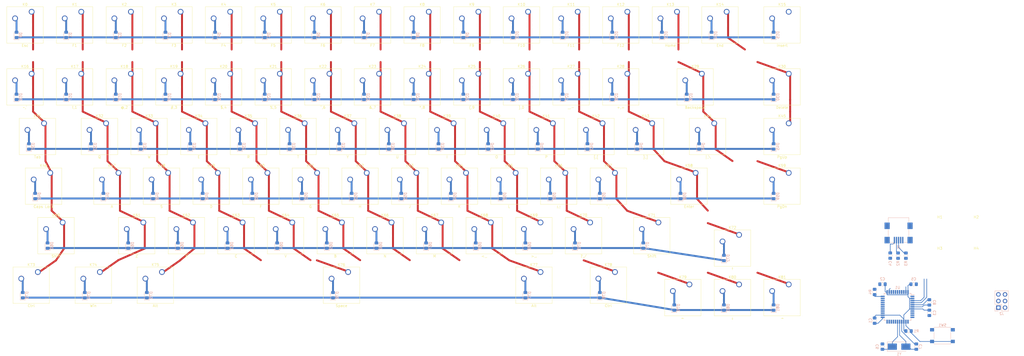
<source format=kicad_pcb>
(kicad_pcb (version 20171130) (host pcbnew "(5.1.5)-3")
  (layers (0 F.Cu signal) (31 B.Cu signal) (34 B.Paste user) (35 F.Paste user) (36 B.SilkS user) (37 F.SilkS user) (38 B.Mask user) (39 F.Mask user) (44 Edge.Cuts user))
  (net 0 "")
  (net 1 GND)
  (net 2 VCC)
  (net 3 "Net-(C6-Pad1)")
  (net 4 "Net-(C7-Pad1)")
  (net 5 "Net-(C8-Pad1)")
  (net 6 "Net-(J1-Pad4)")
  (net 7 "Net-(J1-Pad3)")
  (net 8 "Net-(J1-Pad2)")
  (net 9 "Net-(R1-Pad1)")
  (net 10 "Net-(R2-Pad1)")
  (net 11 "Net-(R3-Pad1)")
  (net 12 "Net-(R4-Pad2)")
  (net 13 "Net-(U1-Pad42)")
  (net 14 /Reset)
  (net 15 /Row_0)
  (net 16 /Row_1)
  (net 17 /Row_2)
  (net 18 /Row_3)
  (net 19 /Row_4)
  (net 20 /Row_5)
  (net 21 /Row_6)
  (net 22 /Col_0)
  (net 23 /Col_1)
  (net 24 /Col_2)
  (net 25 /Col_3)
  (net 26 /Col_4)
  (net 27 /Col_5)
  (net 28 /Col_6)
  (net 29 /Col_7)
  (net 30 /Col_8)
  (net 31 /Col_9)
  (net 32 /Col_10)
  (net 33 /Col_11)
  (net 34 /Col_12)
  (net 35 /Col_13)
  (net 36 /Col_14)
  (net 37 /Col_15)
  (net 38 /Col_16)
  (net 39 /Col_17)
  (net 40 "Net-(D0-Pad2)")
  (net 41 "Net-(D1-Pad2)")
  (net 42 "Net-(D2-Pad2)")
  (net 43 "Net-(D3-Pad2)")
  (net 44 "Net-(D4-Pad2)")
  (net 45 "Net-(D5-Pad2)")
  (net 46 "Net-(D6-Pad2)")
  (net 47 "Net-(D7-Pad2)")
  (net 48 "Net-(D8-Pad2)")
  (net 49 "Net-(D9-Pad2)")
  (net 50 "Net-(D10-Pad2)")
  (net 51 "Net-(D11-Pad2)")
  (net 52 "Net-(D12-Pad2)")
  (net 53 "Net-(D13-Pad2)")
  (net 54 "Net-(D14-Pad2)")
  (net 55 "Net-(D15-Pad2)")
  (net 56 "Net-(D16-Pad2)")
  (net 57 "Net-(D17-Pad2)")
  (net 58 "Net-(D18-Pad2)")
  (net 59 "Net-(D19-Pad2)")
  (net 60 "Net-(D20-Pad2)")
  (net 61 "Net-(D21-Pad2)")
  (net 62 "Net-(D22-Pad2)")
  (net 63 "Net-(D23-Pad2)")
  (net 64 "Net-(D24-Pad2)")
  (net 65 "Net-(D25-Pad2)")
  (net 66 "Net-(D26-Pad2)")
  (net 67 "Net-(D27-Pad2)")
  (net 68 "Net-(D28-Pad2)")
  (net 69 "Net-(D29-Pad2)")
  (net 70 "Net-(D30-Pad2)")
  (net 71 "Net-(D31-Pad2)")
  (net 72 "Net-(D32-Pad2)")
  (net 73 "Net-(D33-Pad2)")
  (net 74 "Net-(D34-Pad2)")
  (net 75 "Net-(D35-Pad2)")
  (net 76 "Net-(D36-Pad2)")
  (net 77 "Net-(D37-Pad2)")
  (net 78 "Net-(D38-Pad2)")
  (net 79 "Net-(D39-Pad2)")
  (net 80 "Net-(D40-Pad2)")
  (net 81 "Net-(D41-Pad2)")
  (net 82 "Net-(D42-Pad2)")
  (net 83 "Net-(D43-Pad2)")
  (net 84 "Net-(D44-Pad2)")
  (net 85 "Net-(D45-Pad2)")
  (net 86 "Net-(D46-Pad2)")
  (net 87 "Net-(D47-Pad2)")
  (net 88 "Net-(D48-Pad2)")
  (net 89 "Net-(D49-Pad2)")
  (net 90 "Net-(D50-Pad2)")
  (net 91 "Net-(D51-Pad2)")
  (net 92 "Net-(D52-Pad2)")
  (net 93 "Net-(D53-Pad2)")
  (net 94 "Net-(D54-Pad2)")
  (net 95 "Net-(D55-Pad2)")
  (net 96 "Net-(D56-Pad2)")
  (net 97 "Net-(D57-Pad2)")
  (net 98 "Net-(D58-Pad2)")
  (net 99 "Net-(D59-Pad2)")
  (net 100 "Net-(D60-Pad2)")
  (net 101 "Net-(D61-Pad2)")
  (net 102 "Net-(D62-Pad2)")
  (net 103 "Net-(D63-Pad2)")
  (net 104 "Net-(D64-Pad2)")
  (net 105 "Net-(D65-Pad2)")
  (net 106 "Net-(D66-Pad2)")
  (net 107 "Net-(D67-Pad2)")
  (net 108 "Net-(D68-Pad2)")
  (net 109 "Net-(D69-Pad2)")
  (net 110 "Net-(D70-Pad2)")
  (net 111 "Net-(D71-Pad2)")
  (net 112 "Net-(D72-Pad2)")
  (net 113 "Net-(D73-Pad2)")
  (net 114 "Net-(D74-Pad2)")
  (net 115 "Net-(D75-Pad2)")
  (net 116 "Net-(D76-Pad2)")
  (net 117 "Net-(D77-Pad2)")
  (net 118 "Net-(D78-Pad2)")
  (net 119 "Net-(D79-Pad2)")
  (net 120 "Net-(D80-Pad2)")
  (net 121 "Net-(D81-Pad2)")
  (net 122 UNKNOWN)
  (module Button_Switch_Keyboard:SW_Cherry_MX_1.00u_PCB (layer F.Cu) (at -90.475 27.305)
    (fp_text reference K0 (at -2.54 -2.794) (layer F.SilkS))
    (fp_text value "Esc" (at -2.54 12.954) (layer F.SilkS))
    (pad "" np_thru_hole circle (at 2.54 5.08) (size 1.7 1.7) (drill 1.7) (layers *.Cu *.Mask))
    (pad "" np_thru_hole circle (at -7.62 5.08) (size 1.7 1.7) (drill 1.7) (layers *.Cu *.Mask))
    (pad "" np_thru_hole circle (at -2.54 5.08) (size 4 4) (drill 4) (layers *.Cu *.Mask))
    (pad 2 thru_hole circle (at -6.35 2.54) (size 2.2 2.2) (drill 1.5) (layers *.Cu *.Mask) (net 40 "Net-(D0-Pad2)"))
    (pad 1 thru_hole circle (at 0 0) (size 2.2 2.2) (drill 1.5) (layers *.Cu *.Mask) (net 22 /Col_0))
  )
  (module Diode_SMD:D_0805_2012Metric_Pad1.15x1.40mm_HandSolder (layer B.Cu) (at -96.27499999999999 36.195 90)
    (fp_text reference D0 (at 0 1.65 90) (layer B.SilkS) (effects (justify mirror)))
    (fp_text value D)
    (pad 1 smd roundrect (at -1.025 0 90) (size 1.15 1.4) (layers B.Cu B.Paste B.Mask) (roundrect_rratio 0.217391) (net 15 /Row_0))
    (pad 2 smd roundrect (at 1.025 0 90) (size 1.15 1.4) (layers B.Cu B.Paste B.Mask) (roundrect_rratio 0.217391) (net 40 "Net-(D0-Pad2)"))
  )
  (segment (start -96.27499999999999 29.845) (end -96.27499999999999 35.075) (width 0.75) (layer B.Cu) (net 40))
  (module Button_Switch_Keyboard:SW_Cherry_MX_1.00u_PCB (layer F.Cu) (at -71.425 27.305)
    (fp_text reference K1 (at -2.54 -2.794) (layer F.SilkS))
    (fp_text value "F1" (at -2.54 12.954) (layer F.SilkS))
    (pad "" np_thru_hole circle (at 2.54 5.08) (size 1.7 1.7) (drill 1.7) (layers *.Cu *.Mask))
    (pad "" np_thru_hole circle (at -7.62 5.08) (size 1.7 1.7) (drill 1.7) (layers *.Cu *.Mask))
    (pad "" np_thru_hole circle (at -2.54 5.08) (size 4 4) (drill 4) (layers *.Cu *.Mask))
    (pad 2 thru_hole circle (at -6.35 2.54) (size 2.2 2.2) (drill 1.5) (layers *.Cu *.Mask) (net 41 "Net-(D1-Pad2)"))
    (pad 1 thru_hole circle (at 0 0) (size 2.2 2.2) (drill 1.5) (layers *.Cu *.Mask) (net 23 /Col_1))
  )
  (module Diode_SMD:D_0805_2012Metric_Pad1.15x1.40mm_HandSolder (layer B.Cu) (at -77.225 36.195 90)
    (fp_text reference D1 (at 0 1.65 90) (layer B.SilkS) (effects (justify mirror)))
    (fp_text value D)
    (pad 1 smd roundrect (at -1.025 0 90) (size 1.15 1.4) (layers B.Cu B.Paste B.Mask) (roundrect_rratio 0.217391) (net 15 /Row_0))
    (pad 2 smd roundrect (at 1.025 0 90) (size 1.15 1.4) (layers B.Cu B.Paste B.Mask) (roundrect_rratio 0.217391) (net 41 "Net-(D1-Pad2)"))
  )
  (segment (start -77.225 29.845) (end -77.225 35.075) (width 0.75) (layer B.Cu) (net 41))
  (module Button_Switch_Keyboard:SW_Cherry_MX_1.00u_PCB (layer F.Cu) (at -52.375 27.305)
    (fp_text reference K2 (at -2.54 -2.794) (layer F.SilkS))
    (fp_text value "F2" (at -2.54 12.954) (layer F.SilkS))
    (pad "" np_thru_hole circle (at 2.54 5.08) (size 1.7 1.7) (drill 1.7) (layers *.Cu *.Mask))
    (pad "" np_thru_hole circle (at -7.62 5.08) (size 1.7 1.7) (drill 1.7) (layers *.Cu *.Mask))
    (pad "" np_thru_hole circle (at -2.54 5.08) (size 4 4) (drill 4) (layers *.Cu *.Mask))
    (pad 2 thru_hole circle (at -6.35 2.54) (size 2.2 2.2) (drill 1.5) (layers *.Cu *.Mask) (net 42 "Net-(D2-Pad2)"))
    (pad 1 thru_hole circle (at 0 0) (size 2.2 2.2) (drill 1.5) (layers *.Cu *.Mask) (net 24 /Col_2))
  )
  (module Diode_SMD:D_0805_2012Metric_Pad1.15x1.40mm_HandSolder (layer B.Cu) (at -58.175 36.195 90)
    (fp_text reference D2 (at 0 1.65 90) (layer B.SilkS) (effects (justify mirror)))
    (fp_text value D)
    (pad 1 smd roundrect (at -1.025 0 90) (size 1.15 1.4) (layers B.Cu B.Paste B.Mask) (roundrect_rratio 0.217391) (net 15 /Row_0))
    (pad 2 smd roundrect (at 1.025 0 90) (size 1.15 1.4) (layers B.Cu B.Paste B.Mask) (roundrect_rratio 0.217391) (net 42 "Net-(D2-Pad2)"))
  )
  (segment (start -58.175 29.845) (end -58.175 35.075) (width 0.75) (layer B.Cu) (net 42))
  (module Button_Switch_Keyboard:SW_Cherry_MX_1.00u_PCB (layer F.Cu) (at -33.325 27.305)
    (fp_text reference K3 (at -2.54 -2.794) (layer F.SilkS))
    (fp_text value "F3" (at -2.54 12.954) (layer F.SilkS))
    (pad "" np_thru_hole circle (at 2.54 5.08) (size 1.7 1.7) (drill 1.7) (layers *.Cu *.Mask))
    (pad "" np_thru_hole circle (at -7.62 5.08) (size 1.7 1.7) (drill 1.7) (layers *.Cu *.Mask))
    (pad "" np_thru_hole circle (at -2.54 5.08) (size 4 4) (drill 4) (layers *.Cu *.Mask))
    (pad 2 thru_hole circle (at -6.35 2.54) (size 2.2 2.2) (drill 1.5) (layers *.Cu *.Mask) (net 43 "Net-(D3-Pad2)"))
    (pad 1 thru_hole circle (at 0 0) (size 2.2 2.2) (drill 1.5) (layers *.Cu *.Mask) (net 25 /Col_3))
  )
  (module Diode_SMD:D_0805_2012Metric_Pad1.15x1.40mm_HandSolder (layer B.Cu) (at -39.125 36.195 90)
    (fp_text reference D3 (at 0 1.65 90) (layer B.SilkS) (effects (justify mirror)))
    (fp_text value D)
    (pad 1 smd roundrect (at -1.025 0 90) (size 1.15 1.4) (layers B.Cu B.Paste B.Mask) (roundrect_rratio 0.217391) (net 15 /Row_0))
    (pad 2 smd roundrect (at 1.025 0 90) (size 1.15 1.4) (layers B.Cu B.Paste B.Mask) (roundrect_rratio 0.217391) (net 43 "Net-(D3-Pad2)"))
  )
  (segment (start -39.125 29.845) (end -39.125 35.075) (width 0.75) (layer B.Cu) (net 43))
  (module Button_Switch_Keyboard:SW_Cherry_MX_1.00u_PCB (layer F.Cu) (at -14.274999999999991 27.305)
    (fp_text reference K4 (at -2.54 -2.794) (layer F.SilkS))
    (fp_text value "F4" (at -2.54 12.954) (layer F.SilkS))
    (pad "" np_thru_hole circle (at 2.54 5.08) (size 1.7 1.7) (drill 1.7) (layers *.Cu *.Mask))
    (pad "" np_thru_hole circle (at -7.62 5.08) (size 1.7 1.7) (drill 1.7) (layers *.Cu *.Mask))
    (pad "" np_thru_hole circle (at -2.54 5.08) (size 4 4) (drill 4) (layers *.Cu *.Mask))
    (pad 2 thru_hole circle (at -6.35 2.54) (size 2.2 2.2) (drill 1.5) (layers *.Cu *.Mask) (net 44 "Net-(D4-Pad2)"))
    (pad 1 thru_hole circle (at 0 0) (size 2.2 2.2) (drill 1.5) (layers *.Cu *.Mask) (net 26 /Col_4))
  )
  (module Diode_SMD:D_0805_2012Metric_Pad1.15x1.40mm_HandSolder (layer B.Cu) (at -20.074999999999992 36.195 90)
    (fp_text reference D4 (at 0 1.65 90) (layer B.SilkS) (effects (justify mirror)))
    (fp_text value D)
    (pad 1 smd roundrect (at -1.025 0 90) (size 1.15 1.4) (layers B.Cu B.Paste B.Mask) (roundrect_rratio 0.217391) (net 15 /Row_0))
    (pad 2 smd roundrect (at 1.025 0 90) (size 1.15 1.4) (layers B.Cu B.Paste B.Mask) (roundrect_rratio 0.217391) (net 44 "Net-(D4-Pad2)"))
  )
  (segment (start -20.074999999999992 29.845) (end -20.074999999999992 35.075) (width 0.75) (layer B.Cu) (net 44))
  (module Button_Switch_Keyboard:SW_Cherry_MX_1.00u_PCB (layer F.Cu) (at 4.775000000000006 27.305)
    (fp_text reference K5 (at -2.54 -2.794) (layer F.SilkS))
    (fp_text value "F5" (at -2.54 12.954) (layer F.SilkS))
    (pad "" np_thru_hole circle (at 2.54 5.08) (size 1.7 1.7) (drill 1.7) (layers *.Cu *.Mask))
    (pad "" np_thru_hole circle (at -7.62 5.08) (size 1.7 1.7) (drill 1.7) (layers *.Cu *.Mask))
    (pad "" np_thru_hole circle (at -2.54 5.08) (size 4 4) (drill 4) (layers *.Cu *.Mask))
    (pad 2 thru_hole circle (at -6.35 2.54) (size 2.2 2.2) (drill 1.5) (layers *.Cu *.Mask) (net 45 "Net-(D5-Pad2)"))
    (pad 1 thru_hole circle (at 0 0) (size 2.2 2.2) (drill 1.5) (layers *.Cu *.Mask) (net 27 /Col_5))
  )
  (module Diode_SMD:D_0805_2012Metric_Pad1.15x1.40mm_HandSolder (layer B.Cu) (at -1.0249999999999941 36.195 90)
    (fp_text reference D5 (at 0 1.65 90) (layer B.SilkS) (effects (justify mirror)))
    (fp_text value D)
    (pad 1 smd roundrect (at -1.025 0 90) (size 1.15 1.4) (layers B.Cu B.Paste B.Mask) (roundrect_rratio 0.217391) (net 15 /Row_0))
    (pad 2 smd roundrect (at 1.025 0 90) (size 1.15 1.4) (layers B.Cu B.Paste B.Mask) (roundrect_rratio 0.217391) (net 45 "Net-(D5-Pad2)"))
  )
  (segment (start -1.0249999999999941 29.845) (end -1.0249999999999941 35.075) (width 0.75) (layer B.Cu) (net 45))
  (module Button_Switch_Keyboard:SW_Cherry_MX_1.00u_PCB (layer F.Cu) (at 23.825000000000003 27.305)
    (fp_text reference K6 (at -2.54 -2.794) (layer F.SilkS))
    (fp_text value "F6" (at -2.54 12.954) (layer F.SilkS))
    (pad "" np_thru_hole circle (at 2.54 5.08) (size 1.7 1.7) (drill 1.7) (layers *.Cu *.Mask))
    (pad "" np_thru_hole circle (at -7.62 5.08) (size 1.7 1.7) (drill 1.7) (layers *.Cu *.Mask))
    (pad "" np_thru_hole circle (at -2.54 5.08) (size 4 4) (drill 4) (layers *.Cu *.Mask))
    (pad 2 thru_hole circle (at -6.35 2.54) (size 2.2 2.2) (drill 1.5) (layers *.Cu *.Mask) (net 46 "Net-(D6-Pad2)"))
    (pad 1 thru_hole circle (at 0 0) (size 2.2 2.2) (drill 1.5) (layers *.Cu *.Mask) (net 28 /Col_6))
  )
  (module Diode_SMD:D_0805_2012Metric_Pad1.15x1.40mm_HandSolder (layer B.Cu) (at 18.025000000000002 36.195 90)
    (fp_text reference D6 (at 0 1.65 90) (layer B.SilkS) (effects (justify mirror)))
    (fp_text value D)
    (pad 1 smd roundrect (at -1.025 0 90) (size 1.15 1.4) (layers B.Cu B.Paste B.Mask) (roundrect_rratio 0.217391) (net 15 /Row_0))
    (pad 2 smd roundrect (at 1.025 0 90) (size 1.15 1.4) (layers B.Cu B.Paste B.Mask) (roundrect_rratio 0.217391) (net 46 "Net-(D6-Pad2)"))
  )
  (segment (start 18.025000000000002 29.845) (end 18.025000000000002 35.075) (width 0.75) (layer B.Cu) (net 46))
  (module Button_Switch_Keyboard:SW_Cherry_MX_1.00u_PCB (layer F.Cu) (at 42.875 27.305)
    (fp_text reference K7 (at -2.54 -2.794) (layer F.SilkS))
    (fp_text value "F7" (at -2.54 12.954) (layer F.SilkS))
    (pad "" np_thru_hole circle (at 2.54 5.08) (size 1.7 1.7) (drill 1.7) (layers *.Cu *.Mask))
    (pad "" np_thru_hole circle (at -7.62 5.08) (size 1.7 1.7) (drill 1.7) (layers *.Cu *.Mask))
    (pad "" np_thru_hole circle (at -2.54 5.08) (size 4 4) (drill 4) (layers *.Cu *.Mask))
    (pad 2 thru_hole circle (at -6.35 2.54) (size 2.2 2.2) (drill 1.5) (layers *.Cu *.Mask) (net 47 "Net-(D7-Pad2)"))
    (pad 1 thru_hole circle (at 0 0) (size 2.2 2.2) (drill 1.5) (layers *.Cu *.Mask) (net 29 /Col_7))
  )
  (module Diode_SMD:D_0805_2012Metric_Pad1.15x1.40mm_HandSolder (layer B.Cu) (at 37.075 36.195 90)
    (fp_text reference D7 (at 0 1.65 90) (layer B.SilkS) (effects (justify mirror)))
    (fp_text value D)
    (pad 1 smd roundrect (at -1.025 0 90) (size 1.15 1.4) (layers B.Cu B.Paste B.Mask) (roundrect_rratio 0.217391) (net 15 /Row_0))
    (pad 2 smd roundrect (at 1.025 0 90) (size 1.15 1.4) (layers B.Cu B.Paste B.Mask) (roundrect_rratio 0.217391) (net 47 "Net-(D7-Pad2)"))
  )
  (segment (start 37.075 29.845) (end 37.075 35.075) (width 0.75) (layer B.Cu) (net 47))
  (module Button_Switch_Keyboard:SW_Cherry_MX_1.00u_PCB (layer F.Cu) (at 61.92500000000001 27.305)
    (fp_text reference K8 (at -2.54 -2.794) (layer F.SilkS))
    (fp_text value "F8" (at -2.54 12.954) (layer F.SilkS))
    (pad "" np_thru_hole circle (at 2.54 5.08) (size 1.7 1.7) (drill 1.7) (layers *.Cu *.Mask))
    (pad "" np_thru_hole circle (at -7.62 5.08) (size 1.7 1.7) (drill 1.7) (layers *.Cu *.Mask))
    (pad "" np_thru_hole circle (at -2.54 5.08) (size 4 4) (drill 4) (layers *.Cu *.Mask))
    (pad 2 thru_hole circle (at -6.35 2.54) (size 2.2 2.2) (drill 1.5) (layers *.Cu *.Mask) (net 48 "Net-(D8-Pad2)"))
    (pad 1 thru_hole circle (at 0 0) (size 2.2 2.2) (drill 1.5) (layers *.Cu *.Mask) (net 30 /Col_8))
  )
  (module Diode_SMD:D_0805_2012Metric_Pad1.15x1.40mm_HandSolder (layer B.Cu) (at 56.125000000000014 36.195 90)
    (fp_text reference D8 (at 0 1.65 90) (layer B.SilkS) (effects (justify mirror)))
    (fp_text value D)
    (pad 1 smd roundrect (at -1.025 0 90) (size 1.15 1.4) (layers B.Cu B.Paste B.Mask) (roundrect_rratio 0.217391) (net 15 /Row_0))
    (pad 2 smd roundrect (at 1.025 0 90) (size 1.15 1.4) (layers B.Cu B.Paste B.Mask) (roundrect_rratio 0.217391) (net 48 "Net-(D8-Pad2)"))
  )
  (segment (start 56.125000000000014 29.845) (end 56.125000000000014 35.075) (width 0.75) (layer B.Cu) (net 48))
  (module Button_Switch_Keyboard:SW_Cherry_MX_1.00u_PCB (layer F.Cu) (at 80.975 27.305)
    (fp_text reference K9 (at -2.54 -2.794) (layer F.SilkS))
    (fp_text value "F9" (at -2.54 12.954) (layer F.SilkS))
    (pad "" np_thru_hole circle (at 2.54 5.08) (size 1.7 1.7) (drill 1.7) (layers *.Cu *.Mask))
    (pad "" np_thru_hole circle (at -7.62 5.08) (size 1.7 1.7) (drill 1.7) (layers *.Cu *.Mask))
    (pad "" np_thru_hole circle (at -2.54 5.08) (size 4 4) (drill 4) (layers *.Cu *.Mask))
    (pad 2 thru_hole circle (at -6.35 2.54) (size 2.2 2.2) (drill 1.5) (layers *.Cu *.Mask) (net 49 "Net-(D9-Pad2)"))
    (pad 1 thru_hole circle (at 0 0) (size 2.2 2.2) (drill 1.5) (layers *.Cu *.Mask) (net 31 /Col_9))
  )
  (module Diode_SMD:D_0805_2012Metric_Pad1.15x1.40mm_HandSolder (layer B.Cu) (at 75.175 36.195 90)
    (fp_text reference D9 (at 0 1.65 90) (layer B.SilkS) (effects (justify mirror)))
    (fp_text value D)
    (pad 1 smd roundrect (at -1.025 0 90) (size 1.15 1.4) (layers B.Cu B.Paste B.Mask) (roundrect_rratio 0.217391) (net 15 /Row_0))
    (pad 2 smd roundrect (at 1.025 0 90) (size 1.15 1.4) (layers B.Cu B.Paste B.Mask) (roundrect_rratio 0.217391) (net 49 "Net-(D9-Pad2)"))
  )
  (segment (start 75.175 29.845) (end 75.175 35.075) (width 0.75) (layer B.Cu) (net 49))
  (module Button_Switch_Keyboard:SW_Cherry_MX_1.00u_PCB (layer F.Cu) (at 100.025 27.305)
    (fp_text reference K10 (at -2.54 -2.794) (layer F.SilkS))
    (fp_text value "F10" (at -2.54 12.954) (layer F.SilkS))
    (pad "" np_thru_hole circle (at 2.54 5.08) (size 1.7 1.7) (drill 1.7) (layers *.Cu *.Mask))
    (pad "" np_thru_hole circle (at -7.62 5.08) (size 1.7 1.7) (drill 1.7) (layers *.Cu *.Mask))
    (pad "" np_thru_hole circle (at -2.54 5.08) (size 4 4) (drill 4) (layers *.Cu *.Mask))
    (pad 2 thru_hole circle (at -6.35 2.54) (size 2.2 2.2) (drill 1.5) (layers *.Cu *.Mask) (net 50 "Net-(D10-Pad2)"))
    (pad 1 thru_hole circle (at 0 0) (size 2.2 2.2) (drill 1.5) (layers *.Cu *.Mask) (net 32 /Col_10))
  )
  (module Diode_SMD:D_0805_2012Metric_Pad1.15x1.40mm_HandSolder (layer B.Cu) (at 94.22500000000001 36.195 90)
    (fp_text reference D10 (at 0 1.65 90) (layer B.SilkS) (effects (justify mirror)))
    (fp_text value D)
    (pad 1 smd roundrect (at -1.025 0 90) (size 1.15 1.4) (layers B.Cu B.Paste B.Mask) (roundrect_rratio 0.217391) (net 15 /Row_0))
    (pad 2 smd roundrect (at 1.025 0 90) (size 1.15 1.4) (layers B.Cu B.Paste B.Mask) (roundrect_rratio 0.217391) (net 50 "Net-(D10-Pad2)"))
  )
  (segment (start 94.22500000000001 29.845) (end 94.22500000000001 35.075) (width 0.75) (layer B.Cu) (net 50))
  (module Button_Switch_Keyboard:SW_Cherry_MX_1.00u_PCB (layer F.Cu) (at 119.07500000000002 27.305)
    (fp_text reference K11 (at -2.54 -2.794) (layer F.SilkS))
    (fp_text value "F11" (at -2.54 12.954) (layer F.SilkS))
    (pad "" np_thru_hole circle (at 2.54 5.08) (size 1.7 1.7) (drill 1.7) (layers *.Cu *.Mask))
    (pad "" np_thru_hole circle (at -7.62 5.08) (size 1.7 1.7) (drill 1.7) (layers *.Cu *.Mask))
    (pad "" np_thru_hole circle (at -2.54 5.08) (size 4 4) (drill 4) (layers *.Cu *.Mask))
    (pad 2 thru_hole circle (at -6.35 2.54) (size 2.2 2.2) (drill 1.5) (layers *.Cu *.Mask) (net 51 "Net-(D11-Pad2)"))
    (pad 1 thru_hole circle (at 0 0) (size 2.2 2.2) (drill 1.5) (layers *.Cu *.Mask) (net 33 /Col_11))
  )
  (module Diode_SMD:D_0805_2012Metric_Pad1.15x1.40mm_HandSolder (layer B.Cu) (at 113.27500000000002 36.195 90)
    (fp_text reference D11 (at 0 1.65 90) (layer B.SilkS) (effects (justify mirror)))
    (fp_text value D)
    (pad 1 smd roundrect (at -1.025 0 90) (size 1.15 1.4) (layers B.Cu B.Paste B.Mask) (roundrect_rratio 0.217391) (net 15 /Row_0))
    (pad 2 smd roundrect (at 1.025 0 90) (size 1.15 1.4) (layers B.Cu B.Paste B.Mask) (roundrect_rratio 0.217391) (net 51 "Net-(D11-Pad2)"))
  )
  (segment (start 113.27500000000002 29.845) (end 113.27500000000002 35.075) (width 0.75) (layer B.Cu) (net 51))
  (module Button_Switch_Keyboard:SW_Cherry_MX_1.00u_PCB (layer F.Cu) (at 138.125 27.305)
    (fp_text reference K12 (at -2.54 -2.794) (layer F.SilkS))
    (fp_text value "F12" (at -2.54 12.954) (layer F.SilkS))
    (pad "" np_thru_hole circle (at 2.54 5.08) (size 1.7 1.7) (drill 1.7) (layers *.Cu *.Mask))
    (pad "" np_thru_hole circle (at -7.62 5.08) (size 1.7 1.7) (drill 1.7) (layers *.Cu *.Mask))
    (pad "" np_thru_hole circle (at -2.54 5.08) (size 4 4) (drill 4) (layers *.Cu *.Mask))
    (pad 2 thru_hole circle (at -6.35 2.54) (size 2.2 2.2) (drill 1.5) (layers *.Cu *.Mask) (net 52 "Net-(D12-Pad2)"))
    (pad 1 thru_hole circle (at 0 0) (size 2.2 2.2) (drill 1.5) (layers *.Cu *.Mask) (net 34 /Col_12))
  )
  (module Diode_SMD:D_0805_2012Metric_Pad1.15x1.40mm_HandSolder (layer B.Cu) (at 132.325 36.195 90)
    (fp_text reference D12 (at 0 1.65 90) (layer B.SilkS) (effects (justify mirror)))
    (fp_text value D)
    (pad 1 smd roundrect (at -1.025 0 90) (size 1.15 1.4) (layers B.Cu B.Paste B.Mask) (roundrect_rratio 0.217391) (net 15 /Row_0))
    (pad 2 smd roundrect (at 1.025 0 90) (size 1.15 1.4) (layers B.Cu B.Paste B.Mask) (roundrect_rratio 0.217391) (net 52 "Net-(D12-Pad2)"))
  )
  (segment (start 132.325 29.845) (end 132.325 35.075) (width 0.75) (layer B.Cu) (net 52))
  (module Button_Switch_Keyboard:SW_Cherry_MX_1.00u_PCB (layer F.Cu) (at 157.175 27.305)
    (fp_text reference K13 (at -2.54 -2.794) (layer F.SilkS))
    (fp_text value "Home" (at -2.54 12.954) (layer F.SilkS))
    (pad "" np_thru_hole circle (at 2.54 5.08) (size 1.7 1.7) (drill 1.7) (layers *.Cu *.Mask))
    (pad "" np_thru_hole circle (at -7.62 5.08) (size 1.7 1.7) (drill 1.7) (layers *.Cu *.Mask))
    (pad "" np_thru_hole circle (at -2.54 5.08) (size 4 4) (drill 4) (layers *.Cu *.Mask))
    (pad 2 thru_hole circle (at -6.35 2.54) (size 2.2 2.2) (drill 1.5) (layers *.Cu *.Mask) (net 53 "Net-(D13-Pad2)"))
    (pad 1 thru_hole circle (at 0 0) (size 2.2 2.2) (drill 1.5) (layers *.Cu *.Mask) (net 35 /Col_13))
  )
  (module Diode_SMD:D_0805_2012Metric_Pad1.15x1.40mm_HandSolder (layer B.Cu) (at 151.375 36.195 90)
    (fp_text reference D13 (at 0 1.65 90) (layer B.SilkS) (effects (justify mirror)))
    (fp_text value D)
    (pad 1 smd roundrect (at -1.025 0 90) (size 1.15 1.4) (layers B.Cu B.Paste B.Mask) (roundrect_rratio 0.217391) (net 15 /Row_0))
    (pad 2 smd roundrect (at 1.025 0 90) (size 1.15 1.4) (layers B.Cu B.Paste B.Mask) (roundrect_rratio 0.217391) (net 53 "Net-(D13-Pad2)"))
  )
  (segment (start 151.375 29.845) (end 151.375 35.075) (width 0.75) (layer B.Cu) (net 53))
  (module Button_Switch_Keyboard:SW_Cherry_MX_1.00u_PCB (layer F.Cu) (at 176.22500000000002 27.305)
    (fp_text reference K14 (at -2.54 -2.794) (layer F.SilkS))
    (fp_text value "End" (at -2.54 12.954) (layer F.SilkS))
    (pad "" np_thru_hole circle (at 2.54 5.08) (size 1.7 1.7) (drill 1.7) (layers *.Cu *.Mask))
    (pad "" np_thru_hole circle (at -7.62 5.08) (size 1.7 1.7) (drill 1.7) (layers *.Cu *.Mask))
    (pad "" np_thru_hole circle (at -2.54 5.08) (size 4 4) (drill 4) (layers *.Cu *.Mask))
    (pad 2 thru_hole circle (at -6.35 2.54) (size 2.2 2.2) (drill 1.5) (layers *.Cu *.Mask) (net 54 "Net-(D14-Pad2)"))
    (pad 1 thru_hole circle (at 0 0) (size 2.2 2.2) (drill 1.5) (layers *.Cu *.Mask) (net 36 /Col_14))
  )
  (module Diode_SMD:D_0805_2012Metric_Pad1.15x1.40mm_HandSolder (layer B.Cu) (at 170.425 36.195 90)
    (fp_text reference D14 (at 0 1.65 90) (layer B.SilkS) (effects (justify mirror)))
    (fp_text value D)
    (pad 1 smd roundrect (at -1.025 0 90) (size 1.15 1.4) (layers B.Cu B.Paste B.Mask) (roundrect_rratio 0.217391) (net 15 /Row_0))
    (pad 2 smd roundrect (at 1.025 0 90) (size 1.15 1.4) (layers B.Cu B.Paste B.Mask) (roundrect_rratio 0.217391) (net 54 "Net-(D14-Pad2)"))
  )
  (segment (start 170.425 29.845) (end 170.425 35.075) (width 0.75) (layer B.Cu) (net 54))
  (module Button_Switch_Keyboard:SW_Cherry_MX_1.00u_PCB (layer F.Cu) (at 200.03750000000002 27.305)
    (fp_text reference K15 (at -2.54 -2.794) (layer F.SilkS))
    (fp_text value "Insert" (at -2.54 12.954) (layer F.SilkS))
    (pad "" np_thru_hole circle (at 2.54 5.08) (size 1.7 1.7) (drill 1.7) (layers *.Cu *.Mask))
    (pad "" np_thru_hole circle (at -7.62 5.08) (size 1.7 1.7) (drill 1.7) (layers *.Cu *.Mask))
    (pad "" np_thru_hole circle (at -2.54 5.08) (size 4 4) (drill 4) (layers *.Cu *.Mask))
    (pad 2 thru_hole circle (at -6.35 2.54) (size 2.2 2.2) (drill 1.5) (layers *.Cu *.Mask) (net 55 "Net-(D15-Pad2)"))
    (pad 1 thru_hole circle (at 0 0) (size 2.2 2.2) (drill 1.5) (layers *.Cu *.Mask) (net 37 /Col_15))
  )
  (module Diode_SMD:D_0805_2012Metric_Pad1.15x1.40mm_HandSolder (layer B.Cu) (at 194.2375 36.195 90)
    (fp_text reference D15 (at 0 1.65 90) (layer B.SilkS) (effects (justify mirror)))
    (fp_text value D)
    (pad 1 smd roundrect (at -1.025 0 90) (size 1.15 1.4) (layers B.Cu B.Paste B.Mask) (roundrect_rratio 0.217391) (net 15 /Row_0))
    (pad 2 smd roundrect (at 1.025 0 90) (size 1.15 1.4) (layers B.Cu B.Paste B.Mask) (roundrect_rratio 0.217391) (net 55 "Net-(D15-Pad2)"))
  )
  (segment (start 194.2375 29.845) (end 194.2375 35.075) (width 0.75) (layer B.Cu) (net 55))
  (module Button_Switch_Keyboard:SW_Cherry_MX_1.00u_PCB (layer F.Cu) (at -90.475 51.1175)
    (fp_text reference K16 (at -2.54 -2.794) (layer F.SilkS))
    (fp_text value "~~,`" (at -2.54 12.954) (layer F.SilkS))
    (pad "" np_thru_hole circle (at 2.54 5.08) (size 1.7 1.7) (drill 1.7) (layers *.Cu *.Mask))
    (pad "" np_thru_hole circle (at -7.62 5.08) (size 1.7 1.7) (drill 1.7) (layers *.Cu *.Mask))
    (pad "" np_thru_hole circle (at -2.54 5.08) (size 4 4) (drill 4) (layers *.Cu *.Mask))
    (pad 2 thru_hole circle (at -6.35 2.54) (size 2.2 2.2) (drill 1.5) (layers *.Cu *.Mask) (net 56 "Net-(D16-Pad2)"))
    (pad 1 thru_hole circle (at 0 0) (size 2.2 2.2) (drill 1.5) (layers *.Cu *.Mask) (net 22 /Col_0))
  )
  (module Diode_SMD:D_0805_2012Metric_Pad1.15x1.40mm_HandSolder (layer B.Cu) (at -96.27499999999999 60.0075 90)
    (fp_text reference D16 (at 0 1.65 90) (layer B.SilkS) (effects (justify mirror)))
    (fp_text value D)
    (pad 1 smd roundrect (at -1.025 0 90) (size 1.15 1.4) (layers B.Cu B.Paste B.Mask) (roundrect_rratio 0.217391) (net 16 /Row_1))
    (pad 2 smd roundrect (at 1.025 0 90) (size 1.15 1.4) (layers B.Cu B.Paste B.Mask) (roundrect_rratio 0.217391) (net 56 "Net-(D16-Pad2)"))
  )
  (segment (start -96.27499999999999 53.6575) (end -96.27499999999999 58.8875) (width 0.75) (layer B.Cu) (net 56))
  (module Button_Switch_Keyboard:SW_Cherry_MX_1.00u_PCB (layer F.Cu) (at -71.425 51.1175)
    (fp_text reference K17 (at -2.54 -2.794) (layer F.SilkS))
    (fp_text value "!,1" (at -2.54 12.954) (layer F.SilkS))
    (pad "" np_thru_hole circle (at 2.54 5.08) (size 1.7 1.7) (drill 1.7) (layers *.Cu *.Mask))
    (pad "" np_thru_hole circle (at -7.62 5.08) (size 1.7 1.7) (drill 1.7) (layers *.Cu *.Mask))
    (pad "" np_thru_hole circle (at -2.54 5.08) (size 4 4) (drill 4) (layers *.Cu *.Mask))
    (pad 2 thru_hole circle (at -6.35 2.54) (size 2.2 2.2) (drill 1.5) (layers *.Cu *.Mask) (net 57 "Net-(D17-Pad2)"))
    (pad 1 thru_hole circle (at 0 0) (size 2.2 2.2) (drill 1.5) (layers *.Cu *.Mask) (net 23 /Col_1))
  )
  (module Diode_SMD:D_0805_2012Metric_Pad1.15x1.40mm_HandSolder (layer B.Cu) (at -77.225 60.0075 90)
    (fp_text reference D17 (at 0 1.65 90) (layer B.SilkS) (effects (justify mirror)))
    (fp_text value D)
    (pad 1 smd roundrect (at -1.025 0 90) (size 1.15 1.4) (layers B.Cu B.Paste B.Mask) (roundrect_rratio 0.217391) (net 16 /Row_1))
    (pad 2 smd roundrect (at 1.025 0 90) (size 1.15 1.4) (layers B.Cu B.Paste B.Mask) (roundrect_rratio 0.217391) (net 57 "Net-(D17-Pad2)"))
  )
  (segment (start -77.225 53.6575) (end -77.225 58.8875) (width 0.75) (layer B.Cu) (net 57))
  (module Button_Switch_Keyboard:SW_Cherry_MX_1.00u_PCB (layer F.Cu) (at -52.375 51.1175)
    (fp_text reference K18 (at -2.54 -2.794) (layer F.SilkS))
    (fp_text value "@,2" (at -2.54 12.954) (layer F.SilkS))
    (pad "" np_thru_hole circle (at 2.54 5.08) (size 1.7 1.7) (drill 1.7) (layers *.Cu *.Mask))
    (pad "" np_thru_hole circle (at -7.62 5.08) (size 1.7 1.7) (drill 1.7) (layers *.Cu *.Mask))
    (pad "" np_thru_hole circle (at -2.54 5.08) (size 4 4) (drill 4) (layers *.Cu *.Mask))
    (pad 2 thru_hole circle (at -6.35 2.54) (size 2.2 2.2) (drill 1.5) (layers *.Cu *.Mask) (net 58 "Net-(D18-Pad2)"))
    (pad 1 thru_hole circle (at 0 0) (size 2.2 2.2) (drill 1.5) (layers *.Cu *.Mask) (net 24 /Col_2))
  )
  (module Diode_SMD:D_0805_2012Metric_Pad1.15x1.40mm_HandSolder (layer B.Cu) (at -58.175 60.0075 90)
    (fp_text reference D18 (at 0 1.65 90) (layer B.SilkS) (effects (justify mirror)))
    (fp_text value D)
    (pad 1 smd roundrect (at -1.025 0 90) (size 1.15 1.4) (layers B.Cu B.Paste B.Mask) (roundrect_rratio 0.217391) (net 16 /Row_1))
    (pad 2 smd roundrect (at 1.025 0 90) (size 1.15 1.4) (layers B.Cu B.Paste B.Mask) (roundrect_rratio 0.217391) (net 58 "Net-(D18-Pad2)"))
  )
  (segment (start -58.175 53.6575) (end -58.175 58.8875) (width 0.75) (layer B.Cu) (net 58))
  (module Button_Switch_Keyboard:SW_Cherry_MX_1.00u_PCB (layer F.Cu) (at -33.325 51.1175)
    (fp_text reference K19 (at -2.54 -2.794) (layer F.SilkS))
    (fp_text value "#,3" (at -2.54 12.954) (layer F.SilkS))
    (pad "" np_thru_hole circle (at 2.54 5.08) (size 1.7 1.7) (drill 1.7) (layers *.Cu *.Mask))
    (pad "" np_thru_hole circle (at -7.62 5.08) (size 1.7 1.7) (drill 1.7) (layers *.Cu *.Mask))
    (pad "" np_thru_hole circle (at -2.54 5.08) (size 4 4) (drill 4) (layers *.Cu *.Mask))
    (pad 2 thru_hole circle (at -6.35 2.54) (size 2.2 2.2) (drill 1.5) (layers *.Cu *.Mask) (net 59 "Net-(D19-Pad2)"))
    (pad 1 thru_hole circle (at 0 0) (size 2.2 2.2) (drill 1.5) (layers *.Cu *.Mask) (net 25 /Col_3))
  )
  (module Diode_SMD:D_0805_2012Metric_Pad1.15x1.40mm_HandSolder (layer B.Cu) (at -39.125 60.0075 90)
    (fp_text reference D19 (at 0 1.65 90) (layer B.SilkS) (effects (justify mirror)))
    (fp_text value D)
    (pad 1 smd roundrect (at -1.025 0 90) (size 1.15 1.4) (layers B.Cu B.Paste B.Mask) (roundrect_rratio 0.217391) (net 16 /Row_1))
    (pad 2 smd roundrect (at 1.025 0 90) (size 1.15 1.4) (layers B.Cu B.Paste B.Mask) (roundrect_rratio 0.217391) (net 59 "Net-(D19-Pad2)"))
  )
  (segment (start -39.125 53.6575) (end -39.125 58.8875) (width 0.75) (layer B.Cu) (net 59))
  (module Button_Switch_Keyboard:SW_Cherry_MX_1.00u_PCB (layer F.Cu) (at -14.274999999999991 51.1175)
    (fp_text reference K20 (at -2.54 -2.794) (layer F.SilkS))
    (fp_text value "$,4" (at -2.54 12.954) (layer F.SilkS))
    (pad "" np_thru_hole circle (at 2.54 5.08) (size 1.7 1.7) (drill 1.7) (layers *.Cu *.Mask))
    (pad "" np_thru_hole circle (at -7.62 5.08) (size 1.7 1.7) (drill 1.7) (layers *.Cu *.Mask))
    (pad "" np_thru_hole circle (at -2.54 5.08) (size 4 4) (drill 4) (layers *.Cu *.Mask))
    (pad 2 thru_hole circle (at -6.35 2.54) (size 2.2 2.2) (drill 1.5) (layers *.Cu *.Mask) (net 60 "Net-(D20-Pad2)"))
    (pad 1 thru_hole circle (at 0 0) (size 2.2 2.2) (drill 1.5) (layers *.Cu *.Mask) (net 26 /Col_4))
  )
  (module Diode_SMD:D_0805_2012Metric_Pad1.15x1.40mm_HandSolder (layer B.Cu) (at -20.074999999999992 60.0075 90)
    (fp_text reference D20 (at 0 1.65 90) (layer B.SilkS) (effects (justify mirror)))
    (fp_text value D)
    (pad 1 smd roundrect (at -1.025 0 90) (size 1.15 1.4) (layers B.Cu B.Paste B.Mask) (roundrect_rratio 0.217391) (net 16 /Row_1))
    (pad 2 smd roundrect (at 1.025 0 90) (size 1.15 1.4) (layers B.Cu B.Paste B.Mask) (roundrect_rratio 0.217391) (net 60 "Net-(D20-Pad2)"))
  )
  (segment (start -20.074999999999992 53.6575) (end -20.074999999999992 58.8875) (width 0.75) (layer B.Cu) (net 60))
  (module Button_Switch_Keyboard:SW_Cherry_MX_1.00u_PCB (layer F.Cu) (at 4.775000000000006 51.1175)
    (fp_text reference K21 (at -2.54 -2.794) (layer F.SilkS))
    (fp_text value "%,5" (at -2.54 12.954) (layer F.SilkS))
    (pad "" np_thru_hole circle (at 2.54 5.08) (size 1.7 1.7) (drill 1.7) (layers *.Cu *.Mask))
    (pad "" np_thru_hole circle (at -7.62 5.08) (size 1.7 1.7) (drill 1.7) (layers *.Cu *.Mask))
    (pad "" np_thru_hole circle (at -2.54 5.08) (size 4 4) (drill 4) (layers *.Cu *.Mask))
    (pad 2 thru_hole circle (at -6.35 2.54) (size 2.2 2.2) (drill 1.5) (layers *.Cu *.Mask) (net 61 "Net-(D21-Pad2)"))
    (pad 1 thru_hole circle (at 0 0) (size 2.2 2.2) (drill 1.5) (layers *.Cu *.Mask) (net 27 /Col_5))
  )
  (module Diode_SMD:D_0805_2012Metric_Pad1.15x1.40mm_HandSolder (layer B.Cu) (at -1.0249999999999941 60.0075 90)
    (fp_text reference D21 (at 0 1.65 90) (layer B.SilkS) (effects (justify mirror)))
    (fp_text value D)
    (pad 1 smd roundrect (at -1.025 0 90) (size 1.15 1.4) (layers B.Cu B.Paste B.Mask) (roundrect_rratio 0.217391) (net 16 /Row_1))
    (pad 2 smd roundrect (at 1.025 0 90) (size 1.15 1.4) (layers B.Cu B.Paste B.Mask) (roundrect_rratio 0.217391) (net 61 "Net-(D21-Pad2)"))
  )
  (segment (start -1.0249999999999941 53.6575) (end -1.0249999999999941 58.8875) (width 0.75) (layer B.Cu) (net 61))
  (module Button_Switch_Keyboard:SW_Cherry_MX_1.00u_PCB (layer F.Cu) (at 23.825000000000003 51.1175)
    (fp_text reference K22 (at -2.54 -2.794) (layer F.SilkS))
    (fp_text value "^,6" (at -2.54 12.954) (layer F.SilkS))
    (pad "" np_thru_hole circle (at 2.54 5.08) (size 1.7 1.7) (drill 1.7) (layers *.Cu *.Mask))
    (pad "" np_thru_hole circle (at -7.62 5.08) (size 1.7 1.7) (drill 1.7) (layers *.Cu *.Mask))
    (pad "" np_thru_hole circle (at -2.54 5.08) (size 4 4) (drill 4) (layers *.Cu *.Mask))
    (pad 2 thru_hole circle (at -6.35 2.54) (size 2.2 2.2) (drill 1.5) (layers *.Cu *.Mask) (net 62 "Net-(D22-Pad2)"))
    (pad 1 thru_hole circle (at 0 0) (size 2.2 2.2) (drill 1.5) (layers *.Cu *.Mask) (net 28 /Col_6))
  )
  (module Diode_SMD:D_0805_2012Metric_Pad1.15x1.40mm_HandSolder (layer B.Cu) (at 18.025000000000002 60.0075 90)
    (fp_text reference D22 (at 0 1.65 90) (layer B.SilkS) (effects (justify mirror)))
    (fp_text value D)
    (pad 1 smd roundrect (at -1.025 0 90) (size 1.15 1.4) (layers B.Cu B.Paste B.Mask) (roundrect_rratio 0.217391) (net 16 /Row_1))
    (pad 2 smd roundrect (at 1.025 0 90) (size 1.15 1.4) (layers B.Cu B.Paste B.Mask) (roundrect_rratio 0.217391) (net 62 "Net-(D22-Pad2)"))
  )
  (segment (start 18.025000000000002 53.6575) (end 18.025000000000002 58.8875) (width 0.75) (layer B.Cu) (net 62))
  (module Button_Switch_Keyboard:SW_Cherry_MX_1.00u_PCB (layer F.Cu) (at 42.875 51.1175)
    (fp_text reference K23 (at -2.54 -2.794) (layer F.SilkS))
    (fp_text value "&,7" (at -2.54 12.954) (layer F.SilkS))
    (pad "" np_thru_hole circle (at 2.54 5.08) (size 1.7 1.7) (drill 1.7) (layers *.Cu *.Mask))
    (pad "" np_thru_hole circle (at -7.62 5.08) (size 1.7 1.7) (drill 1.7) (layers *.Cu *.Mask))
    (pad "" np_thru_hole circle (at -2.54 5.08) (size 4 4) (drill 4) (layers *.Cu *.Mask))
    (pad 2 thru_hole circle (at -6.35 2.54) (size 2.2 2.2) (drill 1.5) (layers *.Cu *.Mask) (net 63 "Net-(D23-Pad2)"))
    (pad 1 thru_hole circle (at 0 0) (size 2.2 2.2) (drill 1.5) (layers *.Cu *.Mask) (net 29 /Col_7))
  )
  (module Diode_SMD:D_0805_2012Metric_Pad1.15x1.40mm_HandSolder (layer B.Cu) (at 37.075 60.0075 90)
    (fp_text reference D23 (at 0 1.65 90) (layer B.SilkS) (effects (justify mirror)))
    (fp_text value D)
    (pad 1 smd roundrect (at -1.025 0 90) (size 1.15 1.4) (layers B.Cu B.Paste B.Mask) (roundrect_rratio 0.217391) (net 16 /Row_1))
    (pad 2 smd roundrect (at 1.025 0 90) (size 1.15 1.4) (layers B.Cu B.Paste B.Mask) (roundrect_rratio 0.217391) (net 63 "Net-(D23-Pad2)"))
  )
  (segment (start 37.075 53.6575) (end 37.075 58.8875) (width 0.75) (layer B.Cu) (net 63))
  (module Button_Switch_Keyboard:SW_Cherry_MX_1.00u_PCB (layer F.Cu) (at 61.92500000000001 51.1175)
    (fp_text reference K24 (at -2.54 -2.794) (layer F.SilkS))
    (fp_text value "*,8" (at -2.54 12.954) (layer F.SilkS))
    (pad "" np_thru_hole circle (at 2.54 5.08) (size 1.7 1.7) (drill 1.7) (layers *.Cu *.Mask))
    (pad "" np_thru_hole circle (at -7.62 5.08) (size 1.7 1.7) (drill 1.7) (layers *.Cu *.Mask))
    (pad "" np_thru_hole circle (at -2.54 5.08) (size 4 4) (drill 4) (layers *.Cu *.Mask))
    (pad 2 thru_hole circle (at -6.35 2.54) (size 2.2 2.2) (drill 1.5) (layers *.Cu *.Mask) (net 64 "Net-(D24-Pad2)"))
    (pad 1 thru_hole circle (at 0 0) (size 2.2 2.2) (drill 1.5) (layers *.Cu *.Mask) (net 30 /Col_8))
  )
  (module Diode_SMD:D_0805_2012Metric_Pad1.15x1.40mm_HandSolder (layer B.Cu) (at 56.125000000000014 60.0075 90)
    (fp_text reference D24 (at 0 1.65 90) (layer B.SilkS) (effects (justify mirror)))
    (fp_text value D)
    (pad 1 smd roundrect (at -1.025 0 90) (size 1.15 1.4) (layers B.Cu B.Paste B.Mask) (roundrect_rratio 0.217391) (net 16 /Row_1))
    (pad 2 smd roundrect (at 1.025 0 90) (size 1.15 1.4) (layers B.Cu B.Paste B.Mask) (roundrect_rratio 0.217391) (net 64 "Net-(D24-Pad2)"))
  )
  (segment (start 56.125000000000014 53.6575) (end 56.125000000000014 58.8875) (width 0.75) (layer B.Cu) (net 64))
  (module Button_Switch_Keyboard:SW_Cherry_MX_1.00u_PCB (layer F.Cu) (at 80.975 51.1175)
    (fp_text reference K25 (at -2.54 -2.794) (layer F.SilkS))
    (fp_text value "(,9" (at -2.54 12.954) (layer F.SilkS))
    (pad "" np_thru_hole circle (at 2.54 5.08) (size 1.7 1.7) (drill 1.7) (layers *.Cu *.Mask))
    (pad "" np_thru_hole circle (at -7.62 5.08) (size 1.7 1.7) (drill 1.7) (layers *.Cu *.Mask))
    (pad "" np_thru_hole circle (at -2.54 5.08) (size 4 4) (drill 4) (layers *.Cu *.Mask))
    (pad 2 thru_hole circle (at -6.35 2.54) (size 2.2 2.2) (drill 1.5) (layers *.Cu *.Mask) (net 65 "Net-(D25-Pad2)"))
    (pad 1 thru_hole circle (at 0 0) (size 2.2 2.2) (drill 1.5) (layers *.Cu *.Mask) (net 31 /Col_9))
  )
  (module Diode_SMD:D_0805_2012Metric_Pad1.15x1.40mm_HandSolder (layer B.Cu) (at 75.175 60.0075 90)
    (fp_text reference D25 (at 0 1.65 90) (layer B.SilkS) (effects (justify mirror)))
    (fp_text value D)
    (pad 1 smd roundrect (at -1.025 0 90) (size 1.15 1.4) (layers B.Cu B.Paste B.Mask) (roundrect_rratio 0.217391) (net 16 /Row_1))
    (pad 2 smd roundrect (at 1.025 0 90) (size 1.15 1.4) (layers B.Cu B.Paste B.Mask) (roundrect_rratio 0.217391) (net 65 "Net-(D25-Pad2)"))
  )
  (segment (start 75.175 53.6575) (end 75.175 58.8875) (width 0.75) (layer B.Cu) (net 65))
  (module Button_Switch_Keyboard:SW_Cherry_MX_1.00u_PCB (layer F.Cu) (at 100.025 51.1175)
    (fp_text reference K26 (at -2.54 -2.794) (layer F.SilkS))
    (fp_text value "),0" (at -2.54 12.954) (layer F.SilkS))
    (pad "" np_thru_hole circle (at 2.54 5.08) (size 1.7 1.7) (drill 1.7) (layers *.Cu *.Mask))
    (pad "" np_thru_hole circle (at -7.62 5.08) (size 1.7 1.7) (drill 1.7) (layers *.Cu *.Mask))
    (pad "" np_thru_hole circle (at -2.54 5.08) (size 4 4) (drill 4) (layers *.Cu *.Mask))
    (pad 2 thru_hole circle (at -6.35 2.54) (size 2.2 2.2) (drill 1.5) (layers *.Cu *.Mask) (net 66 "Net-(D26-Pad2)"))
    (pad 1 thru_hole circle (at 0 0) (size 2.2 2.2) (drill 1.5) (layers *.Cu *.Mask) (net 32 /Col_10))
  )
  (module Diode_SMD:D_0805_2012Metric_Pad1.15x1.40mm_HandSolder (layer B.Cu) (at 94.22500000000001 60.0075 90)
    (fp_text reference D26 (at 0 1.65 90) (layer B.SilkS) (effects (justify mirror)))
    (fp_text value D)
    (pad 1 smd roundrect (at -1.025 0 90) (size 1.15 1.4) (layers B.Cu B.Paste B.Mask) (roundrect_rratio 0.217391) (net 16 /Row_1))
    (pad 2 smd roundrect (at 1.025 0 90) (size 1.15 1.4) (layers B.Cu B.Paste B.Mask) (roundrect_rratio 0.217391) (net 66 "Net-(D26-Pad2)"))
  )
  (segment (start 94.22500000000001 53.6575) (end 94.22500000000001 58.8875) (width 0.75) (layer B.Cu) (net 66))
  (module Button_Switch_Keyboard:SW_Cherry_MX_1.00u_PCB (layer F.Cu) (at 119.07500000000002 51.1175)
    (fp_text reference K27 (at -2.54 -2.794) (layer F.SilkS))
    (fp_text value "_,-" (at -2.54 12.954) (layer F.SilkS))
    (pad "" np_thru_hole circle (at 2.54 5.08) (size 1.7 1.7) (drill 1.7) (layers *.Cu *.Mask))
    (pad "" np_thru_hole circle (at -7.62 5.08) (size 1.7 1.7) (drill 1.7) (layers *.Cu *.Mask))
    (pad "" np_thru_hole circle (at -2.54 5.08) (size 4 4) (drill 4) (layers *.Cu *.Mask))
    (pad 2 thru_hole circle (at -6.35 2.54) (size 2.2 2.2) (drill 1.5) (layers *.Cu *.Mask) (net 67 "Net-(D27-Pad2)"))
    (pad 1 thru_hole circle (at 0 0) (size 2.2 2.2) (drill 1.5) (layers *.Cu *.Mask) (net 33 /Col_11))
  )
  (module Diode_SMD:D_0805_2012Metric_Pad1.15x1.40mm_HandSolder (layer B.Cu) (at 113.27500000000002 60.0075 90)
    (fp_text reference D27 (at 0 1.65 90) (layer B.SilkS) (effects (justify mirror)))
    (fp_text value D)
    (pad 1 smd roundrect (at -1.025 0 90) (size 1.15 1.4) (layers B.Cu B.Paste B.Mask) (roundrect_rratio 0.217391) (net 16 /Row_1))
    (pad 2 smd roundrect (at 1.025 0 90) (size 1.15 1.4) (layers B.Cu B.Paste B.Mask) (roundrect_rratio 0.217391) (net 67 "Net-(D27-Pad2)"))
  )
  (segment (start 113.27500000000002 53.6575) (end 113.27500000000002 58.8875) (width 0.75) (layer B.Cu) (net 67))
  (module Button_Switch_Keyboard:SW_Cherry_MX_1.00u_PCB (layer F.Cu) (at 138.125 51.1175)
    (fp_text reference K28 (at -2.54 -2.794) (layer F.SilkS))
    (fp_text value "+,=" (at -2.54 12.954) (layer F.SilkS))
    (pad "" np_thru_hole circle (at 2.54 5.08) (size 1.7 1.7) (drill 1.7) (layers *.Cu *.Mask))
    (pad "" np_thru_hole circle (at -7.62 5.08) (size 1.7 1.7) (drill 1.7) (layers *.Cu *.Mask))
    (pad "" np_thru_hole circle (at -2.54 5.08) (size 4 4) (drill 4) (layers *.Cu *.Mask))
    (pad 2 thru_hole circle (at -6.35 2.54) (size 2.2 2.2) (drill 1.5) (layers *.Cu *.Mask) (net 68 "Net-(D28-Pad2)"))
    (pad 1 thru_hole circle (at 0 0) (size 2.2 2.2) (drill 1.5) (layers *.Cu *.Mask) (net 34 /Col_12))
  )
  (module Diode_SMD:D_0805_2012Metric_Pad1.15x1.40mm_HandSolder (layer B.Cu) (at 132.325 60.0075 90)
    (fp_text reference D28 (at 0 1.65 90) (layer B.SilkS) (effects (justify mirror)))
    (fp_text value D)
    (pad 1 smd roundrect (at -1.025 0 90) (size 1.15 1.4) (layers B.Cu B.Paste B.Mask) (roundrect_rratio 0.217391) (net 16 /Row_1))
    (pad 2 smd roundrect (at 1.025 0 90) (size 1.15 1.4) (layers B.Cu B.Paste B.Mask) (roundrect_rratio 0.217391) (net 68 "Net-(D28-Pad2)"))
  )
  (segment (start 132.325 53.6575) (end 132.325 58.8875) (width 0.75) (layer B.Cu) (net 68))
  (module Button_Switch_Keyboard:SW_Cherry_MX_2.00u_PCB (layer F.Cu) (at 166.7 51.1175)
    (fp_text reference K29 (at -2.54 -2.794) (layer F.SilkS))
    (fp_text value "Backspace" (at -2.54 12.954) (layer F.SilkS))
    (pad "" np_thru_hole circle (at 2.54 5.08) (size 1.7 1.7) (drill 1.7) (layers *.Cu *.Mask))
    (pad "" np_thru_hole circle (at -7.62 5.08) (size 1.7 1.7) (drill 1.7) (layers *.Cu *.Mask))
    (pad "" np_thru_hole circle (at -2.54 5.08) (size 4 4) (drill 4) (layers *.Cu *.Mask))
    (pad 2 thru_hole circle (at -6.35 2.54) (size 2.2 2.2) (drill 1.5) (layers *.Cu *.Mask) (net 69 "Net-(D29-Pad2)"))
    (pad 1 thru_hole circle (at 0 0) (size 2.2 2.2) (drill 1.5) (layers *.Cu *.Mask) (net 35 /Col_13))
  )
  (module Diode_SMD:D_0805_2012Metric_Pad1.15x1.40mm_HandSolder (layer B.Cu) (at 160.89999999999998 60.0075 90)
    (fp_text reference D29 (at 0 1.65 90) (layer B.SilkS) (effects (justify mirror)))
    (fp_text value D)
    (pad 1 smd roundrect (at -1.025 0 90) (size 1.15 1.4) (layers B.Cu B.Paste B.Mask) (roundrect_rratio 0.217391) (net 16 /Row_1))
    (pad 2 smd roundrect (at 1.025 0 90) (size 1.15 1.4) (layers B.Cu B.Paste B.Mask) (roundrect_rratio 0.217391) (net 69 "Net-(D29-Pad2)"))
  )
  (segment (start 160.89999999999998 53.6575) (end 160.89999999999998 58.8875) (width 0.75) (layer B.Cu) (net 69))
  (module Button_Switch_Keyboard:SW_Cherry_MX_1.00u_PCB (layer F.Cu) (at 200.03750000000002 51.1175)
    (fp_text reference K30 (at -2.54 -2.794) (layer F.SilkS))
    (fp_text value "Delete" (at -2.54 12.954) (layer F.SilkS))
    (pad "" np_thru_hole circle (at 2.54 5.08) (size 1.7 1.7) (drill 1.7) (layers *.Cu *.Mask))
    (pad "" np_thru_hole circle (at -7.62 5.08) (size 1.7 1.7) (drill 1.7) (layers *.Cu *.Mask))
    (pad "" np_thru_hole circle (at -2.54 5.08) (size 4 4) (drill 4) (layers *.Cu *.Mask))
    (pad 2 thru_hole circle (at -6.35 2.54) (size 2.2 2.2) (drill 1.5) (layers *.Cu *.Mask) (net 70 "Net-(D30-Pad2)"))
    (pad 1 thru_hole circle (at 0 0) (size 2.2 2.2) (drill 1.5) (layers *.Cu *.Mask) (net 36 /Col_14))
  )
  (module Diode_SMD:D_0805_2012Metric_Pad1.15x1.40mm_HandSolder (layer B.Cu) (at 194.2375 60.0075 90)
    (fp_text reference D30 (at 0 1.65 90) (layer B.SilkS) (effects (justify mirror)))
    (fp_text value D)
    (pad 1 smd roundrect (at -1.025 0 90) (size 1.15 1.4) (layers B.Cu B.Paste B.Mask) (roundrect_rratio 0.217391) (net 16 /Row_1))
    (pad 2 smd roundrect (at 1.025 0 90) (size 1.15 1.4) (layers B.Cu B.Paste B.Mask) (roundrect_rratio 0.217391) (net 70 "Net-(D30-Pad2)"))
  )
  (segment (start 194.2375 53.6575) (end 194.2375 58.8875) (width 0.75) (layer B.Cu) (net 70))
  (module Button_Switch_Keyboard:SW_Cherry_MX_1.50u_PCB (layer F.Cu) (at -85.7125 70.1675)
    (fp_text reference K31 (at -2.54 -2.794) (layer F.SilkS))
    (fp_text value "Tab" (at -2.54 12.954) (layer F.SilkS))
    (pad "" np_thru_hole circle (at 2.54 5.08) (size 1.7 1.7) (drill 1.7) (layers *.Cu *.Mask))
    (pad "" np_thru_hole circle (at -7.62 5.08) (size 1.7 1.7) (drill 1.7) (layers *.Cu *.Mask))
    (pad "" np_thru_hole circle (at -2.54 5.08) (size 4 4) (drill 4) (layers *.Cu *.Mask))
    (pad 2 thru_hole circle (at -6.35 2.54) (size 2.2 2.2) (drill 1.5) (layers *.Cu *.Mask) (net 71 "Net-(D31-Pad2)"))
    (pad 1 thru_hole circle (at 0 0) (size 2.2 2.2) (drill 1.5) (layers *.Cu *.Mask) (net 22 /Col_0))
  )
  (module Diode_SMD:D_0805_2012Metric_Pad1.15x1.40mm_HandSolder (layer B.Cu) (at -91.5125 79.0575 90)
    (fp_text reference D31 (at 0 1.65 90) (layer B.SilkS) (effects (justify mirror)))
    (fp_text value D)
    (pad 1 smd roundrect (at -1.025 0 90) (size 1.15 1.4) (layers B.Cu B.Paste B.Mask) (roundrect_rratio 0.217391) (net 17 /Row_2))
    (pad 2 smd roundrect (at 1.025 0 90) (size 1.15 1.4) (layers B.Cu B.Paste B.Mask) (roundrect_rratio 0.217391) (net 71 "Net-(D31-Pad2)"))
  )
  (segment (start -91.5125 72.70750000000001) (end -91.5125 77.9375) (width 0.75) (layer B.Cu) (net 71))
  (module Button_Switch_Keyboard:SW_Cherry_MX_1.00u_PCB (layer F.Cu) (at -61.9 70.1675)
    (fp_text reference K32 (at -2.54 -2.794) (layer F.SilkS))
    (fp_text value "Q" (at -2.54 12.954) (layer F.SilkS))
    (pad "" np_thru_hole circle (at 2.54 5.08) (size 1.7 1.7) (drill 1.7) (layers *.Cu *.Mask))
    (pad "" np_thru_hole circle (at -7.62 5.08) (size 1.7 1.7) (drill 1.7) (layers *.Cu *.Mask))
    (pad "" np_thru_hole circle (at -2.54 5.08) (size 4 4) (drill 4) (layers *.Cu *.Mask))
    (pad 2 thru_hole circle (at -6.35 2.54) (size 2.2 2.2) (drill 1.5) (layers *.Cu *.Mask) (net 72 "Net-(D32-Pad2)"))
    (pad 1 thru_hole circle (at 0 0) (size 2.2 2.2) (drill 1.5) (layers *.Cu *.Mask) (net 23 /Col_1))
  )
  (module Diode_SMD:D_0805_2012Metric_Pad1.15x1.40mm_HandSolder (layer B.Cu) (at -67.7 79.0575 90)
    (fp_text reference D32 (at 0 1.65 90) (layer B.SilkS) (effects (justify mirror)))
    (fp_text value D)
    (pad 1 smd roundrect (at -1.025 0 90) (size 1.15 1.4) (layers B.Cu B.Paste B.Mask) (roundrect_rratio 0.217391) (net 17 /Row_2))
    (pad 2 smd roundrect (at 1.025 0 90) (size 1.15 1.4) (layers B.Cu B.Paste B.Mask) (roundrect_rratio 0.217391) (net 72 "Net-(D32-Pad2)"))
  )
  (segment (start -67.7 72.70750000000001) (end -67.7 77.9375) (width 0.75) (layer B.Cu) (net 72))
  (module Button_Switch_Keyboard:SW_Cherry_MX_1.00u_PCB (layer F.Cu) (at -42.849999999999994 70.1675)
    (fp_text reference K33 (at -2.54 -2.794) (layer F.SilkS))
    (fp_text value "W" (at -2.54 12.954) (layer F.SilkS))
    (pad "" np_thru_hole circle (at 2.54 5.08) (size 1.7 1.7) (drill 1.7) (layers *.Cu *.Mask))
    (pad "" np_thru_hole circle (at -7.62 5.08) (size 1.7 1.7) (drill 1.7) (layers *.Cu *.Mask))
    (pad "" np_thru_hole circle (at -2.54 5.08) (size 4 4) (drill 4) (layers *.Cu *.Mask))
    (pad 2 thru_hole circle (at -6.35 2.54) (size 2.2 2.2) (drill 1.5) (layers *.Cu *.Mask) (net 73 "Net-(D33-Pad2)"))
    (pad 1 thru_hole circle (at 0 0) (size 2.2 2.2) (drill 1.5) (layers *.Cu *.Mask) (net 24 /Col_2))
  )
  (module Diode_SMD:D_0805_2012Metric_Pad1.15x1.40mm_HandSolder (layer B.Cu) (at -48.64999999999999 79.0575 90)
    (fp_text reference D33 (at 0 1.65 90) (layer B.SilkS) (effects (justify mirror)))
    (fp_text value D)
    (pad 1 smd roundrect (at -1.025 0 90) (size 1.15 1.4) (layers B.Cu B.Paste B.Mask) (roundrect_rratio 0.217391) (net 17 /Row_2))
    (pad 2 smd roundrect (at 1.025 0 90) (size 1.15 1.4) (layers B.Cu B.Paste B.Mask) (roundrect_rratio 0.217391) (net 73 "Net-(D33-Pad2)"))
  )
  (segment (start -48.64999999999999 72.70750000000001) (end -48.64999999999999 77.9375) (width 0.75) (layer B.Cu) (net 73))
  (module Button_Switch_Keyboard:SW_Cherry_MX_1.00u_PCB (layer F.Cu) (at -23.799999999999997 70.1675)
    (fp_text reference K34 (at -2.54 -2.794) (layer F.SilkS))
    (fp_text value "E" (at -2.54 12.954) (layer F.SilkS))
    (pad "" np_thru_hole circle (at 2.54 5.08) (size 1.7 1.7) (drill 1.7) (layers *.Cu *.Mask))
    (pad "" np_thru_hole circle (at -7.62 5.08) (size 1.7 1.7) (drill 1.7) (layers *.Cu *.Mask))
    (pad "" np_thru_hole circle (at -2.54 5.08) (size 4 4) (drill 4) (layers *.Cu *.Mask))
    (pad 2 thru_hole circle (at -6.35 2.54) (size 2.2 2.2) (drill 1.5) (layers *.Cu *.Mask) (net 74 "Net-(D34-Pad2)"))
    (pad 1 thru_hole circle (at 0 0) (size 2.2 2.2) (drill 1.5) (layers *.Cu *.Mask) (net 25 /Col_3))
  )
  (module Diode_SMD:D_0805_2012Metric_Pad1.15x1.40mm_HandSolder (layer B.Cu) (at -29.599999999999998 79.0575 90)
    (fp_text reference D34 (at 0 1.65 90) (layer B.SilkS) (effects (justify mirror)))
    (fp_text value D)
    (pad 1 smd roundrect (at -1.025 0 90) (size 1.15 1.4) (layers B.Cu B.Paste B.Mask) (roundrect_rratio 0.217391) (net 17 /Row_2))
    (pad 2 smd roundrect (at 1.025 0 90) (size 1.15 1.4) (layers B.Cu B.Paste B.Mask) (roundrect_rratio 0.217391) (net 74 "Net-(D34-Pad2)"))
  )
  (segment (start -29.599999999999998 72.70750000000001) (end -29.599999999999998 77.9375) (width 0.75) (layer B.Cu) (net 74))
  (module Button_Switch_Keyboard:SW_Cherry_MX_1.00u_PCB (layer F.Cu) (at -4.75 70.1675)
    (fp_text reference K35 (at -2.54 -2.794) (layer F.SilkS))
    (fp_text value "R" (at -2.54 12.954) (layer F.SilkS))
    (pad "" np_thru_hole circle (at 2.54 5.08) (size 1.7 1.7) (drill 1.7) (layers *.Cu *.Mask))
    (pad "" np_thru_hole circle (at -7.62 5.08) (size 1.7 1.7) (drill 1.7) (layers *.Cu *.Mask))
    (pad "" np_thru_hole circle (at -2.54 5.08) (size 4 4) (drill 4) (layers *.Cu *.Mask))
    (pad 2 thru_hole circle (at -6.35 2.54) (size 2.2 2.2) (drill 1.5) (layers *.Cu *.Mask) (net 75 "Net-(D35-Pad2)"))
    (pad 1 thru_hole circle (at 0 0) (size 2.2 2.2) (drill 1.5) (layers *.Cu *.Mask) (net 26 /Col_4))
  )
  (module Diode_SMD:D_0805_2012Metric_Pad1.15x1.40mm_HandSolder (layer B.Cu) (at -10.55 79.0575 90)
    (fp_text reference D35 (at 0 1.65 90) (layer B.SilkS) (effects (justify mirror)))
    (fp_text value D)
    (pad 1 smd roundrect (at -1.025 0 90) (size 1.15 1.4) (layers B.Cu B.Paste B.Mask) (roundrect_rratio 0.217391) (net 17 /Row_2))
    (pad 2 smd roundrect (at 1.025 0 90) (size 1.15 1.4) (layers B.Cu B.Paste B.Mask) (roundrect_rratio 0.217391) (net 75 "Net-(D35-Pad2)"))
  )
  (segment (start -10.55 72.70750000000001) (end -10.55 77.9375) (width 0.75) (layer B.Cu) (net 75))
  (module Button_Switch_Keyboard:SW_Cherry_MX_1.00u_PCB (layer F.Cu) (at 14.300000000000011 70.1675)
    (fp_text reference K36 (at -2.54 -2.794) (layer F.SilkS))
    (fp_text value "T" (at -2.54 12.954) (layer F.SilkS))
    (pad "" np_thru_hole circle (at 2.54 5.08) (size 1.7 1.7) (drill 1.7) (layers *.Cu *.Mask))
    (pad "" np_thru_hole circle (at -7.62 5.08) (size 1.7 1.7) (drill 1.7) (layers *.Cu *.Mask))
    (pad "" np_thru_hole circle (at -2.54 5.08) (size 4 4) (drill 4) (layers *.Cu *.Mask))
    (pad 2 thru_hole circle (at -6.35 2.54) (size 2.2 2.2) (drill 1.5) (layers *.Cu *.Mask) (net 76 "Net-(D36-Pad2)"))
    (pad 1 thru_hole circle (at 0 0) (size 2.2 2.2) (drill 1.5) (layers *.Cu *.Mask) (net 27 /Col_5))
  )
  (module Diode_SMD:D_0805_2012Metric_Pad1.15x1.40mm_HandSolder (layer B.Cu) (at 8.50000000000001 79.0575 90)
    (fp_text reference D36 (at 0 1.65 90) (layer B.SilkS) (effects (justify mirror)))
    (fp_text value D)
    (pad 1 smd roundrect (at -1.025 0 90) (size 1.15 1.4) (layers B.Cu B.Paste B.Mask) (roundrect_rratio 0.217391) (net 17 /Row_2))
    (pad 2 smd roundrect (at 1.025 0 90) (size 1.15 1.4) (layers B.Cu B.Paste B.Mask) (roundrect_rratio 0.217391) (net 76 "Net-(D36-Pad2)"))
  )
  (segment (start 8.50000000000001 72.70750000000001) (end 8.50000000000001 77.9375) (width 0.75) (layer B.Cu) (net 76))
  (module Button_Switch_Keyboard:SW_Cherry_MX_1.00u_PCB (layer F.Cu) (at 33.349999999999994 70.1675)
    (fp_text reference K37 (at -2.54 -2.794) (layer F.SilkS))
    (fp_text value "Y" (at -2.54 12.954) (layer F.SilkS))
    (pad "" np_thru_hole circle (at 2.54 5.08) (size 1.7 1.7) (drill 1.7) (layers *.Cu *.Mask))
    (pad "" np_thru_hole circle (at -7.62 5.08) (size 1.7 1.7) (drill 1.7) (layers *.Cu *.Mask))
    (pad "" np_thru_hole circle (at -2.54 5.08) (size 4 4) (drill 4) (layers *.Cu *.Mask))
    (pad 2 thru_hole circle (at -6.35 2.54) (size 2.2 2.2) (drill 1.5) (layers *.Cu *.Mask) (net 77 "Net-(D37-Pad2)"))
    (pad 1 thru_hole circle (at 0 0) (size 2.2 2.2) (drill 1.5) (layers *.Cu *.Mask) (net 28 /Col_6))
  )
  (module Diode_SMD:D_0805_2012Metric_Pad1.15x1.40mm_HandSolder (layer B.Cu) (at 27.549999999999994 79.0575 90)
    (fp_text reference D37 (at 0 1.65 90) (layer B.SilkS) (effects (justify mirror)))
    (fp_text value D)
    (pad 1 smd roundrect (at -1.025 0 90) (size 1.15 1.4) (layers B.Cu B.Paste B.Mask) (roundrect_rratio 0.217391) (net 17 /Row_2))
    (pad 2 smd roundrect (at 1.025 0 90) (size 1.15 1.4) (layers B.Cu B.Paste B.Mask) (roundrect_rratio 0.217391) (net 77 "Net-(D37-Pad2)"))
  )
  (segment (start 27.549999999999994 72.70750000000001) (end 27.549999999999994 77.9375) (width 0.75) (layer B.Cu) (net 77))
  (module Button_Switch_Keyboard:SW_Cherry_MX_1.00u_PCB (layer F.Cu) (at 52.400000000000006 70.1675)
    (fp_text reference K38 (at -2.54 -2.794) (layer F.SilkS))
    (fp_text value "U" (at -2.54 12.954) (layer F.SilkS))
    (pad "" np_thru_hole circle (at 2.54 5.08) (size 1.7 1.7) (drill 1.7) (layers *.Cu *.Mask))
    (pad "" np_thru_hole circle (at -7.62 5.08) (size 1.7 1.7) (drill 1.7) (layers *.Cu *.Mask))
    (pad "" np_thru_hole circle (at -2.54 5.08) (size 4 4) (drill 4) (layers *.Cu *.Mask))
    (pad 2 thru_hole circle (at -6.35 2.54) (size 2.2 2.2) (drill 1.5) (layers *.Cu *.Mask) (net 78 "Net-(D38-Pad2)"))
    (pad 1 thru_hole circle (at 0 0) (size 2.2 2.2) (drill 1.5) (layers *.Cu *.Mask) (net 29 /Col_7))
  )
  (module Diode_SMD:D_0805_2012Metric_Pad1.15x1.40mm_HandSolder (layer B.Cu) (at 46.60000000000001 79.0575 90)
    (fp_text reference D38 (at 0 1.65 90) (layer B.SilkS) (effects (justify mirror)))
    (fp_text value D)
    (pad 1 smd roundrect (at -1.025 0 90) (size 1.15 1.4) (layers B.Cu B.Paste B.Mask) (roundrect_rratio 0.217391) (net 17 /Row_2))
    (pad 2 smd roundrect (at 1.025 0 90) (size 1.15 1.4) (layers B.Cu B.Paste B.Mask) (roundrect_rratio 0.217391) (net 78 "Net-(D38-Pad2)"))
  )
  (segment (start 46.60000000000001 72.70750000000001) (end 46.60000000000001 77.9375) (width 0.75) (layer B.Cu) (net 78))
  (module Button_Switch_Keyboard:SW_Cherry_MX_1.00u_PCB (layer F.Cu) (at 71.45000000000002 70.1675)
    (fp_text reference K39 (at -2.54 -2.794) (layer F.SilkS))
    (fp_text value "I" (at -2.54 12.954) (layer F.SilkS))
    (pad "" np_thru_hole circle (at 2.54 5.08) (size 1.7 1.7) (drill 1.7) (layers *.Cu *.Mask))
    (pad "" np_thru_hole circle (at -7.62 5.08) (size 1.7 1.7) (drill 1.7) (layers *.Cu *.Mask))
    (pad "" np_thru_hole circle (at -2.54 5.08) (size 4 4) (drill 4) (layers *.Cu *.Mask))
    (pad 2 thru_hole circle (at -6.35 2.54) (size 2.2 2.2) (drill 1.5) (layers *.Cu *.Mask) (net 79 "Net-(D39-Pad2)"))
    (pad 1 thru_hole circle (at 0 0) (size 2.2 2.2) (drill 1.5) (layers *.Cu *.Mask) (net 30 /Col_8))
  )
  (module Diode_SMD:D_0805_2012Metric_Pad1.15x1.40mm_HandSolder (layer B.Cu) (at 65.65000000000002 79.0575 90)
    (fp_text reference D39 (at 0 1.65 90) (layer B.SilkS) (effects (justify mirror)))
    (fp_text value D)
    (pad 1 smd roundrect (at -1.025 0 90) (size 1.15 1.4) (layers B.Cu B.Paste B.Mask) (roundrect_rratio 0.217391) (net 17 /Row_2))
    (pad 2 smd roundrect (at 1.025 0 90) (size 1.15 1.4) (layers B.Cu B.Paste B.Mask) (roundrect_rratio 0.217391) (net 79 "Net-(D39-Pad2)"))
  )
  (segment (start 65.65000000000002 72.70750000000001) (end 65.65000000000002 77.9375) (width 0.75) (layer B.Cu) (net 79))
  (module Button_Switch_Keyboard:SW_Cherry_MX_1.00u_PCB (layer F.Cu) (at 90.5 70.1675)
    (fp_text reference K40 (at -2.54 -2.794) (layer F.SilkS))
    (fp_text value "O" (at -2.54 12.954) (layer F.SilkS))
    (pad "" np_thru_hole circle (at 2.54 5.08) (size 1.7 1.7) (drill 1.7) (layers *.Cu *.Mask))
    (pad "" np_thru_hole circle (at -7.62 5.08) (size 1.7 1.7) (drill 1.7) (layers *.Cu *.Mask))
    (pad "" np_thru_hole circle (at -2.54 5.08) (size 4 4) (drill 4) (layers *.Cu *.Mask))
    (pad 2 thru_hole circle (at -6.35 2.54) (size 2.2 2.2) (drill 1.5) (layers *.Cu *.Mask) (net 80 "Net-(D40-Pad2)"))
    (pad 1 thru_hole circle (at 0 0) (size 2.2 2.2) (drill 1.5) (layers *.Cu *.Mask) (net 31 /Col_9))
  )
  (module Diode_SMD:D_0805_2012Metric_Pad1.15x1.40mm_HandSolder (layer B.Cu) (at 84.7 79.0575 90)
    (fp_text reference D40 (at 0 1.65 90) (layer B.SilkS) (effects (justify mirror)))
    (fp_text value D)
    (pad 1 smd roundrect (at -1.025 0 90) (size 1.15 1.4) (layers B.Cu B.Paste B.Mask) (roundrect_rratio 0.217391) (net 17 /Row_2))
    (pad 2 smd roundrect (at 1.025 0 90) (size 1.15 1.4) (layers B.Cu B.Paste B.Mask) (roundrect_rratio 0.217391) (net 80 "Net-(D40-Pad2)"))
  )
  (segment (start 84.7 72.70750000000001) (end 84.7 77.9375) (width 0.75) (layer B.Cu) (net 80))
  (module Button_Switch_Keyboard:SW_Cherry_MX_1.00u_PCB (layer F.Cu) (at 109.55000000000001 70.1675)
    (fp_text reference K41 (at -2.54 -2.794) (layer F.SilkS))
    (fp_text value "P" (at -2.54 12.954) (layer F.SilkS))
    (pad "" np_thru_hole circle (at 2.54 5.08) (size 1.7 1.7) (drill 1.7) (layers *.Cu *.Mask))
    (pad "" np_thru_hole circle (at -7.62 5.08) (size 1.7 1.7) (drill 1.7) (layers *.Cu *.Mask))
    (pad "" np_thru_hole circle (at -2.54 5.08) (size 4 4) (drill 4) (layers *.Cu *.Mask))
    (pad 2 thru_hole circle (at -6.35 2.54) (size 2.2 2.2) (drill 1.5) (layers *.Cu *.Mask) (net 81 "Net-(D41-Pad2)"))
    (pad 1 thru_hole circle (at 0 0) (size 2.2 2.2) (drill 1.5) (layers *.Cu *.Mask) (net 32 /Col_10))
  )
  (module Diode_SMD:D_0805_2012Metric_Pad1.15x1.40mm_HandSolder (layer B.Cu) (at 103.75000000000001 79.0575 90)
    (fp_text reference D41 (at 0 1.65 90) (layer B.SilkS) (effects (justify mirror)))
    (fp_text value D)
    (pad 1 smd roundrect (at -1.025 0 90) (size 1.15 1.4) (layers B.Cu B.Paste B.Mask) (roundrect_rratio 0.217391) (net 17 /Row_2))
    (pad 2 smd roundrect (at 1.025 0 90) (size 1.15 1.4) (layers B.Cu B.Paste B.Mask) (roundrect_rratio 0.217391) (net 81 "Net-(D41-Pad2)"))
  )
  (segment (start 103.75000000000001 72.70750000000001) (end 103.75000000000001 77.9375) (width 0.75) (layer B.Cu) (net 81))
  (module Button_Switch_Keyboard:SW_Cherry_MX_1.00u_PCB (layer F.Cu) (at 128.60000000000002 70.1675)
    (fp_text reference K42 (at -2.54 -2.794) (layer F.SilkS))
    (fp_text value "{,[" (at -2.54 12.954) (layer F.SilkS))
    (pad "" np_thru_hole circle (at 2.54 5.08) (size 1.7 1.7) (drill 1.7) (layers *.Cu *.Mask))
    (pad "" np_thru_hole circle (at -7.62 5.08) (size 1.7 1.7) (drill 1.7) (layers *.Cu *.Mask))
    (pad "" np_thru_hole circle (at -2.54 5.08) (size 4 4) (drill 4) (layers *.Cu *.Mask))
    (pad 2 thru_hole circle (at -6.35 2.54) (size 2.2 2.2) (drill 1.5) (layers *.Cu *.Mask) (net 82 "Net-(D42-Pad2)"))
    (pad 1 thru_hole circle (at 0 0) (size 2.2 2.2) (drill 1.5) (layers *.Cu *.Mask) (net 33 /Col_11))
  )
  (module Diode_SMD:D_0805_2012Metric_Pad1.15x1.40mm_HandSolder (layer B.Cu) (at 122.80000000000003 79.0575 90)
    (fp_text reference D42 (at 0 1.65 90) (layer B.SilkS) (effects (justify mirror)))
    (fp_text value D)
    (pad 1 smd roundrect (at -1.025 0 90) (size 1.15 1.4) (layers B.Cu B.Paste B.Mask) (roundrect_rratio 0.217391) (net 17 /Row_2))
    (pad 2 smd roundrect (at 1.025 0 90) (size 1.15 1.4) (layers B.Cu B.Paste B.Mask) (roundrect_rratio 0.217391) (net 82 "Net-(D42-Pad2)"))
  )
  (segment (start 122.80000000000003 72.70750000000001) (end 122.80000000000003 77.9375) (width 0.75) (layer B.Cu) (net 82))
  (module Button_Switch_Keyboard:SW_Cherry_MX_1.00u_PCB (layer F.Cu) (at 147.65 70.1675)
    (fp_text reference K43 (at -2.54 -2.794) (layer F.SilkS))
    (fp_text value "},]" (at -2.54 12.954) (layer F.SilkS))
    (pad "" np_thru_hole circle (at 2.54 5.08) (size 1.7 1.7) (drill 1.7) (layers *.Cu *.Mask))
    (pad "" np_thru_hole circle (at -7.62 5.08) (size 1.7 1.7) (drill 1.7) (layers *.Cu *.Mask))
    (pad "" np_thru_hole circle (at -2.54 5.08) (size 4 4) (drill 4) (layers *.Cu *.Mask))
    (pad 2 thru_hole circle (at -6.35 2.54) (size 2.2 2.2) (drill 1.5) (layers *.Cu *.Mask) (net 83 "Net-(D43-Pad2)"))
    (pad 1 thru_hole circle (at 0 0) (size 2.2 2.2) (drill 1.5) (layers *.Cu *.Mask) (net 34 /Col_12))
  )
  (module Diode_SMD:D_0805_2012Metric_Pad1.15x1.40mm_HandSolder (layer B.Cu) (at 141.85 79.0575 90)
    (fp_text reference D43 (at 0 1.65 90) (layer B.SilkS) (effects (justify mirror)))
    (fp_text value D)
    (pad 1 smd roundrect (at -1.025 0 90) (size 1.15 1.4) (layers B.Cu B.Paste B.Mask) (roundrect_rratio 0.217391) (net 17 /Row_2))
    (pad 2 smd roundrect (at 1.025 0 90) (size 1.15 1.4) (layers B.Cu B.Paste B.Mask) (roundrect_rratio 0.217391) (net 83 "Net-(D43-Pad2)"))
  )
  (segment (start 141.85 72.70750000000001) (end 141.85 77.9375) (width 0.75) (layer B.Cu) (net 83))
  (module Button_Switch_Keyboard:SW_Cherry_MX_1.50u_PCB (layer F.Cu) (at 171.46250000000003 70.1675)
    (fp_text reference K44 (at -2.54 -2.794) (layer F.SilkS))
    (fp_text value "|,\\" (at -2.54 12.954) (layer F.SilkS))
    (pad "" np_thru_hole circle (at 2.54 5.08) (size 1.7 1.7) (drill 1.7) (layers *.Cu *.Mask))
    (pad "" np_thru_hole circle (at -7.62 5.08) (size 1.7 1.7) (drill 1.7) (layers *.Cu *.Mask))
    (pad "" np_thru_hole circle (at -2.54 5.08) (size 4 4) (drill 4) (layers *.Cu *.Mask))
    (pad 2 thru_hole circle (at -6.35 2.54) (size 2.2 2.2) (drill 1.5) (layers *.Cu *.Mask) (net 84 "Net-(D44-Pad2)"))
    (pad 1 thru_hole circle (at 0 0) (size 2.2 2.2) (drill 1.5) (layers *.Cu *.Mask) (net 35 /Col_13))
  )
  (module Diode_SMD:D_0805_2012Metric_Pad1.15x1.40mm_HandSolder (layer B.Cu) (at 165.66250000000002 79.0575 90)
    (fp_text reference D44 (at 0 1.65 90) (layer B.SilkS) (effects (justify mirror)))
    (fp_text value D)
    (pad 1 smd roundrect (at -1.025 0 90) (size 1.15 1.4) (layers B.Cu B.Paste B.Mask) (roundrect_rratio 0.217391) (net 17 /Row_2))
    (pad 2 smd roundrect (at 1.025 0 90) (size 1.15 1.4) (layers B.Cu B.Paste B.Mask) (roundrect_rratio 0.217391) (net 84 "Net-(D44-Pad2)"))
  )
  (segment (start 165.66250000000002 72.70750000000001) (end 165.66250000000002 77.9375) (width 0.75) (layer B.Cu) (net 84))
  (module Button_Switch_Keyboard:SW_Cherry_MX_1.00u_PCB (layer F.Cu) (at 200.03750000000002 70.1675)
    (fp_text reference K45 (at -2.54 -2.794) (layer F.SilkS))
    (fp_text value "PgUp" (at -2.54 12.954) (layer F.SilkS))
    (pad "" np_thru_hole circle (at 2.54 5.08) (size 1.7 1.7) (drill 1.7) (layers *.Cu *.Mask))
    (pad "" np_thru_hole circle (at -7.62 5.08) (size 1.7 1.7) (drill 1.7) (layers *.Cu *.Mask))
    (pad "" np_thru_hole circle (at -2.54 5.08) (size 4 4) (drill 4) (layers *.Cu *.Mask))
    (pad 2 thru_hole circle (at -6.35 2.54) (size 2.2 2.2) (drill 1.5) (layers *.Cu *.Mask) (net 85 "Net-(D45-Pad2)"))
    (pad 1 thru_hole circle (at 0 0) (size 2.2 2.2) (drill 1.5) (layers *.Cu *.Mask) (net 36 /Col_14))
  )
  (module Diode_SMD:D_0805_2012Metric_Pad1.15x1.40mm_HandSolder (layer B.Cu) (at 194.2375 79.0575 90)
    (fp_text reference D45 (at 0 1.65 90) (layer B.SilkS) (effects (justify mirror)))
    (fp_text value D)
    (pad 1 smd roundrect (at -1.025 0 90) (size 1.15 1.4) (layers B.Cu B.Paste B.Mask) (roundrect_rratio 0.217391) (net 17 /Row_2))
    (pad 2 smd roundrect (at 1.025 0 90) (size 1.15 1.4) (layers B.Cu B.Paste B.Mask) (roundrect_rratio 0.217391) (net 85 "Net-(D45-Pad2)"))
  )
  (segment (start 194.2375 72.70750000000001) (end 194.2375 77.9375) (width 0.75) (layer B.Cu) (net 85))
  (module Button_Switch_Keyboard:SW_Cherry_MX_1.75u_PCB (layer F.Cu) (at -83.33125 89.2175)
    (fp_text reference K46 (at -2.54 -2.794) (layer F.SilkS))
    (fp_text value "Caps Lock" (at -2.54 12.954) (layer F.SilkS))
    (pad "" np_thru_hole circle (at 2.54 5.08) (size 1.7 1.7) (drill 1.7) (layers *.Cu *.Mask))
    (pad "" np_thru_hole circle (at -7.62 5.08) (size 1.7 1.7) (drill 1.7) (layers *.Cu *.Mask))
    (pad "" np_thru_hole circle (at -2.54 5.08) (size 4 4) (drill 4) (layers *.Cu *.Mask))
    (pad 2 thru_hole circle (at -6.35 2.54) (size 2.2 2.2) (drill 1.5) (layers *.Cu *.Mask) (net 86 "Net-(D46-Pad2)"))
    (pad 1 thru_hole circle (at 0 0) (size 2.2 2.2) (drill 1.5) (layers *.Cu *.Mask) (net 22 /Col_0))
  )
  (module Diode_SMD:D_0805_2012Metric_Pad1.15x1.40mm_HandSolder (layer B.Cu) (at -89.13125 98.1075 90)
    (fp_text reference D46 (at 0 1.65 90) (layer B.SilkS) (effects (justify mirror)))
    (fp_text value D)
    (pad 1 smd roundrect (at -1.025 0 90) (size 1.15 1.4) (layers B.Cu B.Paste B.Mask) (roundrect_rratio 0.217391) (net 18 /Row_3))
    (pad 2 smd roundrect (at 1.025 0 90) (size 1.15 1.4) (layers B.Cu B.Paste B.Mask) (roundrect_rratio 0.217391) (net 86 "Net-(D46-Pad2)"))
  )
  (segment (start -89.13125 91.75750000000001) (end -89.13125 96.9875) (width 0.75) (layer B.Cu) (net 86))
  (module Button_Switch_Keyboard:SW_Cherry_MX_1.00u_PCB (layer F.Cu) (at -57.137499999999996 89.2175)
    (fp_text reference K47 (at -2.54 -2.794) (layer F.SilkS))
    (fp_text value "A" (at -2.54 12.954) (layer F.SilkS))
    (pad "" np_thru_hole circle (at 2.54 5.08) (size 1.7 1.7) (drill 1.7) (layers *.Cu *.Mask))
    (pad "" np_thru_hole circle (at -7.62 5.08) (size 1.7 1.7) (drill 1.7) (layers *.Cu *.Mask))
    (pad "" np_thru_hole circle (at -2.54 5.08) (size 4 4) (drill 4) (layers *.Cu *.Mask))
    (pad 2 thru_hole circle (at -6.35 2.54) (size 2.2 2.2) (drill 1.5) (layers *.Cu *.Mask) (net 87 "Net-(D47-Pad2)"))
    (pad 1 thru_hole circle (at 0 0) (size 2.2 2.2) (drill 1.5) (layers *.Cu *.Mask) (net 23 /Col_1))
  )
  (module Diode_SMD:D_0805_2012Metric_Pad1.15x1.40mm_HandSolder (layer B.Cu) (at -62.93749999999999 98.1075 90)
    (fp_text reference D47 (at 0 1.65 90) (layer B.SilkS) (effects (justify mirror)))
    (fp_text value D)
    (pad 1 smd roundrect (at -1.025 0 90) (size 1.15 1.4) (layers B.Cu B.Paste B.Mask) (roundrect_rratio 0.217391) (net 18 /Row_3))
    (pad 2 smd roundrect (at 1.025 0 90) (size 1.15 1.4) (layers B.Cu B.Paste B.Mask) (roundrect_rratio 0.217391) (net 87 "Net-(D47-Pad2)"))
  )
  (segment (start -62.93749999999999 91.75750000000001) (end -62.93749999999999 96.9875) (width 0.75) (layer B.Cu) (net 87))
  (module Button_Switch_Keyboard:SW_Cherry_MX_1.00u_PCB (layer F.Cu) (at -38.0875 89.2175)
    (fp_text reference K48 (at -2.54 -2.794) (layer F.SilkS))
    (fp_text value "S" (at -2.54 12.954) (layer F.SilkS))
    (pad "" np_thru_hole circle (at 2.54 5.08) (size 1.7 1.7) (drill 1.7) (layers *.Cu *.Mask))
    (pad "" np_thru_hole circle (at -7.62 5.08) (size 1.7 1.7) (drill 1.7) (layers *.Cu *.Mask))
    (pad "" np_thru_hole circle (at -2.54 5.08) (size 4 4) (drill 4) (layers *.Cu *.Mask))
    (pad 2 thru_hole circle (at -6.35 2.54) (size 2.2 2.2) (drill 1.5) (layers *.Cu *.Mask) (net 88 "Net-(D48-Pad2)"))
    (pad 1 thru_hole circle (at 0 0) (size 2.2 2.2) (drill 1.5) (layers *.Cu *.Mask) (net 24 /Col_2))
  )
  (module Diode_SMD:D_0805_2012Metric_Pad1.15x1.40mm_HandSolder (layer B.Cu) (at -43.887499999999996 98.1075 90)
    (fp_text reference D48 (at 0 1.65 90) (layer B.SilkS) (effects (justify mirror)))
    (fp_text value D)
    (pad 1 smd roundrect (at -1.025 0 90) (size 1.15 1.4) (layers B.Cu B.Paste B.Mask) (roundrect_rratio 0.217391) (net 18 /Row_3))
    (pad 2 smd roundrect (at 1.025 0 90) (size 1.15 1.4) (layers B.Cu B.Paste B.Mask) (roundrect_rratio 0.217391) (net 88 "Net-(D48-Pad2)"))
  )
  (segment (start -43.887499999999996 91.75750000000001) (end -43.887499999999996 96.9875) (width 0.75) (layer B.Cu) (net 88))
  (module Button_Switch_Keyboard:SW_Cherry_MX_1.00u_PCB (layer F.Cu) (at -19.037499999999994 89.2175)
    (fp_text reference K49 (at -2.54 -2.794) (layer F.SilkS))
    (fp_text value "D" (at -2.54 12.954) (layer F.SilkS))
    (pad "" np_thru_hole circle (at 2.54 5.08) (size 1.7 1.7) (drill 1.7) (layers *.Cu *.Mask))
    (pad "" np_thru_hole circle (at -7.62 5.08) (size 1.7 1.7) (drill 1.7) (layers *.Cu *.Mask))
    (pad "" np_thru_hole circle (at -2.54 5.08) (size 4 4) (drill 4) (layers *.Cu *.Mask))
    (pad 2 thru_hole circle (at -6.35 2.54) (size 2.2 2.2) (drill 1.5) (layers *.Cu *.Mask) (net 89 "Net-(D49-Pad2)"))
    (pad 1 thru_hole circle (at 0 0) (size 2.2 2.2) (drill 1.5) (layers *.Cu *.Mask) (net 25 /Col_3))
  )
  (module Diode_SMD:D_0805_2012Metric_Pad1.15x1.40mm_HandSolder (layer B.Cu) (at -24.837499999999995 98.1075 90)
    (fp_text reference D49 (at 0 1.65 90) (layer B.SilkS) (effects (justify mirror)))
    (fp_text value D)
    (pad 1 smd roundrect (at -1.025 0 90) (size 1.15 1.4) (layers B.Cu B.Paste B.Mask) (roundrect_rratio 0.217391) (net 18 /Row_3))
    (pad 2 smd roundrect (at 1.025 0 90) (size 1.15 1.4) (layers B.Cu B.Paste B.Mask) (roundrect_rratio 0.217391) (net 89 "Net-(D49-Pad2)"))
  )
  (segment (start -24.837499999999995 91.75750000000001) (end -24.837499999999995 96.9875) (width 0.75) (layer B.Cu) (net 89))
  (module Button_Switch_Keyboard:SW_Cherry_MX_1.00u_PCB (layer F.Cu) (at 0.012500000000002842 89.2175)
    (fp_text reference K50 (at -2.54 -2.794) (layer F.SilkS))
    (fp_text value "F" (at -2.54 12.954) (layer F.SilkS))
    (pad "" np_thru_hole circle (at 2.54 5.08) (size 1.7 1.7) (drill 1.7) (layers *.Cu *.Mask))
    (pad "" np_thru_hole circle (at -7.62 5.08) (size 1.7 1.7) (drill 1.7) (layers *.Cu *.Mask))
    (pad "" np_thru_hole circle (at -2.54 5.08) (size 4 4) (drill 4) (layers *.Cu *.Mask))
    (pad 2 thru_hole circle (at -6.35 2.54) (size 2.2 2.2) (drill 1.5) (layers *.Cu *.Mask) (net 90 "Net-(D50-Pad2)"))
    (pad 1 thru_hole circle (at 0 0) (size 2.2 2.2) (drill 1.5) (layers *.Cu *.Mask) (net 26 /Col_4))
  )
  (module Diode_SMD:D_0805_2012Metric_Pad1.15x1.40mm_HandSolder (layer B.Cu) (at -5.787499999999997 98.1075 90)
    (fp_text reference D50 (at 0 1.65 90) (layer B.SilkS) (effects (justify mirror)))
    (fp_text value D)
    (pad 1 smd roundrect (at -1.025 0 90) (size 1.15 1.4) (layers B.Cu B.Paste B.Mask) (roundrect_rratio 0.217391) (net 18 /Row_3))
    (pad 2 smd roundrect (at 1.025 0 90) (size 1.15 1.4) (layers B.Cu B.Paste B.Mask) (roundrect_rratio 0.217391) (net 90 "Net-(D50-Pad2)"))
  )
  (segment (start -5.787499999999997 91.75750000000001) (end -5.787499999999997 96.9875) (width 0.75) (layer B.Cu) (net 90))
  (module Button_Switch_Keyboard:SW_Cherry_MX_1.00u_PCB (layer F.Cu) (at 19.0625 89.2175)
    (fp_text reference K51 (at -2.54 -2.794) (layer F.SilkS))
    (fp_text value "G" (at -2.54 12.954) (layer F.SilkS))
    (pad "" np_thru_hole circle (at 2.54 5.08) (size 1.7 1.7) (drill 1.7) (layers *.Cu *.Mask))
    (pad "" np_thru_hole circle (at -7.62 5.08) (size 1.7 1.7) (drill 1.7) (layers *.Cu *.Mask))
    (pad "" np_thru_hole circle (at -2.54 5.08) (size 4 4) (drill 4) (layers *.Cu *.Mask))
    (pad 2 thru_hole circle (at -6.35 2.54) (size 2.2 2.2) (drill 1.5) (layers *.Cu *.Mask) (net 91 "Net-(D51-Pad2)"))
    (pad 1 thru_hole circle (at 0 0) (size 2.2 2.2) (drill 1.5) (layers *.Cu *.Mask) (net 27 /Col_5))
  )
  (module Diode_SMD:D_0805_2012Metric_Pad1.15x1.40mm_HandSolder (layer B.Cu) (at 13.2625 98.1075 90)
    (fp_text reference D51 (at 0 1.65 90) (layer B.SilkS) (effects (justify mirror)))
    (fp_text value D)
    (pad 1 smd roundrect (at -1.025 0 90) (size 1.15 1.4) (layers B.Cu B.Paste B.Mask) (roundrect_rratio 0.217391) (net 18 /Row_3))
    (pad 2 smd roundrect (at 1.025 0 90) (size 1.15 1.4) (layers B.Cu B.Paste B.Mask) (roundrect_rratio 0.217391) (net 91 "Net-(D51-Pad2)"))
  )
  (segment (start 13.2625 91.75750000000001) (end 13.2625 96.9875) (width 0.75) (layer B.Cu) (net 91))
  (module Button_Switch_Keyboard:SW_Cherry_MX_1.00u_PCB (layer F.Cu) (at 38.11250000000001 89.2175)
    (fp_text reference K52 (at -2.54 -2.794) (layer F.SilkS))
    (fp_text value "H" (at -2.54 12.954) (layer F.SilkS))
    (pad "" np_thru_hole circle (at 2.54 5.08) (size 1.7 1.7) (drill 1.7) (layers *.Cu *.Mask))
    (pad "" np_thru_hole circle (at -7.62 5.08) (size 1.7 1.7) (drill 1.7) (layers *.Cu *.Mask))
    (pad "" np_thru_hole circle (at -2.54 5.08) (size 4 4) (drill 4) (layers *.Cu *.Mask))
    (pad 2 thru_hole circle (at -6.35 2.54) (size 2.2 2.2) (drill 1.5) (layers *.Cu *.Mask) (net 92 "Net-(D52-Pad2)"))
    (pad 1 thru_hole circle (at 0 0) (size 2.2 2.2) (drill 1.5) (layers *.Cu *.Mask) (net 28 /Col_6))
  )
  (module Diode_SMD:D_0805_2012Metric_Pad1.15x1.40mm_HandSolder (layer B.Cu) (at 32.312500000000014 98.1075 90)
    (fp_text reference D52 (at 0 1.65 90) (layer B.SilkS) (effects (justify mirror)))
    (fp_text value D)
    (pad 1 smd roundrect (at -1.025 0 90) (size 1.15 1.4) (layers B.Cu B.Paste B.Mask) (roundrect_rratio 0.217391) (net 18 /Row_3))
    (pad 2 smd roundrect (at 1.025 0 90) (size 1.15 1.4) (layers B.Cu B.Paste B.Mask) (roundrect_rratio 0.217391) (net 92 "Net-(D52-Pad2)"))
  )
  (segment (start 32.312500000000014 91.75750000000001) (end 32.312500000000014 96.9875) (width 0.75) (layer B.Cu) (net 92))
  (module Button_Switch_Keyboard:SW_Cherry_MX_1.00u_PCB (layer F.Cu) (at 57.162499999999994 89.2175)
    (fp_text reference K53 (at -2.54 -2.794) (layer F.SilkS))
    (fp_text value "J" (at -2.54 12.954) (layer F.SilkS))
    (pad "" np_thru_hole circle (at 2.54 5.08) (size 1.7 1.7) (drill 1.7) (layers *.Cu *.Mask))
    (pad "" np_thru_hole circle (at -7.62 5.08) (size 1.7 1.7) (drill 1.7) (layers *.Cu *.Mask))
    (pad "" np_thru_hole circle (at -2.54 5.08) (size 4 4) (drill 4) (layers *.Cu *.Mask))
    (pad 2 thru_hole circle (at -6.35 2.54) (size 2.2 2.2) (drill 1.5) (layers *.Cu *.Mask) (net 93 "Net-(D53-Pad2)"))
    (pad 1 thru_hole circle (at 0 0) (size 2.2 2.2) (drill 1.5) (layers *.Cu *.Mask) (net 29 /Col_7))
  )
  (module Diode_SMD:D_0805_2012Metric_Pad1.15x1.40mm_HandSolder (layer B.Cu) (at 51.3625 98.1075 90)
    (fp_text reference D53 (at 0 1.65 90) (layer B.SilkS) (effects (justify mirror)))
    (fp_text value D)
    (pad 1 smd roundrect (at -1.025 0 90) (size 1.15 1.4) (layers B.Cu B.Paste B.Mask) (roundrect_rratio 0.217391) (net 18 /Row_3))
    (pad 2 smd roundrect (at 1.025 0 90) (size 1.15 1.4) (layers B.Cu B.Paste B.Mask) (roundrect_rratio 0.217391) (net 93 "Net-(D53-Pad2)"))
  )
  (segment (start 51.3625 91.75750000000001) (end 51.3625 96.9875) (width 0.75) (layer B.Cu) (net 93))
  (module Button_Switch_Keyboard:SW_Cherry_MX_1.00u_PCB (layer F.Cu) (at 76.2125 89.2175)
    (fp_text reference K54 (at -2.54 -2.794) (layer F.SilkS))
    (fp_text value "K" (at -2.54 12.954) (layer F.SilkS))
    (pad "" np_thru_hole circle (at 2.54 5.08) (size 1.7 1.7) (drill 1.7) (layers *.Cu *.Mask))
    (pad "" np_thru_hole circle (at -7.62 5.08) (size 1.7 1.7) (drill 1.7) (layers *.Cu *.Mask))
    (pad "" np_thru_hole circle (at -2.54 5.08) (size 4 4) (drill 4) (layers *.Cu *.Mask))
    (pad 2 thru_hole circle (at -6.35 2.54) (size 2.2 2.2) (drill 1.5) (layers *.Cu *.Mask) (net 94 "Net-(D54-Pad2)"))
    (pad 1 thru_hole circle (at 0 0) (size 2.2 2.2) (drill 1.5) (layers *.Cu *.Mask) (net 30 /Col_8))
  )
  (module Diode_SMD:D_0805_2012Metric_Pad1.15x1.40mm_HandSolder (layer B.Cu) (at 70.41250000000001 98.1075 90)
    (fp_text reference D54 (at 0 1.65 90) (layer B.SilkS) (effects (justify mirror)))
    (fp_text value D)
    (pad 1 smd roundrect (at -1.025 0 90) (size 1.15 1.4) (layers B.Cu B.Paste B.Mask) (roundrect_rratio 0.217391) (net 18 /Row_3))
    (pad 2 smd roundrect (at 1.025 0 90) (size 1.15 1.4) (layers B.Cu B.Paste B.Mask) (roundrect_rratio 0.217391) (net 94 "Net-(D54-Pad2)"))
  )
  (segment (start 70.41250000000001 91.75750000000001) (end 70.41250000000001 96.9875) (width 0.75) (layer B.Cu) (net 94))
  (module Button_Switch_Keyboard:SW_Cherry_MX_1.00u_PCB (layer F.Cu) (at 95.26250000000002 89.2175)
    (fp_text reference K55 (at -2.54 -2.794) (layer F.SilkS))
    (fp_text value "L" (at -2.54 12.954) (layer F.SilkS))
    (pad "" np_thru_hole circle (at 2.54 5.08) (size 1.7 1.7) (drill 1.7) (layers *.Cu *.Mask))
    (pad "" np_thru_hole circle (at -7.62 5.08) (size 1.7 1.7) (drill 1.7) (layers *.Cu *.Mask))
    (pad "" np_thru_hole circle (at -2.54 5.08) (size 4 4) (drill 4) (layers *.Cu *.Mask))
    (pad 2 thru_hole circle (at -6.35 2.54) (size 2.2 2.2) (drill 1.5) (layers *.Cu *.Mask) (net 95 "Net-(D55-Pad2)"))
    (pad 1 thru_hole circle (at 0 0) (size 2.2 2.2) (drill 1.5) (layers *.Cu *.Mask) (net 31 /Col_9))
  )
  (module Diode_SMD:D_0805_2012Metric_Pad1.15x1.40mm_HandSolder (layer B.Cu) (at 89.46250000000002 98.1075 90)
    (fp_text reference D55 (at 0 1.65 90) (layer B.SilkS) (effects (justify mirror)))
    (fp_text value D)
    (pad 1 smd roundrect (at -1.025 0 90) (size 1.15 1.4) (layers B.Cu B.Paste B.Mask) (roundrect_rratio 0.217391) (net 18 /Row_3))
    (pad 2 smd roundrect (at 1.025 0 90) (size 1.15 1.4) (layers B.Cu B.Paste B.Mask) (roundrect_rratio 0.217391) (net 95 "Net-(D55-Pad2)"))
  )
  (segment (start 89.46250000000002 91.75750000000001) (end 89.46250000000002 96.9875) (width 0.75) (layer B.Cu) (net 95))
  (module Button_Switch_Keyboard:SW_Cherry_MX_1.00u_PCB (layer F.Cu) (at 114.3125 89.2175)
    (fp_text reference K56 (at -2.54 -2.794) (layer F.SilkS))
    (fp_text value ":,;" (at -2.54 12.954) (layer F.SilkS))
    (pad "" np_thru_hole circle (at 2.54 5.08) (size 1.7 1.7) (drill 1.7) (layers *.Cu *.Mask))
    (pad "" np_thru_hole circle (at -7.62 5.08) (size 1.7 1.7) (drill 1.7) (layers *.Cu *.Mask))
    (pad "" np_thru_hole circle (at -2.54 5.08) (size 4 4) (drill 4) (layers *.Cu *.Mask))
    (pad 2 thru_hole circle (at -6.35 2.54) (size 2.2 2.2) (drill 1.5) (layers *.Cu *.Mask) (net 96 "Net-(D56-Pad2)"))
    (pad 1 thru_hole circle (at 0 0) (size 2.2 2.2) (drill 1.5) (layers *.Cu *.Mask) (net 32 /Col_10))
  )
  (module Diode_SMD:D_0805_2012Metric_Pad1.15x1.40mm_HandSolder (layer B.Cu) (at 108.5125 98.1075 90)
    (fp_text reference D56 (at 0 1.65 90) (layer B.SilkS) (effects (justify mirror)))
    (fp_text value D)
    (pad 1 smd roundrect (at -1.025 0 90) (size 1.15 1.4) (layers B.Cu B.Paste B.Mask) (roundrect_rratio 0.217391) (net 18 /Row_3))
    (pad 2 smd roundrect (at 1.025 0 90) (size 1.15 1.4) (layers B.Cu B.Paste B.Mask) (roundrect_rratio 0.217391) (net 96 "Net-(D56-Pad2)"))
  )
  (segment (start 108.5125 91.75750000000001) (end 108.5125 96.9875) (width 0.75) (layer B.Cu) (net 96))
  (module Button_Switch_Keyboard:SW_Cherry_MX_1.00u_PCB (layer F.Cu) (at 133.3625 89.2175)
    (fp_text reference K57 (at -2.54 -2.794) (layer F.SilkS))
    (fp_text value "\",'" (at -2.54 12.954) (layer F.SilkS))
    (pad "" np_thru_hole circle (at 2.54 5.08) (size 1.7 1.7) (drill 1.7) (layers *.Cu *.Mask))
    (pad "" np_thru_hole circle (at -7.62 5.08) (size 1.7 1.7) (drill 1.7) (layers *.Cu *.Mask))
    (pad "" np_thru_hole circle (at -2.54 5.08) (size 4 4) (drill 4) (layers *.Cu *.Mask))
    (pad 2 thru_hole circle (at -6.35 2.54) (size 2.2 2.2) (drill 1.5) (layers *.Cu *.Mask) (net 97 "Net-(D57-Pad2)"))
    (pad 1 thru_hole circle (at 0 0) (size 2.2 2.2) (drill 1.5) (layers *.Cu *.Mask) (net 33 /Col_11))
  )
  (module Diode_SMD:D_0805_2012Metric_Pad1.15x1.40mm_HandSolder (layer B.Cu) (at 127.56250000000001 98.1075 90)
    (fp_text reference D57 (at 0 1.65 90) (layer B.SilkS) (effects (justify mirror)))
    (fp_text value D)
    (pad 1 smd roundrect (at -1.025 0 90) (size 1.15 1.4) (layers B.Cu B.Paste B.Mask) (roundrect_rratio 0.217391) (net 18 /Row_3))
    (pad 2 smd roundrect (at 1.025 0 90) (size 1.15 1.4) (layers B.Cu B.Paste B.Mask) (roundrect_rratio 0.217391) (net 97 "Net-(D57-Pad2)"))
  )
  (segment (start 127.56250000000001 91.75750000000001) (end 127.56250000000001 96.9875) (width 0.75) (layer B.Cu) (net 97))
  (module Button_Switch_Keyboard:SW_Cherry_MX_2.25u_PCB (layer F.Cu) (at 164.31875000000002 89.2175)
    (fp_text reference K58 (at -2.54 -2.794) (layer F.SilkS))
    (fp_text value "Enter" (at -2.54 12.954) (layer F.SilkS))
    (pad "" np_thru_hole circle (at 2.54 5.08) (size 1.7 1.7) (drill 1.7) (layers *.Cu *.Mask))
    (pad "" np_thru_hole circle (at -7.62 5.08) (size 1.7 1.7) (drill 1.7) (layers *.Cu *.Mask))
    (pad "" np_thru_hole circle (at -2.54 5.08) (size 4 4) (drill 4) (layers *.Cu *.Mask))
    (pad 2 thru_hole circle (at -6.35 2.54) (size 2.2 2.2) (drill 1.5) (layers *.Cu *.Mask) (net 98 "Net-(D58-Pad2)"))
    (pad 1 thru_hole circle (at 0 0) (size 2.2 2.2) (drill 1.5) (layers *.Cu *.Mask) (net 34 /Col_12))
  )
  (module Diode_SMD:D_0805_2012Metric_Pad1.15x1.40mm_HandSolder (layer B.Cu) (at 158.51875 98.1075 90)
    (fp_text reference D58 (at 0 1.65 90) (layer B.SilkS) (effects (justify mirror)))
    (fp_text value D)
    (pad 1 smd roundrect (at -1.025 0 90) (size 1.15 1.4) (layers B.Cu B.Paste B.Mask) (roundrect_rratio 0.217391) (net 18 /Row_3))
    (pad 2 smd roundrect (at 1.025 0 90) (size 1.15 1.4) (layers B.Cu B.Paste B.Mask) (roundrect_rratio 0.217391) (net 98 "Net-(D58-Pad2)"))
  )
  (segment (start 158.51875 91.75750000000001) (end 158.51875 96.9875) (width 0.75) (layer B.Cu) (net 98))
  (module Button_Switch_Keyboard:SW_Cherry_MX_1.00u_PCB (layer F.Cu) (at 200.03750000000002 89.2175)
    (fp_text reference K59 (at -2.54 -2.794) (layer F.SilkS))
    (fp_text value "PgDn" (at -2.54 12.954) (layer F.SilkS))
    (pad "" np_thru_hole circle (at 2.54 5.08) (size 1.7 1.7) (drill 1.7) (layers *.Cu *.Mask))
    (pad "" np_thru_hole circle (at -7.62 5.08) (size 1.7 1.7) (drill 1.7) (layers *.Cu *.Mask))
    (pad "" np_thru_hole circle (at -2.54 5.08) (size 4 4) (drill 4) (layers *.Cu *.Mask))
    (pad 2 thru_hole circle (at -6.35 2.54) (size 2.2 2.2) (drill 1.5) (layers *.Cu *.Mask) (net 99 "Net-(D59-Pad2)"))
    (pad 1 thru_hole circle (at 0 0) (size 2.2 2.2) (drill 1.5) (layers *.Cu *.Mask) (net 35 /Col_13))
  )
  (module Diode_SMD:D_0805_2012Metric_Pad1.15x1.40mm_HandSolder (layer B.Cu) (at 194.2375 98.1075 90)
    (fp_text reference D59 (at 0 1.65 90) (layer B.SilkS) (effects (justify mirror)))
    (fp_text value D)
    (pad 1 smd roundrect (at -1.025 0 90) (size 1.15 1.4) (layers B.Cu B.Paste B.Mask) (roundrect_rratio 0.217391) (net 18 /Row_3))
    (pad 2 smd roundrect (at 1.025 0 90) (size 1.15 1.4) (layers B.Cu B.Paste B.Mask) (roundrect_rratio 0.217391) (net 99 "Net-(D59-Pad2)"))
  )
  (segment (start 194.2375 91.75750000000001) (end 194.2375 96.9875) (width 0.75) (layer B.Cu) (net 99))
  (module Button_Switch_Keyboard:SW_Cherry_MX_2.25u_PCB (layer F.Cu) (at -78.56875 108.2675)
    (fp_text reference K60 (at -2.54 -2.794) (layer F.SilkS))
    (fp_text value "Shift" (at -2.54 12.954) (layer F.SilkS))
    (pad "" np_thru_hole circle (at 2.54 5.08) (size 1.7 1.7) (drill 1.7) (layers *.Cu *.Mask))
    (pad "" np_thru_hole circle (at -7.62 5.08) (size 1.7 1.7) (drill 1.7) (layers *.Cu *.Mask))
    (pad "" np_thru_hole circle (at -2.54 5.08) (size 4 4) (drill 4) (layers *.Cu *.Mask))
    (pad 2 thru_hole circle (at -6.35 2.54) (size 2.2 2.2) (drill 1.5) (layers *.Cu *.Mask) (net 100 "Net-(D60-Pad2)"))
    (pad 1 thru_hole circle (at 0 0) (size 2.2 2.2) (drill 1.5) (layers *.Cu *.Mask) (net 22 /Col_0))
  )
  (module Diode_SMD:D_0805_2012Metric_Pad1.15x1.40mm_HandSolder (layer B.Cu) (at -84.36874999999999 117.1575 90)
    (fp_text reference D60 (at 0 1.65 90) (layer B.SilkS) (effects (justify mirror)))
    (fp_text value D)
    (pad 1 smd roundrect (at -1.025 0 90) (size 1.15 1.4) (layers B.Cu B.Paste B.Mask) (roundrect_rratio 0.217391) (net 19 /Row_4))
    (pad 2 smd roundrect (at 1.025 0 90) (size 1.15 1.4) (layers B.Cu B.Paste B.Mask) (roundrect_rratio 0.217391) (net 100 "Net-(D60-Pad2)"))
  )
  (segment (start -84.36874999999999 110.8075) (end -84.36874999999999 116.0375) (width 0.75) (layer B.Cu) (net 100))
  (module Button_Switch_Keyboard:SW_Cherry_MX_1.00u_PCB (layer F.Cu) (at -47.6125 108.2675)
    (fp_text reference K61 (at -2.54 -2.794) (layer F.SilkS))
    (fp_text value "Z" (at -2.54 12.954) (layer F.SilkS))
    (pad "" np_thru_hole circle (at 2.54 5.08) (size 1.7 1.7) (drill 1.7) (layers *.Cu *.Mask))
    (pad "" np_thru_hole circle (at -7.62 5.08) (size 1.7 1.7) (drill 1.7) (layers *.Cu *.Mask))
    (pad "" np_thru_hole circle (at -2.54 5.08) (size 4 4) (drill 4) (layers *.Cu *.Mask))
    (pad 2 thru_hole circle (at -6.35 2.54) (size 2.2 2.2) (drill 1.5) (layers *.Cu *.Mask) (net 101 "Net-(D61-Pad2)"))
    (pad 1 thru_hole circle (at 0 0) (size 2.2 2.2) (drill 1.5) (layers *.Cu *.Mask) (net 23 /Col_1))
  )
  (module Diode_SMD:D_0805_2012Metric_Pad1.15x1.40mm_HandSolder (layer B.Cu) (at -53.412499999999994 117.1575 90)
    (fp_text reference D61 (at 0 1.65 90) (layer B.SilkS) (effects (justify mirror)))
    (fp_text value D)
    (pad 1 smd roundrect (at -1.025 0 90) (size 1.15 1.4) (layers B.Cu B.Paste B.Mask) (roundrect_rratio 0.217391) (net 19 /Row_4))
    (pad 2 smd roundrect (at 1.025 0 90) (size 1.15 1.4) (layers B.Cu B.Paste B.Mask) (roundrect_rratio 0.217391) (net 101 "Net-(D61-Pad2)"))
  )
  (segment (start -53.412499999999994 110.8075) (end -53.412499999999994 116.0375) (width 0.75) (layer B.Cu) (net 101))
  (module Button_Switch_Keyboard:SW_Cherry_MX_1.00u_PCB (layer F.Cu) (at -28.5625 108.2675)
    (fp_text reference K62 (at -2.54 -2.794) (layer F.SilkS))
    (fp_text value "X" (at -2.54 12.954) (layer F.SilkS))
    (pad "" np_thru_hole circle (at 2.54 5.08) (size 1.7 1.7) (drill 1.7) (layers *.Cu *.Mask))
    (pad "" np_thru_hole circle (at -7.62 5.08) (size 1.7 1.7) (drill 1.7) (layers *.Cu *.Mask))
    (pad "" np_thru_hole circle (at -2.54 5.08) (size 4 4) (drill 4) (layers *.Cu *.Mask))
    (pad 2 thru_hole circle (at -6.35 2.54) (size 2.2 2.2) (drill 1.5) (layers *.Cu *.Mask) (net 102 "Net-(D62-Pad2)"))
    (pad 1 thru_hole circle (at 0 0) (size 2.2 2.2) (drill 1.5) (layers *.Cu *.Mask) (net 24 /Col_2))
  )
  (module Diode_SMD:D_0805_2012Metric_Pad1.15x1.40mm_HandSolder (layer B.Cu) (at -34.3625 117.1575 90)
    (fp_text reference D62 (at 0 1.65 90) (layer B.SilkS) (effects (justify mirror)))
    (fp_text value D)
    (pad 1 smd roundrect (at -1.025 0 90) (size 1.15 1.4) (layers B.Cu B.Paste B.Mask) (roundrect_rratio 0.217391) (net 19 /Row_4))
    (pad 2 smd roundrect (at 1.025 0 90) (size 1.15 1.4) (layers B.Cu B.Paste B.Mask) (roundrect_rratio 0.217391) (net 102 "Net-(D62-Pad2)"))
  )
  (segment (start -34.3625 110.8075) (end -34.3625 116.0375) (width 0.75) (layer B.Cu) (net 102))
  (module Button_Switch_Keyboard:SW_Cherry_MX_1.00u_PCB (layer F.Cu) (at -9.512500000000003 108.2675)
    (fp_text reference K63 (at -2.54 -2.794) (layer F.SilkS))
    (fp_text value "C" (at -2.54 12.954) (layer F.SilkS))
    (pad "" np_thru_hole circle (at 2.54 5.08) (size 1.7 1.7) (drill 1.7) (layers *.Cu *.Mask))
    (pad "" np_thru_hole circle (at -7.62 5.08) (size 1.7 1.7) (drill 1.7) (layers *.Cu *.Mask))
    (pad "" np_thru_hole circle (at -2.54 5.08) (size 4 4) (drill 4) (layers *.Cu *.Mask))
    (pad 2 thru_hole circle (at -6.35 2.54) (size 2.2 2.2) (drill 1.5) (layers *.Cu *.Mask) (net 103 "Net-(D63-Pad2)"))
    (pad 1 thru_hole circle (at 0 0) (size 2.2 2.2) (drill 1.5) (layers *.Cu *.Mask) (net 25 /Col_3))
  )
  (module Diode_SMD:D_0805_2012Metric_Pad1.15x1.40mm_HandSolder (layer B.Cu) (at -15.312500000000004 117.1575 90)
    (fp_text reference D63 (at 0 1.65 90) (layer B.SilkS) (effects (justify mirror)))
    (fp_text value D)
    (pad 1 smd roundrect (at -1.025 0 90) (size 1.15 1.4) (layers B.Cu B.Paste B.Mask) (roundrect_rratio 0.217391) (net 19 /Row_4))
    (pad 2 smd roundrect (at 1.025 0 90) (size 1.15 1.4) (layers B.Cu B.Paste B.Mask) (roundrect_rratio 0.217391) (net 103 "Net-(D63-Pad2)"))
  )
  (segment (start -15.312500000000004 110.8075) (end -15.312500000000004 116.0375) (width 0.75) (layer B.Cu) (net 103))
  (module Button_Switch_Keyboard:SW_Cherry_MX_1.00u_PCB (layer F.Cu) (at 9.537500000000009 108.2675)
    (fp_text reference K64 (at -2.54 -2.794) (layer F.SilkS))
    (fp_text value "V" (at -2.54 12.954) (layer F.SilkS))
    (pad "" np_thru_hole circle (at 2.54 5.08) (size 1.7 1.7) (drill 1.7) (layers *.Cu *.Mask))
    (pad "" np_thru_hole circle (at -7.62 5.08) (size 1.7 1.7) (drill 1.7) (layers *.Cu *.Mask))
    (pad "" np_thru_hole circle (at -2.54 5.08) (size 4 4) (drill 4) (layers *.Cu *.Mask))
    (pad 2 thru_hole circle (at -6.35 2.54) (size 2.2 2.2) (drill 1.5) (layers *.Cu *.Mask) (net 104 "Net-(D64-Pad2)"))
    (pad 1 thru_hole circle (at 0 0) (size 2.2 2.2) (drill 1.5) (layers *.Cu *.Mask) (net 26 /Col_4))
  )
  (module Diode_SMD:D_0805_2012Metric_Pad1.15x1.40mm_HandSolder (layer B.Cu) (at 3.7375000000000087 117.1575 90)
    (fp_text reference D64 (at 0 1.65 90) (layer B.SilkS) (effects (justify mirror)))
    (fp_text value D)
    (pad 1 smd roundrect (at -1.025 0 90) (size 1.15 1.4) (layers B.Cu B.Paste B.Mask) (roundrect_rratio 0.217391) (net 19 /Row_4))
    (pad 2 smd roundrect (at 1.025 0 90) (size 1.15 1.4) (layers B.Cu B.Paste B.Mask) (roundrect_rratio 0.217391) (net 104 "Net-(D64-Pad2)"))
  )
  (segment (start 3.7375000000000087 110.8075) (end 3.7375000000000087 116.0375) (width 0.75) (layer B.Cu) (net 104))
  (module Button_Switch_Keyboard:SW_Cherry_MX_1.00u_PCB (layer F.Cu) (at 28.587500000000006 108.2675)
    (fp_text reference K65 (at -2.54 -2.794) (layer F.SilkS))
    (fp_text value "B" (at -2.54 12.954) (layer F.SilkS))
    (pad "" np_thru_hole circle (at 2.54 5.08) (size 1.7 1.7) (drill 1.7) (layers *.Cu *.Mask))
    (pad "" np_thru_hole circle (at -7.62 5.08) (size 1.7 1.7) (drill 1.7) (layers *.Cu *.Mask))
    (pad "" np_thru_hole circle (at -2.54 5.08) (size 4 4) (drill 4) (layers *.Cu *.Mask))
    (pad 2 thru_hole circle (at -6.35 2.54) (size 2.2 2.2) (drill 1.5) (layers *.Cu *.Mask) (net 105 "Net-(D65-Pad2)"))
    (pad 1 thru_hole circle (at 0 0) (size 2.2 2.2) (drill 1.5) (layers *.Cu *.Mask) (net 27 /Col_5))
  )
  (module Diode_SMD:D_0805_2012Metric_Pad1.15x1.40mm_HandSolder (layer B.Cu) (at 22.787500000000005 117.1575 90)
    (fp_text reference D65 (at 0 1.65 90) (layer B.SilkS) (effects (justify mirror)))
    (fp_text value D)
    (pad 1 smd roundrect (at -1.025 0 90) (size 1.15 1.4) (layers B.Cu B.Paste B.Mask) (roundrect_rratio 0.217391) (net 19 /Row_4))
    (pad 2 smd roundrect (at 1.025 0 90) (size 1.15 1.4) (layers B.Cu B.Paste B.Mask) (roundrect_rratio 0.217391) (net 105 "Net-(D65-Pad2)"))
  )
  (segment (start 22.787500000000005 110.8075) (end 22.787500000000005 116.0375) (width 0.75) (layer B.Cu) (net 105))
  (module Button_Switch_Keyboard:SW_Cherry_MX_1.00u_PCB (layer F.Cu) (at 47.63750000000002 108.2675)
    (fp_text reference K66 (at -2.54 -2.794) (layer F.SilkS))
    (fp_text value "N" (at -2.54 12.954) (layer F.SilkS))
    (pad "" np_thru_hole circle (at 2.54 5.08) (size 1.7 1.7) (drill 1.7) (layers *.Cu *.Mask))
    (pad "" np_thru_hole circle (at -7.62 5.08) (size 1.7 1.7) (drill 1.7) (layers *.Cu *.Mask))
    (pad "" np_thru_hole circle (at -2.54 5.08) (size 4 4) (drill 4) (layers *.Cu *.Mask))
    (pad 2 thru_hole circle (at -6.35 2.54) (size 2.2 2.2) (drill 1.5) (layers *.Cu *.Mask) (net 106 "Net-(D66-Pad2)"))
    (pad 1 thru_hole circle (at 0 0) (size 2.2 2.2) (drill 1.5) (layers *.Cu *.Mask) (net 28 /Col_6))
  )
  (module Diode_SMD:D_0805_2012Metric_Pad1.15x1.40mm_HandSolder (layer B.Cu) (at 41.83750000000002 117.1575 90)
    (fp_text reference D66 (at 0 1.65 90) (layer B.SilkS) (effects (justify mirror)))
    (fp_text value D)
    (pad 1 smd roundrect (at -1.025 0 90) (size 1.15 1.4) (layers B.Cu B.Paste B.Mask) (roundrect_rratio 0.217391) (net 19 /Row_4))
    (pad 2 smd roundrect (at 1.025 0 90) (size 1.15 1.4) (layers B.Cu B.Paste B.Mask) (roundrect_rratio 0.217391) (net 106 "Net-(D66-Pad2)"))
  )
  (segment (start 41.83750000000002 110.8075) (end 41.83750000000002 116.0375) (width 0.75) (layer B.Cu) (net 106))
  (module Button_Switch_Keyboard:SW_Cherry_MX_1.00u_PCB (layer F.Cu) (at 66.6875 108.2675)
    (fp_text reference K67 (at -2.54 -2.794) (layer F.SilkS))
    (fp_text value "M" (at -2.54 12.954) (layer F.SilkS))
    (pad "" np_thru_hole circle (at 2.54 5.08) (size 1.7 1.7) (drill 1.7) (layers *.Cu *.Mask))
    (pad "" np_thru_hole circle (at -7.62 5.08) (size 1.7 1.7) (drill 1.7) (layers *.Cu *.Mask))
    (pad "" np_thru_hole circle (at -2.54 5.08) (size 4 4) (drill 4) (layers *.Cu *.Mask))
    (pad 2 thru_hole circle (at -6.35 2.54) (size 2.2 2.2) (drill 1.5) (layers *.Cu *.Mask) (net 107 "Net-(D67-Pad2)"))
    (pad 1 thru_hole circle (at 0 0) (size 2.2 2.2) (drill 1.5) (layers *.Cu *.Mask) (net 29 /Col_7))
  )
  (module Diode_SMD:D_0805_2012Metric_Pad1.15x1.40mm_HandSolder (layer B.Cu) (at 60.8875 117.1575 90)
    (fp_text reference D67 (at 0 1.65 90) (layer B.SilkS) (effects (justify mirror)))
    (fp_text value D)
    (pad 1 smd roundrect (at -1.025 0 90) (size 1.15 1.4) (layers B.Cu B.Paste B.Mask) (roundrect_rratio 0.217391) (net 19 /Row_4))
    (pad 2 smd roundrect (at 1.025 0 90) (size 1.15 1.4) (layers B.Cu B.Paste B.Mask) (roundrect_rratio 0.217391) (net 107 "Net-(D67-Pad2)"))
  )
  (segment (start 60.8875 110.8075) (end 60.8875 116.0375) (width 0.75) (layer B.Cu) (net 107))
  (module Button_Switch_Keyboard:SW_Cherry_MX_1.00u_PCB (layer F.Cu) (at 85.73750000000001 108.2675)
    (fp_text reference K68 (at -2.54 -2.794) (layer F.SilkS))
    (fp_text value "<,," (at -2.54 12.954) (layer F.SilkS))
    (pad "" np_thru_hole circle (at 2.54 5.08) (size 1.7 1.7) (drill 1.7) (layers *.Cu *.Mask))
    (pad "" np_thru_hole circle (at -7.62 5.08) (size 1.7 1.7) (drill 1.7) (layers *.Cu *.Mask))
    (pad "" np_thru_hole circle (at -2.54 5.08) (size 4 4) (drill 4) (layers *.Cu *.Mask))
    (pad 2 thru_hole circle (at -6.35 2.54) (size 2.2 2.2) (drill 1.5) (layers *.Cu *.Mask) (net 108 "Net-(D68-Pad2)"))
    (pad 1 thru_hole circle (at 0 0) (size 2.2 2.2) (drill 1.5) (layers *.Cu *.Mask) (net 30 /Col_8))
  )
  (module Diode_SMD:D_0805_2012Metric_Pad1.15x1.40mm_HandSolder (layer B.Cu) (at 79.93750000000001 117.1575 90)
    (fp_text reference D68 (at 0 1.65 90) (layer B.SilkS) (effects (justify mirror)))
    (fp_text value D)
    (pad 1 smd roundrect (at -1.025 0 90) (size 1.15 1.4) (layers B.Cu B.Paste B.Mask) (roundrect_rratio 0.217391) (net 19 /Row_4))
    (pad 2 smd roundrect (at 1.025 0 90) (size 1.15 1.4) (layers B.Cu B.Paste B.Mask) (roundrect_rratio 0.217391) (net 108 "Net-(D68-Pad2)"))
  )
  (segment (start 79.93750000000001 110.8075) (end 79.93750000000001 116.0375) (width 0.75) (layer B.Cu) (net 108))
  (module Button_Switch_Keyboard:SW_Cherry_MX_1.00u_PCB (layer F.Cu) (at 104.7875 108.2675)
    (fp_text reference K69 (at -2.54 -2.794) (layer F.SilkS))
    (fp_text value ">,." (at -2.54 12.954) (layer F.SilkS))
    (pad "" np_thru_hole circle (at 2.54 5.08) (size 1.7 1.7) (drill 1.7) (layers *.Cu *.Mask))
    (pad "" np_thru_hole circle (at -7.62 5.08) (size 1.7 1.7) (drill 1.7) (layers *.Cu *.Mask))
    (pad "" np_thru_hole circle (at -2.54 5.08) (size 4 4) (drill 4) (layers *.Cu *.Mask))
    (pad 2 thru_hole circle (at -6.35 2.54) (size 2.2 2.2) (drill 1.5) (layers *.Cu *.Mask) (net 109 "Net-(D69-Pad2)"))
    (pad 1 thru_hole circle (at 0 0) (size 2.2 2.2) (drill 1.5) (layers *.Cu *.Mask) (net 31 /Col_9))
  )
  (module Diode_SMD:D_0805_2012Metric_Pad1.15x1.40mm_HandSolder (layer B.Cu) (at 98.9875 117.1575 90)
    (fp_text reference D69 (at 0 1.65 90) (layer B.SilkS) (effects (justify mirror)))
    (fp_text value D)
    (pad 1 smd roundrect (at -1.025 0 90) (size 1.15 1.4) (layers B.Cu B.Paste B.Mask) (roundrect_rratio 0.217391) (net 19 /Row_4))
    (pad 2 smd roundrect (at 1.025 0 90) (size 1.15 1.4) (layers B.Cu B.Paste B.Mask) (roundrect_rratio 0.217391) (net 109 "Net-(D69-Pad2)"))
  )
  (segment (start 98.9875 110.8075) (end 98.9875 116.0375) (width 0.75) (layer B.Cu) (net 109))
  (module Button_Switch_Keyboard:SW_Cherry_MX_1.00u_PCB (layer F.Cu) (at 123.8375 108.2675)
    (fp_text reference K70 (at -2.54 -2.794) (layer F.SilkS))
    (fp_text value "?,/" (at -2.54 12.954) (layer F.SilkS))
    (pad "" np_thru_hole circle (at 2.54 5.08) (size 1.7 1.7) (drill 1.7) (layers *.Cu *.Mask))
    (pad "" np_thru_hole circle (at -7.62 5.08) (size 1.7 1.7) (drill 1.7) (layers *.Cu *.Mask))
    (pad "" np_thru_hole circle (at -2.54 5.08) (size 4 4) (drill 4) (layers *.Cu *.Mask))
    (pad 2 thru_hole circle (at -6.35 2.54) (size 2.2 2.2) (drill 1.5) (layers *.Cu *.Mask) (net 110 "Net-(D70-Pad2)"))
    (pad 1 thru_hole circle (at 0 0) (size 2.2 2.2) (drill 1.5) (layers *.Cu *.Mask) (net 32 /Col_10))
  )
  (module Diode_SMD:D_0805_2012Metric_Pad1.15x1.40mm_HandSolder (layer B.Cu) (at 118.03750000000001 117.1575 90)
    (fp_text reference D70 (at 0 1.65 90) (layer B.SilkS) (effects (justify mirror)))
    (fp_text value D)
    (pad 1 smd roundrect (at -1.025 0 90) (size 1.15 1.4) (layers B.Cu B.Paste B.Mask) (roundrect_rratio 0.217391) (net 19 /Row_4))
    (pad 2 smd roundrect (at 1.025 0 90) (size 1.15 1.4) (layers B.Cu B.Paste B.Mask) (roundrect_rratio 0.217391) (net 110 "Net-(D70-Pad2)"))
  )
  (segment (start 118.03750000000001 110.8075) (end 118.03750000000001 116.0375) (width 0.75) (layer B.Cu) (net 110))
  (module Button_Switch_Keyboard:SW_Cherry_MX_1.75u_PCB (layer F.Cu) (at 150.03125 108.2675)
    (fp_text reference K71 (at -2.54 -2.794) (layer F.SilkS))
    (fp_text value "Shift" (at -2.54 12.954) (layer F.SilkS))
    (pad "" np_thru_hole circle (at 2.54 5.08) (size 1.7 1.7) (drill 1.7) (layers *.Cu *.Mask))
    (pad "" np_thru_hole circle (at -7.62 5.08) (size 1.7 1.7) (drill 1.7) (layers *.Cu *.Mask))
    (pad "" np_thru_hole circle (at -2.54 5.08) (size 4 4) (drill 4) (layers *.Cu *.Mask))
    (pad 2 thru_hole circle (at -6.35 2.54) (size 2.2 2.2) (drill 1.5) (layers *.Cu *.Mask) (net 111 "Net-(D71-Pad2)"))
    (pad 1 thru_hole circle (at 0 0) (size 2.2 2.2) (drill 1.5) (layers *.Cu *.Mask) (net 33 /Col_11))
  )
  (module Diode_SMD:D_0805_2012Metric_Pad1.15x1.40mm_HandSolder (layer B.Cu) (at 144.23125 117.1575 90)
    (fp_text reference D71 (at 0 1.65 90) (layer B.SilkS) (effects (justify mirror)))
    (fp_text value D)
    (pad 1 smd roundrect (at -1.025 0 90) (size 1.15 1.4) (layers B.Cu B.Paste B.Mask) (roundrect_rratio 0.217391) (net 19 /Row_4))
    (pad 2 smd roundrect (at 1.025 0 90) (size 1.15 1.4) (layers B.Cu B.Paste B.Mask) (roundrect_rratio 0.217391) (net 111 "Net-(D71-Pad2)"))
  )
  (segment (start 144.23125 110.8075) (end 144.23125 116.0375) (width 0.75) (layer B.Cu) (net 111))
  (module Button_Switch_Keyboard:SW_Cherry_MX_1.00u_PCB (layer F.Cu) (at 180.9875 113.03)
    (fp_text reference K72 (at -2.54 -2.794) (layer F.SilkS))
    (fp_text value "↑" (at -2.54 12.954) (layer F.SilkS))
    (pad "" np_thru_hole circle (at 2.54 5.08) (size 1.7 1.7) (drill 1.7) (layers *.Cu *.Mask))
    (pad "" np_thru_hole circle (at -7.62 5.08) (size 1.7 1.7) (drill 1.7) (layers *.Cu *.Mask))
    (pad "" np_thru_hole circle (at -2.54 5.08) (size 4 4) (drill 4) (layers *.Cu *.Mask))
    (pad 2 thru_hole circle (at -6.35 2.54) (size 2.2 2.2) (drill 1.5) (layers *.Cu *.Mask) (net 112 "Net-(D72-Pad2)"))
    (pad 1 thru_hole circle (at 0 0) (size 2.2 2.2) (drill 1.5) (layers *.Cu *.Mask) (net 34 /Col_12))
  )
  (module Diode_SMD:D_0805_2012Metric_Pad1.15x1.40mm_HandSolder (layer B.Cu) (at 175.1875 121.92 90)
    (fp_text reference D72 (at 0 1.65 90) (layer B.SilkS) (effects (justify mirror)))
    (fp_text value D)
    (pad 1 smd roundrect (at -1.025 0 90) (size 1.15 1.4) (layers B.Cu B.Paste B.Mask) (roundrect_rratio 0.217391) (net 19 /Row_4))
    (pad 2 smd roundrect (at 1.025 0 90) (size 1.15 1.4) (layers B.Cu B.Paste B.Mask) (roundrect_rratio 0.217391) (net 112 "Net-(D72-Pad2)"))
  )
  (segment (start 175.1875 115.57000000000001) (end 175.1875 120.8) (width 0.75) (layer B.Cu) (net 112))
  (module Button_Switch_Keyboard:SW_Cherry_MX_1.25u_PCB (layer F.Cu) (at -88.09375 127.31750000000001)
    (fp_text reference K73 (at -2.54 -2.794) (layer F.SilkS))
    (fp_text value "Ctrl" (at -2.54 12.954) (layer F.SilkS))
    (pad "" np_thru_hole circle (at 2.54 5.08) (size 1.7 1.7) (drill 1.7) (layers *.Cu *.Mask))
    (pad "" np_thru_hole circle (at -7.62 5.08) (size 1.7 1.7) (drill 1.7) (layers *.Cu *.Mask))
    (pad "" np_thru_hole circle (at -2.54 5.08) (size 4 4) (drill 4) (layers *.Cu *.Mask))
    (pad 2 thru_hole circle (at -6.35 2.54) (size 2.2 2.2) (drill 1.5) (layers *.Cu *.Mask) (net 113 "Net-(D73-Pad2)"))
    (pad 1 thru_hole circle (at 0 0) (size 2.2 2.2) (drill 1.5) (layers *.Cu *.Mask) (net 22 /Col_0))
  )
  (module Diode_SMD:D_0805_2012Metric_Pad1.15x1.40mm_HandSolder (layer B.Cu) (at -93.89375 136.2075 90)
    (fp_text reference D73 (at 0 1.65 90) (layer B.SilkS) (effects (justify mirror)))
    (fp_text value D)
    (pad 1 smd roundrect (at -1.025 0 90) (size 1.15 1.4) (layers B.Cu B.Paste B.Mask) (roundrect_rratio 0.217391) (net 20 /Row_5))
    (pad 2 smd roundrect (at 1.025 0 90) (size 1.15 1.4) (layers B.Cu B.Paste B.Mask) (roundrect_rratio 0.217391) (net 113 "Net-(D73-Pad2)"))
  )
  (segment (start -93.89375 129.85750000000002) (end -93.89375 135.0875) (width 0.75) (layer B.Cu) (net 113))
  (module Button_Switch_Keyboard:SW_Cherry_MX_1.25u_PCB (layer F.Cu) (at -64.28125 127.31750000000001)
    (fp_text reference K74 (at -2.54 -2.794) (layer F.SilkS))
    (fp_text value "Win" (at -2.54 12.954) (layer F.SilkS))
    (pad "" np_thru_hole circle (at 2.54 5.08) (size 1.7 1.7) (drill 1.7) (layers *.Cu *.Mask))
    (pad "" np_thru_hole circle (at -7.62 5.08) (size 1.7 1.7) (drill 1.7) (layers *.Cu *.Mask))
    (pad "" np_thru_hole circle (at -2.54 5.08) (size 4 4) (drill 4) (layers *.Cu *.Mask))
    (pad 2 thru_hole circle (at -6.35 2.54) (size 2.2 2.2) (drill 1.5) (layers *.Cu *.Mask) (net 114 "Net-(D74-Pad2)"))
    (pad 1 thru_hole circle (at 0 0) (size 2.2 2.2) (drill 1.5) (layers *.Cu *.Mask) (net 23 /Col_1))
  )
  (module Diode_SMD:D_0805_2012Metric_Pad1.15x1.40mm_HandSolder (layer B.Cu) (at -70.08125 136.2075 90)
    (fp_text reference D74 (at 0 1.65 90) (layer B.SilkS) (effects (justify mirror)))
    (fp_text value D)
    (pad 1 smd roundrect (at -1.025 0 90) (size 1.15 1.4) (layers B.Cu B.Paste B.Mask) (roundrect_rratio 0.217391) (net 20 /Row_5))
    (pad 2 smd roundrect (at 1.025 0 90) (size 1.15 1.4) (layers B.Cu B.Paste B.Mask) (roundrect_rratio 0.217391) (net 114 "Net-(D74-Pad2)"))
  )
  (segment (start -70.08125 129.85750000000002) (end -70.08125 135.0875) (width 0.75) (layer B.Cu) (net 114))
  (module Button_Switch_Keyboard:SW_Cherry_MX_1.25u_PCB (layer F.Cu) (at -40.46875 127.31750000000001)
    (fp_text reference K75 (at -2.54 -2.794) (layer F.SilkS))
    (fp_text value "Alt" (at -2.54 12.954) (layer F.SilkS))
    (pad "" np_thru_hole circle (at 2.54 5.08) (size 1.7 1.7) (drill 1.7) (layers *.Cu *.Mask))
    (pad "" np_thru_hole circle (at -7.62 5.08) (size 1.7 1.7) (drill 1.7) (layers *.Cu *.Mask))
    (pad "" np_thru_hole circle (at -2.54 5.08) (size 4 4) (drill 4) (layers *.Cu *.Mask))
    (pad 2 thru_hole circle (at -6.35 2.54) (size 2.2 2.2) (drill 1.5) (layers *.Cu *.Mask) (net 115 "Net-(D75-Pad2)"))
    (pad 1 thru_hole circle (at 0 0) (size 2.2 2.2) (drill 1.5) (layers *.Cu *.Mask) (net 24 /Col_2))
  )
  (module Diode_SMD:D_0805_2012Metric_Pad1.15x1.40mm_HandSolder (layer B.Cu) (at -46.26875 136.2075 90)
    (fp_text reference D75 (at 0 1.65 90) (layer B.SilkS) (effects (justify mirror)))
    (fp_text value D)
    (pad 1 smd roundrect (at -1.025 0 90) (size 1.15 1.4) (layers B.Cu B.Paste B.Mask) (roundrect_rratio 0.217391) (net 20 /Row_5))
    (pad 2 smd roundrect (at 1.025 0 90) (size 1.15 1.4) (layers B.Cu B.Paste B.Mask) (roundrect_rratio 0.217391) (net 115 "Net-(D75-Pad2)"))
  )
  (segment (start -46.26875 129.85750000000002) (end -46.26875 135.0875) (width 0.75) (layer B.Cu) (net 115))
  (module Button_Switch_Keyboard:SW_Cherry_MX_6.25u_PCB (layer F.Cu) (at 30.96875 127.31750000000001)
    (fp_text reference K76 (at -2.54 -2.794) (layer F.SilkS))
    (fp_text value "Space" (at -2.54 12.954) (layer F.SilkS))
    (pad "" np_thru_hole circle (at 2.54 5.08) (size 1.7 1.7) (drill 1.7) (layers *.Cu *.Mask))
    (pad "" np_thru_hole circle (at -7.62 5.08) (size 1.7 1.7) (drill 1.7) (layers *.Cu *.Mask))
    (pad "" np_thru_hole circle (at -2.54 5.08) (size 4 4) (drill 4) (layers *.Cu *.Mask))
    (pad 2 thru_hole circle (at -6.35 2.54) (size 2.2 2.2) (drill 1.5) (layers *.Cu *.Mask) (net 116 "Net-(D76-Pad2)"))
    (pad 1 thru_hole circle (at 0 0) (size 2.2 2.2) (drill 1.5) (layers *.Cu *.Mask) (net 25 /Col_3))
  )
  (module Diode_SMD:D_0805_2012Metric_Pad1.15x1.40mm_HandSolder (layer B.Cu) (at 25.16875 136.2075 90)
    (fp_text reference D76 (at 0 1.65 90) (layer B.SilkS) (effects (justify mirror)))
    (fp_text value D)
    (pad 1 smd roundrect (at -1.025 0 90) (size 1.15 1.4) (layers B.Cu B.Paste B.Mask) (roundrect_rratio 0.217391) (net 20 /Row_5))
    (pad 2 smd roundrect (at 1.025 0 90) (size 1.15 1.4) (layers B.Cu B.Paste B.Mask) (roundrect_rratio 0.217391) (net 116 "Net-(D76-Pad2)"))
  )
  (segment (start 25.16875 129.85750000000002) (end 25.16875 135.0875) (width 0.75) (layer B.Cu) (net 116))
  (module Button_Switch_Keyboard:SW_Cherry_MX_1.50u_PCB (layer F.Cu) (at 104.7875 127.31750000000001)
    (fp_text reference K77 (at -2.54 -2.794) (layer F.SilkS))
    (fp_text value "Alt" (at -2.54 12.954) (layer F.SilkS))
    (pad "" np_thru_hole circle (at 2.54 5.08) (size 1.7 1.7) (drill 1.7) (layers *.Cu *.Mask))
    (pad "" np_thru_hole circle (at -7.62 5.08) (size 1.7 1.7) (drill 1.7) (layers *.Cu *.Mask))
    (pad "" np_thru_hole circle (at -2.54 5.08) (size 4 4) (drill 4) (layers *.Cu *.Mask))
    (pad 2 thru_hole circle (at -6.35 2.54) (size 2.2 2.2) (drill 1.5) (layers *.Cu *.Mask) (net 117 "Net-(D77-Pad2)"))
    (pad 1 thru_hole circle (at 0 0) (size 2.2 2.2) (drill 1.5) (layers *.Cu *.Mask) (net 26 /Col_4))
  )
  (module Diode_SMD:D_0805_2012Metric_Pad1.15x1.40mm_HandSolder (layer B.Cu) (at 98.9875 136.2075 90)
    (fp_text reference D77 (at 0 1.65 90) (layer B.SilkS) (effects (justify mirror)))
    (fp_text value D)
    (pad 1 smd roundrect (at -1.025 0 90) (size 1.15 1.4) (layers B.Cu B.Paste B.Mask) (roundrect_rratio 0.217391) (net 20 /Row_5))
    (pad 2 smd roundrect (at 1.025 0 90) (size 1.15 1.4) (layers B.Cu B.Paste B.Mask) (roundrect_rratio 0.217391) (net 117 "Net-(D77-Pad2)"))
  )
  (segment (start 98.9875 129.85750000000002) (end 98.9875 135.0875) (width 0.75) (layer B.Cu) (net 117))
  (module Button_Switch_Keyboard:SW_Cherry_MX_1.50u_PCB (layer F.Cu) (at 133.3625 127.31750000000001)
    (fp_text reference K78 (at -2.54 -2.794) (layer F.SilkS))
    (fp_text value "Ctrl" (at -2.54 12.954) (layer F.SilkS))
    (pad "" np_thru_hole circle (at 2.54 5.08) (size 1.7 1.7) (drill 1.7) (layers *.Cu *.Mask))
    (pad "" np_thru_hole circle (at -7.62 5.08) (size 1.7 1.7) (drill 1.7) (layers *.Cu *.Mask))
    (pad "" np_thru_hole circle (at -2.54 5.08) (size 4 4) (drill 4) (layers *.Cu *.Mask))
    (pad 2 thru_hole circle (at -6.35 2.54) (size 2.2 2.2) (drill 1.5) (layers *.Cu *.Mask) (net 118 "Net-(D78-Pad2)"))
    (pad 1 thru_hole circle (at 0 0) (size 2.2 2.2) (drill 1.5) (layers *.Cu *.Mask) (net 27 /Col_5))
  )
  (module Diode_SMD:D_0805_2012Metric_Pad1.15x1.40mm_HandSolder (layer B.Cu) (at 127.56250000000001 136.2075 90)
    (fp_text reference D78 (at 0 1.65 90) (layer B.SilkS) (effects (justify mirror)))
    (fp_text value D)
    (pad 1 smd roundrect (at -1.025 0 90) (size 1.15 1.4) (layers B.Cu B.Paste B.Mask) (roundrect_rratio 0.217391) (net 20 /Row_5))
    (pad 2 smd roundrect (at 1.025 0 90) (size 1.15 1.4) (layers B.Cu B.Paste B.Mask) (roundrect_rratio 0.217391) (net 118 "Net-(D78-Pad2)"))
  )
  (segment (start 127.56250000000001 129.85750000000002) (end 127.56250000000001 135.0875) (width 0.75) (layer B.Cu) (net 118))
  (module Button_Switch_Keyboard:SW_Cherry_MX_1.00u_PCB (layer F.Cu) (at 161.9375 132.08)
    (fp_text reference K79 (at -2.54 -2.794) (layer F.SilkS))
    (fp_text value "←" (at -2.54 12.954) (layer F.SilkS))
    (pad "" np_thru_hole circle (at 2.54 5.08) (size 1.7 1.7) (drill 1.7) (layers *.Cu *.Mask))
    (pad "" np_thru_hole circle (at -7.62 5.08) (size 1.7 1.7) (drill 1.7) (layers *.Cu *.Mask))
    (pad "" np_thru_hole circle (at -2.54 5.08) (size 4 4) (drill 4) (layers *.Cu *.Mask))
    (pad 2 thru_hole circle (at -6.35 2.54) (size 2.2 2.2) (drill 1.5) (layers *.Cu *.Mask) (net 119 "Net-(D79-Pad2)"))
    (pad 1 thru_hole circle (at 0 0) (size 2.2 2.2) (drill 1.5) (layers *.Cu *.Mask) (net 28 /Col_6))
  )
  (module Diode_SMD:D_0805_2012Metric_Pad1.15x1.40mm_HandSolder (layer B.Cu) (at 156.1375 140.97000000000003 90)
    (fp_text reference D79 (at 0 1.65 90) (layer B.SilkS) (effects (justify mirror)))
    (fp_text value D)
    (pad 1 smd roundrect (at -1.025 0 90) (size 1.15 1.4) (layers B.Cu B.Paste B.Mask) (roundrect_rratio 0.217391) (net 20 /Row_5))
    (pad 2 smd roundrect (at 1.025 0 90) (size 1.15 1.4) (layers B.Cu B.Paste B.Mask) (roundrect_rratio 0.217391) (net 119 "Net-(D79-Pad2)"))
  )
  (segment (start 156.1375 134.62) (end 156.1375 139.85000000000002) (width 0.75) (layer B.Cu) (net 119))
  (module Button_Switch_Keyboard:SW_Cherry_MX_1.00u_PCB (layer F.Cu) (at 180.9875 132.08)
    (fp_text reference K80 (at -2.54 -2.794) (layer F.SilkS))
    (fp_text value "↓" (at -2.54 12.954) (layer F.SilkS))
    (pad "" np_thru_hole circle (at 2.54 5.08) (size 1.7 1.7) (drill 1.7) (layers *.Cu *.Mask))
    (pad "" np_thru_hole circle (at -7.62 5.08) (size 1.7 1.7) (drill 1.7) (layers *.Cu *.Mask))
    (pad "" np_thru_hole circle (at -2.54 5.08) (size 4 4) (drill 4) (layers *.Cu *.Mask))
    (pad 2 thru_hole circle (at -6.35 2.54) (size 2.2 2.2) (drill 1.5) (layers *.Cu *.Mask) (net 120 "Net-(D80-Pad2)"))
    (pad 1 thru_hole circle (at 0 0) (size 2.2 2.2) (drill 1.5) (layers *.Cu *.Mask) (net 29 /Col_7))
  )
  (module Diode_SMD:D_0805_2012Metric_Pad1.15x1.40mm_HandSolder (layer B.Cu) (at 175.1875 140.97000000000003 90)
    (fp_text reference D80 (at 0 1.65 90) (layer B.SilkS) (effects (justify mirror)))
    (fp_text value D)
    (pad 1 smd roundrect (at -1.025 0 90) (size 1.15 1.4) (layers B.Cu B.Paste B.Mask) (roundrect_rratio 0.217391) (net 20 /Row_5))
    (pad 2 smd roundrect (at 1.025 0 90) (size 1.15 1.4) (layers B.Cu B.Paste B.Mask) (roundrect_rratio 0.217391) (net 120 "Net-(D80-Pad2)"))
  )
  (segment (start 175.1875 134.62) (end 175.1875 139.85000000000002) (width 0.75) (layer B.Cu) (net 120))
  (module Button_Switch_Keyboard:SW_Cherry_MX_1.00u_PCB (layer F.Cu) (at 200.03750000000002 132.08)
    (fp_text reference K81 (at -2.54 -2.794) (layer F.SilkS))
    (fp_text value "→" (at -2.54 12.954) (layer F.SilkS))
    (pad "" np_thru_hole circle (at 2.54 5.08) (size 1.7 1.7) (drill 1.7) (layers *.Cu *.Mask))
    (pad "" np_thru_hole circle (at -7.62 5.08) (size 1.7 1.7) (drill 1.7) (layers *.Cu *.Mask))
    (pad "" np_thru_hole circle (at -2.54 5.08) (size 4 4) (drill 4) (layers *.Cu *.Mask))
    (pad 2 thru_hole circle (at -6.35 2.54) (size 2.2 2.2) (drill 1.5) (layers *.Cu *.Mask) (net 121 "Net-(D81-Pad2)"))
    (pad 1 thru_hole circle (at 0 0) (size 2.2 2.2) (drill 1.5) (layers *.Cu *.Mask) (net 30 /Col_8))
  )
  (module Diode_SMD:D_0805_2012Metric_Pad1.15x1.40mm_HandSolder (layer B.Cu) (at 194.2375 140.97000000000003 90)
    (fp_text reference D81 (at 0 1.65 90) (layer B.SilkS) (effects (justify mirror)))
    (fp_text value D)
    (pad 1 smd roundrect (at -1.025 0 90) (size 1.15 1.4) (layers B.Cu B.Paste B.Mask) (roundrect_rratio 0.217391) (net 20 /Row_5))
    (pad 2 smd roundrect (at 1.025 0 90) (size 1.15 1.4) (layers B.Cu B.Paste B.Mask) (roundrect_rratio 0.217391) (net 121 "Net-(D81-Pad2)"))
  )
  (segment (start 194.2375 134.62) (end 194.2375 139.85000000000002) (width 0.75) (layer B.Cu) (net 121))
  (segment (start -96.27499999999999 37.135) (end -77.225 37.135) (width 0.75) (layer B.Cu) (net 15))
  (segment (start -77.225 37.135) (end -58.175 37.135) (width 0.75) (layer B.Cu) (net 15))
  (segment (start -58.175 37.135) (end -39.125 37.135) (width 0.75) (layer B.Cu) (net 15))
  (segment (start -39.125 37.135) (end -20.074999999999992 37.135) (width 0.75) (layer B.Cu) (net 15))
  (segment (start -20.074999999999992 37.135) (end -1.0249999999999941 37.135) (width 0.75) (layer B.Cu) (net 15))
  (segment (start -1.0249999999999941 37.135) (end 18.025000000000002 37.135) (width 0.75) (layer B.Cu) (net 15))
  (segment (start 18.025000000000002 37.135) (end 37.075 37.135) (width 0.75) (layer B.Cu) (net 15))
  (segment (start 37.075 37.135) (end 56.125000000000014 37.135) (width 0.75) (layer B.Cu) (net 15))
  (segment (start 56.125000000000014 37.135) (end 75.175 37.135) (width 0.75) (layer B.Cu) (net 15))
  (segment (start 75.175 37.135) (end 94.22500000000001 37.135) (width 0.75) (layer B.Cu) (net 15))
  (segment (start 94.22500000000001 37.135) (end 113.27500000000002 37.135) (width 0.75) (layer B.Cu) (net 15))
  (segment (start 113.27500000000002 37.135) (end 132.325 37.135) (width 0.75) (layer B.Cu) (net 15))
  (segment (start 132.325 37.135) (end 151.375 37.135) (width 0.75) (layer B.Cu) (net 15))
  (segment (start 151.375 37.135) (end 170.425 37.135) (width 0.75) (layer B.Cu) (net 15))
  (segment (start 170.425 37.135) (end 194.2375 37.135) (width 0.75) (layer B.Cu) (net 15))
  (segment (start -96.27499999999999 60.9475) (end -77.225 60.9475) (width 0.75) (layer B.Cu) (net 16))
  (segment (start -77.225 60.9475) (end -58.175 60.9475) (width 0.75) (layer B.Cu) (net 16))
  (segment (start -58.175 60.9475) (end -39.125 60.9475) (width 0.75) (layer B.Cu) (net 16))
  (segment (start -39.125 60.9475) (end -20.074999999999992 60.9475) (width 0.75) (layer B.Cu) (net 16))
  (segment (start -20.074999999999992 60.9475) (end -1.0249999999999941 60.9475) (width 0.75) (layer B.Cu) (net 16))
  (segment (start -1.0249999999999941 60.9475) (end 18.025000000000002 60.9475) (width 0.75) (layer B.Cu) (net 16))
  (segment (start 18.025000000000002 60.9475) (end 37.075 60.9475) (width 0.75) (layer B.Cu) (net 16))
  (segment (start 37.075 60.9475) (end 56.125000000000014 60.9475) (width 0.75) (layer B.Cu) (net 16))
  (segment (start 56.125000000000014 60.9475) (end 75.175 60.9475) (width 0.75) (layer B.Cu) (net 16))
  (segment (start 75.175 60.9475) (end 94.22500000000001 60.9475) (width 0.75) (layer B.Cu) (net 16))
  (segment (start 94.22500000000001 60.9475) (end 113.27500000000002 60.9475) (width 0.75) (layer B.Cu) (net 16))
  (segment (start 113.27500000000002 60.9475) (end 132.325 60.9475) (width 0.75) (layer B.Cu) (net 16))
  (segment (start 132.325 60.9475) (end 160.89999999999998 60.9475) (width 0.75) (layer B.Cu) (net 16))
  (segment (start 160.89999999999998 60.9475) (end 194.2375 60.9475) (width 0.75) (layer B.Cu) (net 16))
  (segment (start -91.5125 79.9975) (end -67.7 79.9975) (width 0.75) (layer B.Cu) (net 17))
  (segment (start -67.7 79.9975) (end -48.64999999999999 79.9975) (width 0.75) (layer B.Cu) (net 17))
  (segment (start -48.64999999999999 79.9975) (end -29.599999999999998 79.9975) (width 0.75) (layer B.Cu) (net 17))
  (segment (start -29.599999999999998 79.9975) (end -10.55 79.9975) (width 0.75) (layer B.Cu) (net 17))
  (segment (start -10.55 79.9975) (end 8.50000000000001 79.9975) (width 0.75) (layer B.Cu) (net 17))
  (segment (start 8.50000000000001 79.9975) (end 27.549999999999994 79.9975) (width 0.75) (layer B.Cu) (net 17))
  (segment (start 27.549999999999994 79.9975) (end 46.60000000000001 79.9975) (width 0.75) (layer B.Cu) (net 17))
  (segment (start 46.60000000000001 79.9975) (end 65.65000000000002 79.9975) (width 0.75) (layer B.Cu) (net 17))
  (segment (start 65.65000000000002 79.9975) (end 84.7 79.9975) (width 0.75) (layer B.Cu) (net 17))
  (segment (start 84.7 79.9975) (end 103.75000000000001 79.9975) (width 0.75) (layer B.Cu) (net 17))
  (segment (start 103.75000000000001 79.9975) (end 122.80000000000003 79.9975) (width 0.75) (layer B.Cu) (net 17))
  (segment (start 122.80000000000003 79.9975) (end 141.85 79.9975) (width 0.75) (layer B.Cu) (net 17))
  (segment (start 141.85 79.9975) (end 165.66250000000002 79.9975) (width 0.75) (layer B.Cu) (net 17))
  (segment (start 165.66250000000002 79.9975) (end 194.2375 79.9975) (width 0.75) (layer B.Cu) (net 17))
  (segment (start -89.13125 99.0475) (end -62.93749999999999 99.0475) (width 0.75) (layer B.Cu) (net 18))
  (segment (start -62.93749999999999 99.0475) (end -43.887499999999996 99.0475) (width 0.75) (layer B.Cu) (net 18))
  (segment (start -43.887499999999996 99.0475) (end -24.837499999999995 99.0475) (width 0.75) (layer B.Cu) (net 18))
  (segment (start -24.837499999999995 99.0475) (end -5.787499999999997 99.0475) (width 0.75) (layer B.Cu) (net 18))
  (segment (start -5.787499999999997 99.0475) (end 13.2625 99.0475) (width 0.75) (layer B.Cu) (net 18))
  (segment (start 13.2625 99.0475) (end 32.312500000000014 99.0475) (width 0.75) (layer B.Cu) (net 18))
  (segment (start 32.312500000000014 99.0475) (end 51.3625 99.0475) (width 0.75) (layer B.Cu) (net 18))
  (segment (start 51.3625 99.0475) (end 70.41250000000001 99.0475) (width 0.75) (layer B.Cu) (net 18))
  (segment (start 70.41250000000001 99.0475) (end 89.46250000000002 99.0475) (width 0.75) (layer B.Cu) (net 18))
  (segment (start 89.46250000000002 99.0475) (end 108.5125 99.0475) (width 0.75) (layer B.Cu) (net 18))
  (segment (start 108.5125 99.0475) (end 127.56250000000001 99.0475) (width 0.75) (layer B.Cu) (net 18))
  (segment (start 127.56250000000001 99.0475) (end 158.51875 99.0475) (width 0.75) (layer B.Cu) (net 18))
  (segment (start 158.51875 99.0475) (end 194.2375 99.0475) (width 0.75) (layer B.Cu) (net 18))
  (segment (start -84.36874999999999 118.0975) (end -53.412499999999994 118.0975) (width 0.75) (layer B.Cu) (net 19))
  (segment (start -53.412499999999994 118.0975) (end -34.3625 118.0975) (width 0.75) (layer B.Cu) (net 19))
  (segment (start -34.3625 118.0975) (end -15.312500000000004 118.0975) (width 0.75) (layer B.Cu) (net 19))
  (segment (start -15.312500000000004 118.0975) (end 3.7375000000000087 118.0975) (width 0.75) (layer B.Cu) (net 19))
  (segment (start 3.7375000000000087 118.0975) (end 22.787500000000005 118.0975) (width 0.75) (layer B.Cu) (net 19))
  (segment (start 22.787500000000005 118.0975) (end 41.83750000000002 118.0975) (width 0.75) (layer B.Cu) (net 19))
  (segment (start 41.83750000000002 118.0975) (end 60.8875 118.0975) (width 0.75) (layer B.Cu) (net 19))
  (segment (start 60.8875 118.0975) (end 79.93750000000001 118.0975) (width 0.75) (layer B.Cu) (net 19))
  (segment (start 79.93750000000001 118.0975) (end 98.9875 118.0975) (width 0.75) (layer B.Cu) (net 19))
  (segment (start 98.9875 118.0975) (end 118.03750000000001 118.0975) (width 0.75) (layer B.Cu) (net 19))
  (segment (start 118.03750000000001 118.0975) (end 144.23125 118.0975) (width 0.75) (layer B.Cu) (net 19))
  (segment (start 144.23125 118.0975) (end 175.1875 122.86) (width 0.75) (layer B.Cu) (net 19))
  (segment (start -93.89375 137.1475) (end -70.08125 137.1475) (width 0.75) (layer B.Cu) (net 20))
  (segment (start -70.08125 137.1475) (end -46.26875 137.1475) (width 0.75) (layer B.Cu) (net 20))
  (segment (start -46.26875 137.1475) (end 25.16875 137.1475) (width 0.75) (layer B.Cu) (net 20))
  (segment (start 25.16875 137.1475) (end 98.9875 137.1475) (width 0.75) (layer B.Cu) (net 20))
  (segment (start 98.9875 137.1475) (end 127.56250000000001 137.1475) (width 0.75) (layer B.Cu) (net 20))
  (segment (start 127.56250000000001 137.1475) (end 156.1375 141.91000000000003) (width 0.75) (layer B.Cu) (net 20))
  (segment (start 156.1375 141.91000000000003) (end 175.1875 141.91000000000003) (width 0.75) (layer B.Cu) (net 20))
  (segment (start 175.1875 141.91000000000003) (end 194.2375 141.91000000000003) (width 0.75) (layer B.Cu) (net 20))
  (segment (start -89.925 27.305) (end -89.925 37.305) (width 0.75) (layer F.Cu) (net 22))
  (segment (start -89.925 51.1175) (end -89.925 46.6175) (width 0.75) (layer F.Cu) (net 22))
  (segment (start -89.925 37.305) (end -89.925 41.805) (width 0.75) (layer F.Cu) (net 22))
  (segment (start -89.925 51.1175) (end -89.925 61.1175) (width 0.75) (layer F.Cu) (net 22))
  (segment (start -85.16250000000001 70.1675) (end -89.925 65.6675) (width 0.75) (layer F.Cu) (net 22))
  (segment (start -89.925 61.1175) (end -89.925 65.6175) (width 0.75) (layer F.Cu) (net 22))
  (segment (start -85.16250000000001 70.1675) (end -85.16250000000001 80.1675) (width 0.75) (layer F.Cu) (net 22))
  (segment (start -82.78125 89.2175) (end -85.16250000000001 84.7175) (width 0.75) (layer F.Cu) (net 22))
  (segment (start -85.16250000000001 80.1675) (end -85.16250000000001 84.6675) (width 0.75) (layer F.Cu) (net 22))
  (segment (start -82.78125 89.2175) (end -82.78125 99.2175) (width 0.75) (layer F.Cu) (net 22))
  (segment (start -78.01875 108.2675) (end -82.78125 103.7675) (width 0.75) (layer F.Cu) (net 22))
  (segment (start -82.78125 99.2175) (end -82.78125 103.7175) (width 0.75) (layer F.Cu) (net 22))
  (segment (start -78.01875 108.2675) (end -78.01875 118.2675) (width 0.75) (layer F.Cu) (net 22))
  (segment (start -87.54375 127.31750000000001) (end -81.09375 122.81750000000001) (width 0.75) (layer F.Cu) (net 22))
  (segment (start -78.01875 118.2675) (end -81.09375 122.7675) (width 0.75) (layer F.Cu) (net 22))
  (segment (start -70.875 27.305) (end -70.875 37.305) (width 0.75) (layer F.Cu) (net 23))
  (segment (start -70.875 51.1175) (end -70.875 46.6175) (width 0.75) (layer F.Cu) (net 23))
  (segment (start -70.875 37.305) (end -70.875 41.805) (width 0.75) (layer F.Cu) (net 23))
  (segment (start -70.875 51.1175) (end -70.875 61.1175) (width 0.75) (layer F.Cu) (net 23))
  (segment (start -61.35 70.1675) (end -70.875 65.6675) (width 0.75) (layer F.Cu) (net 23))
  (segment (start -70.875 61.1175) (end -70.875 65.6175) (width 0.75) (layer F.Cu) (net 23))
  (segment (start -61.35 70.1675) (end -61.35 80.1675) (width 0.75) (layer F.Cu) (net 23))
  (segment (start -56.5875 89.2175) (end -61.35 84.7175) (width 0.75) (layer F.Cu) (net 23))
  (segment (start -61.35 80.1675) (end -61.35 84.6675) (width 0.75) (layer F.Cu) (net 23))
  (segment (start -56.5875 89.2175) (end -56.5875 99.2175) (width 0.75) (layer F.Cu) (net 23))
  (segment (start -47.0625 108.2675) (end -56.5875 103.7675) (width 0.75) (layer F.Cu) (net 23))
  (segment (start -56.5875 99.2175) (end -56.5875 103.7175) (width 0.75) (layer F.Cu) (net 23))
  (segment (start -47.0625 108.2675) (end -47.0625 118.2675) (width 0.75) (layer F.Cu) (net 23))
  (segment (start -63.73125 127.31750000000001) (end -57.28125 122.81750000000001) (width 0.75) (layer F.Cu) (net 23))
  (segment (start -47.0625 118.2675) (end -57.28125 122.7675) (width 0.75) (layer F.Cu) (net 23))
  (segment (start -51.825 27.305) (end -51.825 37.305) (width 0.75) (layer F.Cu) (net 24))
  (segment (start -51.825 51.1175) (end -51.825 46.6175) (width 0.75) (layer F.Cu) (net 24))
  (segment (start -51.825 37.305) (end -51.825 41.805) (width 0.75) (layer F.Cu) (net 24))
  (segment (start -51.825 51.1175) (end -51.825 61.1175) (width 0.75) (layer F.Cu) (net 24))
  (segment (start -42.3 70.1675) (end -51.825 65.6675) (width 0.75) (layer F.Cu) (net 24))
  (segment (start -51.825 61.1175) (end -51.825 65.6175) (width 0.75) (layer F.Cu) (net 24))
  (segment (start -42.3 70.1675) (end -42.3 80.1675) (width 0.75) (layer F.Cu) (net 24))
  (segment (start -37.5375 89.2175) (end -42.3 84.7175) (width 0.75) (layer F.Cu) (net 24))
  (segment (start -42.3 80.1675) (end -42.3 84.6675) (width 0.75) (layer F.Cu) (net 24))
  (segment (start -37.5375 89.2175) (end -37.5375 99.2175) (width 0.75) (layer F.Cu) (net 24))
  (segment (start -28.0125 108.2675) (end -37.5375 103.7675) (width 0.75) (layer F.Cu) (net 24))
  (segment (start -37.5375 99.2175) (end -37.5375 103.7175) (width 0.75) (layer F.Cu) (net 24))
  (segment (start -28.0125 108.2675) (end -28.0125 118.2675) (width 0.75) (layer F.Cu) (net 24))
  (segment (start -39.91875 127.31750000000001) (end -33.46875 122.81750000000001) (width 0.75) (layer F.Cu) (net 24))
  (segment (start -28.0125 118.2675) (end -33.46875 122.7675) (width 0.75) (layer F.Cu) (net 24))
  (segment (start -32.775000000000006 27.305) (end -32.775000000000006 37.305) (width 0.75) (layer F.Cu) (net 25))
  (segment (start -32.775000000000006 51.1175) (end -32.775000000000006 46.6175) (width 0.75) (layer F.Cu) (net 25))
  (segment (start -32.775000000000006 37.305) (end -32.775000000000006 41.805) (width 0.75) (layer F.Cu) (net 25))
  (segment (start -32.775000000000006 51.1175) (end -32.775000000000006 61.1175) (width 0.75) (layer F.Cu) (net 25))
  (segment (start -23.249999999999996 70.1675) (end -32.775000000000006 65.6675) (width 0.75) (layer F.Cu) (net 25))
  (segment (start -32.775000000000006 61.1175) (end -32.775000000000006 65.6175) (width 0.75) (layer F.Cu) (net 25))
  (segment (start -23.249999999999996 70.1675) (end -23.249999999999996 80.1675) (width 0.75) (layer F.Cu) (net 25))
  (segment (start -18.487499999999994 89.2175) (end -23.249999999999996 84.7175) (width 0.75) (layer F.Cu) (net 25))
  (segment (start -23.249999999999996 80.1675) (end -23.249999999999996 84.6675) (width 0.75) (layer F.Cu) (net 25))
  (segment (start -18.487499999999994 89.2175) (end -18.487499999999994 99.2175) (width 0.75) (layer F.Cu) (net 25))
  (segment (start -8.962500000000002 108.2675) (end -18.487499999999994 103.7675) (width 0.75) (layer F.Cu) (net 25))
  (segment (start -18.487499999999994 99.2175) (end -18.487499999999994 103.7175) (width 0.75) (layer F.Cu) (net 25))
  (segment (start -8.962500000000002 108.2675) (end -8.962500000000002 118.2675) (width 0.75) (layer F.Cu) (net 25))
  (segment (start 31.51875 127.31750000000001) (end 18.96875 122.81750000000001) (width 0.75) (layer F.Cu) (net 25))
  (segment (start -8.962500000000002 118.2675) (end -2.512500000000003 122.7675) (width 0.75) (layer F.Cu) (net 25))
  (segment (start -13.72499999999999 27.305) (end -13.72499999999999 37.305) (width 0.75) (layer F.Cu) (net 26))
  (segment (start -13.72499999999999 51.1175) (end -13.72499999999999 46.6175) (width 0.75) (layer F.Cu) (net 26))
  (segment (start -13.72499999999999 37.305) (end -13.72499999999999 41.805) (width 0.75) (layer F.Cu) (net 26))
  (segment (start -13.72499999999999 51.1175) (end -13.72499999999999 61.1175) (width 0.75) (layer F.Cu) (net 26))
  (segment (start -4.2 70.1675) (end -13.72499999999999 65.6675) (width 0.75) (layer F.Cu) (net 26))
  (segment (start -13.72499999999999 61.1175) (end -13.72499999999999 65.6175) (width 0.75) (layer F.Cu) (net 26))
  (segment (start -4.2 70.1675) (end -4.2 80.1675) (width 0.75) (layer F.Cu) (net 26))
  (segment (start 0.5625000000000029 89.2175) (end -4.2 84.7175) (width 0.75) (layer F.Cu) (net 26))
  (segment (start -4.2 80.1675) (end -4.2 84.6675) (width 0.75) (layer F.Cu) (net 26))
  (segment (start 0.5625000000000029 89.2175) (end 0.5625000000000029 99.2175) (width 0.75) (layer F.Cu) (net 26))
  (segment (start 10.08750000000001 108.2675) (end 0.5625000000000029 103.7675) (width 0.75) (layer F.Cu) (net 26))
  (segment (start 0.5625000000000029 99.2175) (end 0.5625000000000029 103.7175) (width 0.75) (layer F.Cu) (net 26))
  (segment (start 10.08750000000001 108.2675) (end 10.08750000000001 118.2675) (width 0.75) (layer F.Cu) (net 26))
  (segment (start 105.33749999999999 127.31750000000001) (end 92.7875 122.81750000000001) (width 0.75) (layer F.Cu) (net 26))
  (segment (start 10.08750000000001 118.2675) (end 16.53750000000001 122.7675) (width 0.75) (layer F.Cu) (net 26))
  (segment (start 5.3250000000000055 27.305) (end 5.3250000000000055 37.305) (width 0.75) (layer F.Cu) (net 27))
  (segment (start 5.3250000000000055 51.1175) (end 5.3250000000000055 46.6175) (width 0.75) (layer F.Cu) (net 27))
  (segment (start 5.3250000000000055 37.305) (end 5.3250000000000055 41.805) (width 0.75) (layer F.Cu) (net 27))
  (segment (start 5.3250000000000055 51.1175) (end 5.3250000000000055 61.1175) (width 0.75) (layer F.Cu) (net 27))
  (segment (start 14.850000000000012 70.1675) (end 5.3250000000000055 65.6675) (width 0.75) (layer F.Cu) (net 27))
  (segment (start 5.3250000000000055 61.1175) (end 5.3250000000000055 65.6175) (width 0.75) (layer F.Cu) (net 27))
  (segment (start 14.850000000000012 70.1675) (end 14.850000000000012 80.1675) (width 0.75) (layer F.Cu) (net 27))
  (segment (start 19.6125 89.2175) (end 14.850000000000012 84.7175) (width 0.75) (layer F.Cu) (net 27))
  (segment (start 14.850000000000012 80.1675) (end 14.850000000000012 84.6675) (width 0.75) (layer F.Cu) (net 27))
  (segment (start 19.6125 89.2175) (end 19.6125 99.2175) (width 0.75) (layer F.Cu) (net 27))
  (segment (start 29.137500000000006 108.2675) (end 19.6125 103.7675) (width 0.75) (layer F.Cu) (net 27))
  (segment (start 19.6125 99.2175) (end 19.6125 103.7175) (width 0.75) (layer F.Cu) (net 27))
  (segment (start 29.137500000000006 108.2675) (end 29.137500000000006 118.2675) (width 0.75) (layer F.Cu) (net 27))
  (segment (start 133.91250000000002 127.31750000000001) (end 121.36250000000001 122.81750000000001) (width 0.75) (layer F.Cu) (net 27))
  (segment (start 29.137500000000006 118.2675) (end 35.587500000000006 122.7675) (width 0.75) (layer F.Cu) (net 27))
  (segment (start 24.375000000000004 27.305) (end 24.375000000000004 37.305) (width 0.75) (layer F.Cu) (net 28))
  (segment (start 24.375000000000004 51.1175) (end 24.375000000000004 46.6175) (width 0.75) (layer F.Cu) (net 28))
  (segment (start 24.375000000000004 37.305) (end 24.375000000000004 41.805) (width 0.75) (layer F.Cu) (net 28))
  (segment (start 24.375000000000004 51.1175) (end 24.375000000000004 61.1175) (width 0.75) (layer F.Cu) (net 28))
  (segment (start 33.89999999999999 70.1675) (end 24.375000000000004 65.6675) (width 0.75) (layer F.Cu) (net 28))
  (segment (start 24.375000000000004 61.1175) (end 24.375000000000004 65.6175) (width 0.75) (layer F.Cu) (net 28))
  (segment (start 33.89999999999999 70.1675) (end 33.89999999999999 80.1675) (width 0.75) (layer F.Cu) (net 28))
  (segment (start 38.66250000000001 89.2175) (end 33.89999999999999 84.7175) (width 0.75) (layer F.Cu) (net 28))
  (segment (start 33.89999999999999 80.1675) (end 33.89999999999999 84.6675) (width 0.75) (layer F.Cu) (net 28))
  (segment (start 38.66250000000001 89.2175) (end 38.66250000000001 99.2175) (width 0.75) (layer F.Cu) (net 28))
  (segment (start 48.187500000000014 108.2675) (end 38.66250000000001 103.7675) (width 0.75) (layer F.Cu) (net 28))
  (segment (start 38.66250000000001 99.2175) (end 38.66250000000001 103.7175) (width 0.75) (layer F.Cu) (net 28))
  (segment (start 48.187500000000014 108.2675) (end 48.187500000000014 118.2675) (width 0.75) (layer F.Cu) (net 28))
  (segment (start 162.4875 132.08) (end 149.9375 127.58000000000001) (width 0.75) (layer F.Cu) (net 28))
  (segment (start 48.187500000000014 118.2675) (end 54.63750000000002 122.7675) (width 0.75) (layer F.Cu) (net 28))
  (segment (start 43.425 27.305) (end 43.425 37.305) (width 0.75) (layer F.Cu) (net 29))
  (segment (start 43.425 51.1175) (end 43.425 46.6175) (width 0.75) (layer F.Cu) (net 29))
  (segment (start 43.425 37.305) (end 43.425 41.805) (width 0.75) (layer F.Cu) (net 29))
  (segment (start 43.425 51.1175) (end 43.425 61.1175) (width 0.75) (layer F.Cu) (net 29))
  (segment (start 52.95 70.1675) (end 43.425 65.6675) (width 0.75) (layer F.Cu) (net 29))
  (segment (start 43.425 61.1175) (end 43.425 65.6175) (width 0.75) (layer F.Cu) (net 29))
  (segment (start 52.95 70.1675) (end 52.95 80.1675) (width 0.75) (layer F.Cu) (net 29))
  (segment (start 57.71249999999999 89.2175) (end 52.95 84.7175) (width 0.75) (layer F.Cu) (net 29))
  (segment (start 52.95 80.1675) (end 52.95 84.6675) (width 0.75) (layer F.Cu) (net 29))
  (segment (start 57.71249999999999 89.2175) (end 57.71249999999999 99.2175) (width 0.75) (layer F.Cu) (net 29))
  (segment (start 67.2375 108.2675) (end 57.71249999999999 103.7675) (width 0.75) (layer F.Cu) (net 29))
  (segment (start 57.71249999999999 99.2175) (end 57.71249999999999 103.7175) (width 0.75) (layer F.Cu) (net 29))
  (segment (start 67.2375 108.2675) (end 67.2375 118.2675) (width 0.75) (layer F.Cu) (net 29))
  (segment (start 181.53750000000002 132.08) (end 168.9875 127.58000000000001) (width 0.75) (layer F.Cu) (net 29))
  (segment (start 67.2375 118.2675) (end 73.6875 122.7675) (width 0.75) (layer F.Cu) (net 29))
  (segment (start 62.47500000000001 27.305) (end 62.47500000000001 37.305) (width 0.75) (layer F.Cu) (net 30))
  (segment (start 62.47500000000001 51.1175) (end 62.47500000000001 46.6175) (width 0.75) (layer F.Cu) (net 30))
  (segment (start 62.47500000000001 37.305) (end 62.47500000000001 41.805) (width 0.75) (layer F.Cu) (net 30))
  (segment (start 62.47500000000001 51.1175) (end 62.47500000000001 61.1175) (width 0.75) (layer F.Cu) (net 30))
  (segment (start 72.00000000000001 70.1675) (end 62.47500000000001 65.6675) (width 0.75) (layer F.Cu) (net 30))
  (segment (start 62.47500000000001 61.1175) (end 62.47500000000001 65.6175) (width 0.75) (layer F.Cu) (net 30))
  (segment (start 72.00000000000001 70.1675) (end 72.00000000000001 80.1675) (width 0.75) (layer F.Cu) (net 30))
  (segment (start 76.7625 89.2175) (end 72.00000000000001 84.7175) (width 0.75) (layer F.Cu) (net 30))
  (segment (start 72.00000000000001 80.1675) (end 72.00000000000001 84.6675) (width 0.75) (layer F.Cu) (net 30))
  (segment (start 76.7625 89.2175) (end 76.7625 99.2175) (width 0.75) (layer F.Cu) (net 30))
  (segment (start 86.28750000000001 108.2675) (end 76.7625 103.7675) (width 0.75) (layer F.Cu) (net 30))
  (segment (start 76.7625 99.2175) (end 76.7625 103.7175) (width 0.75) (layer F.Cu) (net 30))
  (segment (start 86.28750000000001 108.2675) (end 86.28750000000001 118.2675) (width 0.75) (layer F.Cu) (net 30))
  (segment (start 200.58750000000003 132.08) (end 188.03750000000002 127.58000000000001) (width 0.75) (layer F.Cu) (net 30))
  (segment (start 86.28750000000001 118.2675) (end 92.73750000000001 122.7675) (width 0.75) (layer F.Cu) (net 30))
  (segment (start 81.52499999999999 27.305) (end 81.52499999999999 37.305) (width 0.75) (layer F.Cu) (net 31))
  (segment (start 81.52499999999999 51.1175) (end 81.52499999999999 46.6175) (width 0.75) (layer F.Cu) (net 31))
  (segment (start 81.52499999999999 37.305) (end 81.52499999999999 41.805) (width 0.75) (layer F.Cu) (net 31))
  (segment (start 81.52499999999999 51.1175) (end 81.52499999999999 61.1175) (width 0.75) (layer F.Cu) (net 31))
  (segment (start 91.05 70.1675) (end 81.52499999999999 65.6675) (width 0.75) (layer F.Cu) (net 31))
  (segment (start 81.52499999999999 61.1175) (end 81.52499999999999 65.6175) (width 0.75) (layer F.Cu) (net 31))
  (segment (start 91.05 70.1675) (end 91.05 80.1675) (width 0.75) (layer F.Cu) (net 31))
  (segment (start 95.81250000000001 89.2175) (end 91.05 84.7175) (width 0.75) (layer F.Cu) (net 31))
  (segment (start 91.05 80.1675) (end 91.05 84.6675) (width 0.75) (layer F.Cu) (net 31))
  (segment (start 95.81250000000001 89.2175) (end 95.81250000000001 99.2175) (width 0.75) (layer F.Cu) (net 31))
  (segment (start 105.33749999999999 108.2675) (end 95.81250000000001 103.7675) (width 0.75) (layer F.Cu) (net 31))
  (segment (start 95.81250000000001 99.2175) (end 95.81250000000001 103.7175) (width 0.75) (layer F.Cu) (net 31))
  (segment (start 100.575 27.305) (end 100.575 37.305) (width 0.75) (layer F.Cu) (net 32))
  (segment (start 100.575 51.1175) (end 100.575 46.6175) (width 0.75) (layer F.Cu) (net 32))
  (segment (start 100.575 37.305) (end 100.575 41.805) (width 0.75) (layer F.Cu) (net 32))
  (segment (start 100.575 51.1175) (end 100.575 61.1175) (width 0.75) (layer F.Cu) (net 32))
  (segment (start 110.10000000000001 70.1675) (end 100.575 65.6675) (width 0.75) (layer F.Cu) (net 32))
  (segment (start 100.575 61.1175) (end 100.575 65.6175) (width 0.75) (layer F.Cu) (net 32))
  (segment (start 110.10000000000001 70.1675) (end 110.10000000000001 80.1675) (width 0.75) (layer F.Cu) (net 32))
  (segment (start 114.8625 89.2175) (end 110.10000000000001 84.7175) (width 0.75) (layer F.Cu) (net 32))
  (segment (start 110.10000000000001 80.1675) (end 110.10000000000001 84.6675) (width 0.75) (layer F.Cu) (net 32))
  (segment (start 114.8625 89.2175) (end 114.8625 99.2175) (width 0.75) (layer F.Cu) (net 32))
  (segment (start 124.3875 108.2675) (end 114.8625 103.7675) (width 0.75) (layer F.Cu) (net 32))
  (segment (start 114.8625 99.2175) (end 114.8625 103.7175) (width 0.75) (layer F.Cu) (net 32))
  (segment (start 119.62500000000001 27.305) (end 119.62500000000001 37.305) (width 0.75) (layer F.Cu) (net 33))
  (segment (start 119.62500000000001 51.1175) (end 119.62500000000001 46.6175) (width 0.75) (layer F.Cu) (net 33))
  (segment (start 119.62500000000001 37.305) (end 119.62500000000001 41.805) (width 0.75) (layer F.Cu) (net 33))
  (segment (start 119.62500000000001 51.1175) (end 119.62500000000001 61.1175) (width 0.75) (layer F.Cu) (net 33))
  (segment (start 129.15000000000003 70.1675) (end 119.62500000000001 65.6675) (width 0.75) (layer F.Cu) (net 33))
  (segment (start 119.62500000000001 61.1175) (end 119.62500000000001 65.6175) (width 0.75) (layer F.Cu) (net 33))
  (segment (start 129.15000000000003 70.1675) (end 129.15000000000003 80.1675) (width 0.75) (layer F.Cu) (net 33))
  (segment (start 133.91250000000002 89.2175) (end 129.15000000000003 84.7175) (width 0.75) (layer F.Cu) (net 33))
  (segment (start 129.15000000000003 80.1675) (end 129.15000000000003 84.6675) (width 0.75) (layer F.Cu) (net 33))
  (segment (start 133.91250000000002 89.2175) (end 133.91250000000002 99.2175) (width 0.75) (layer F.Cu) (net 33))
  (segment (start 150.58125 108.2675) (end 138.03125 103.7675) (width 0.75) (layer F.Cu) (net 33))
  (segment (start 133.91250000000002 99.2175) (end 138.03125 103.7175) (width 0.75) (layer F.Cu) (net 33))
  (segment (start 138.675 27.305) (end 138.675 37.305) (width 0.75) (layer F.Cu) (net 34))
  (segment (start 138.675 51.1175) (end 138.675 46.6175) (width 0.75) (layer F.Cu) (net 34))
  (segment (start 138.675 37.305) (end 138.675 41.805) (width 0.75) (layer F.Cu) (net 34))
  (segment (start 138.675 51.1175) (end 138.675 61.1175) (width 0.75) (layer F.Cu) (net 34))
  (segment (start 148.20000000000002 70.1675) (end 138.675 65.6675) (width 0.75) (layer F.Cu) (net 34))
  (segment (start 138.675 61.1175) (end 138.675 65.6175) (width 0.75) (layer F.Cu) (net 34))
  (segment (start 148.20000000000002 70.1675) (end 148.20000000000002 80.1675) (width 0.75) (layer F.Cu) (net 34))
  (segment (start 164.86875000000003 89.2175) (end 152.31875000000002 84.7175) (width 0.75) (layer F.Cu) (net 34))
  (segment (start 148.20000000000002 80.1675) (end 152.31875000000002 84.6675) (width 0.75) (layer F.Cu) (net 34))
  (segment (start 164.86875000000003 89.2175) (end 164.86875000000003 99.2175) (width 0.75) (layer F.Cu) (net 34))
  (segment (start 181.53750000000002 113.03) (end 168.9875 108.53) (width 0.75) (layer F.Cu) (net 34))
  (segment (start 164.86875000000003 99.2175) (end 168.9875 103.7175) (width 0.75) (layer F.Cu) (net 34))
  (segment (start 157.72500000000002 27.305) (end 157.72500000000002 37.305) (width 0.75) (layer F.Cu) (net 35))
  (segment (start 167.25 51.1175) (end 157.72500000000002 46.6175) (width 0.75) (layer F.Cu) (net 35))
  (segment (start 157.72500000000002 37.305) (end 157.72500000000002 41.805) (width 0.75) (layer F.Cu) (net 35))
  (segment (start 167.25 51.1175) (end 167.25 61.1175) (width 0.75) (layer F.Cu) (net 35))
  (segment (start 172.01250000000005 70.1675) (end 167.25 65.6675) (width 0.75) (layer F.Cu) (net 35))
  (segment (start 167.25 61.1175) (end 167.25 65.6175) (width 0.75) (layer F.Cu) (net 35))
  (segment (start 172.01250000000005 70.1675) (end 172.01250000000005 80.1675) (width 0.75) (layer F.Cu) (net 35))
  (segment (start 200.58750000000003 89.2175) (end 188.03750000000002 84.7175) (width 0.75) (layer F.Cu) (net 35))
  (segment (start 172.01250000000005 80.1675) (end 178.46250000000003 84.6675) (width 0.75) (layer F.Cu) (net 35))
  (segment (start 176.77500000000003 27.305) (end 176.77500000000003 37.305) (width 0.75) (layer F.Cu) (net 36))
  (segment (start 200.58750000000003 51.1175) (end 188.03750000000002 46.6175) (width 0.75) (layer F.Cu) (net 36))
  (segment (start 176.77500000000003 37.305) (end 183.22500000000002 41.805) (width 0.75) (layer F.Cu) (net 36))
  (segment (start 200.58750000000003 51.1175) (end 200.58750000000003 61.1175) (width 0.75) (layer F.Cu) (net 36))
  (segment (start 200.58750000000003 70.1675) (end 200.58750000000003 65.6675) (width 0.75) (layer F.Cu) (net 36))
  (segment (start 200.58750000000003 61.1175) (end 200.58750000000003 65.6175) (width 0.75) (layer F.Cu) (net 36))
  (module Connector_PinHeader_2.54mm:PinHeader_2x03_P2.54mm_Vertical (layer B.Cu) (at 280.5 141)
    (fp_text reference J2 (at 1.27 2.33) (layer B.SilkS) (effects (justify mirror)))
    (fp_text value Conn_02x03_Odd_Even)
    (pad 6 thru_hole oval (at 2.54 -5.08) (size 1.7 1.7) (drill 1) (layers *.Cu *.Mask) (net 14 /Reset))
    (pad 5 thru_hole oval (at 0 -5.08) (size 1.7 1.7) (drill 1) (layers *.Cu *.Mask) (net 1 GND))
    (pad 4 thru_hole oval (at 2.54 -2.54) (size 1.7 1.7) (drill 1) (layers *.Cu *.Mask) (net 18 /Row_3))
    (pad 3 thru_hole oval (at 0 -2.54) (size 1.7 1.7) (drill 1) (layers *.Cu *.Mask) (net 19 /Row_4))
    (pad 2 thru_hole oval (at 2.54 0) (size 1.7 1.7) (drill 1) (layers *.Cu *.Mask) (net 17 /Row_2))
    (pad 1 thru_hole rect (at 0 0) (size 1.7 1.7) (drill 1) (layers *.Cu *.Mask) (net 2 VCC))
  )
  (module Crystal:Crystal_SMD_5032-2Pin_5.0x3.2mm_HandSoldering (layer B.Cu) (at 242.4 156)
    (fp_text reference Y1 (at 0 2.8) (layer B.SilkS) (effects (justify mirror)))
    (fp_text value Crystal)
    (pad 2 smd rect (at 2.6 0) (size 3.5 2.4) (layers B.Cu B.Paste B.Mask) (net 4 "Net-(C7-Pad1)"))
    (pad 1 smd rect (at -2.6 0) (size 3.5 2.4) (layers B.Cu B.Paste B.Mask) (net 3 "Net-(C6-Pad1)"))
  )
  (module Package_QFP:TQFP-44_10x10mm_P0.8mm (layer B.Cu) (at 241.8 140.7 180)
    (fp_text reference U1 (at 0 7.45) (layer B.SilkS) (effects (justify mirror)))
    (fp_text value ATmega32U4-AU)
    (pad 44 smd rect (at -4 5.7 90) (size 1.5 0.55) (layers B.Cu B.Paste B.Mask) (net 2 VCC))
    (pad 43 smd rect (at -3.2 5.7 90) (size 1.5 0.55) (layers B.Cu B.Paste B.Mask) (net 1 GND))
    (pad 42 smd rect (at -2.4 5.7 90) (size 1.5 0.55) (layers B.Cu B.Paste B.Mask) (net 13 "Net-(U1-Pad42)"))
    (pad 41 smd rect (at -1.6 5.7 90) (size 1.5 0.55) (layers B.Cu B.Paste B.Mask) (net 35 /Col_13))
    (pad 40 smd rect (at -0.8 5.7 90) (size 1.5 0.55) (layers B.Cu B.Paste B.Mask) (net 34 /Col_12))
    (pad 39 smd rect (at 0 5.7 90) (size 1.5 0.55) (layers B.Cu B.Paste B.Mask) (net 33 /Col_11))
    (pad 38 smd rect (at 0.8 5.7 90) (size 1.5 0.55) (layers B.Cu B.Paste B.Mask) (net 32 /Col_10))
    (pad 37 smd rect (at 1.6 5.7 90) (size 1.5 0.55) (layers B.Cu B.Paste B.Mask) (net 31 /Col_9))
    (pad 36 smd rect (at 2.4 5.7 90) (size 1.5 0.55) (layers B.Cu B.Paste B.Mask) (net 30 /Col_8))
    (pad 35 smd rect (at 3.2 5.7 90) (size 1.5 0.55) (layers B.Cu B.Paste B.Mask) (net 1 GND))
    (pad 34 smd rect (at 4 5.7 90) (size 1.5 0.55) (layers B.Cu B.Paste B.Mask) (net 2 VCC))
    (pad 33 smd rect (at 5.7 4 180) (size 1.5 0.55) (layers B.Cu B.Paste B.Mask) (net 12 "Net-(R4-Pad2)"))
    (pad 32 smd rect (at 5.7 3.2 180) (size 1.5 0.55) (layers B.Cu B.Paste B.Mask) (net 22 /Col_0))
    (pad 31 smd rect (at 5.7 2.4 180) (size 1.5 0.55) (layers B.Cu B.Paste B.Mask) (net 23 /Col_1))
    (pad 30 smd rect (at 5.7 1.6 180) (size 1.5 0.55) (layers B.Cu B.Paste B.Mask) (net 24 /Col_2))
    (pad 29 smd rect (at 5.7 0.8 180) (size 1.5 0.55) (layers B.Cu B.Paste B.Mask) (net 25 /Col_3))
    (pad 28 smd rect (at 5.7 0 180) (size 1.5 0.55) (layers B.Cu B.Paste B.Mask) (net 26 /Col_4))
    (pad 27 smd rect (at 5.7 -0.8 180) (size 1.5 0.55) (layers B.Cu B.Paste B.Mask) (net 27 /Col_5))
    (pad 26 smd rect (at 5.7 -1.6 180) (size 1.5 0.55) (layers B.Cu B.Paste B.Mask) (net 28 /Col_6))
    (pad 25 smd rect (at 5.7 -2.4 180) (size 1.5 0.55) (layers B.Cu B.Paste B.Mask) (net 29 /Col_7))
    (pad 24 smd rect (at 5.7 -3.2 180) (size 1.5 0.55) (layers B.Cu B.Paste B.Mask) (net 2 VCC))
    (pad 23 smd rect (at 5.7 -4 180) (size 1.5 0.55) (layers B.Cu B.Paste B.Mask) (net 1 GND))
    (pad 22 smd rect (at 4 -5.7 90) (size 1.5 0.55) (layers B.Cu B.Paste B.Mask) (net 36 /Col_14))
    (pad 21 smd rect (at 3.2 -5.7 90) (size 1.5 0.55) (layers B.Cu B.Paste B.Mask) (net 39 /Col_17))
    (pad 20 smd rect (at 2.4 -5.7 90) (size 1.5 0.55) (layers B.Cu B.Paste B.Mask) (net 38 /Col_16))
    (pad 19 smd rect (at 1.6 -5.7 90) (size 1.5 0.55) (layers B.Cu B.Paste B.Mask) (net 37 /Col_15))
    (pad 18 smd rect (at 0.8 -5.7 90) (size 1.5 0.55) (layers B.Cu B.Paste B.Mask) (net 15 /Row_0))
    (pad 17 smd rect (at 0 -5.7 90) (size 1.5 0.55) (layers B.Cu B.Paste B.Mask) (net 3 "Net-(C6-Pad1)"))
    (pad 16 smd rect (at -0.8 -5.7 90) (size 1.5 0.55) (layers B.Cu B.Paste B.Mask) (net 4 "Net-(C7-Pad1)"))
    (pad 15 smd rect (at -1.6 -5.7 90) (size 1.5 0.55) (layers B.Cu B.Paste B.Mask) (net 1 GND))
    (pad 14 smd rect (at -2.4 -5.7 90) (size 1.5 0.55) (layers B.Cu B.Paste B.Mask) (net 2 VCC))
    (pad 13 smd rect (at -3.2 -5.7 90) (size 1.5 0.55) (layers B.Cu B.Paste B.Mask) (net 9 "Net-(R1-Pad1)"))
    (pad 12 smd rect (at -4 -5.7 90) (size 1.5 0.55) (layers B.Cu B.Paste B.Mask) (net 16 /Row_1))
    (pad 11 smd rect (at -5.7 -4 180) (size 1.5 0.55) (layers B.Cu B.Paste B.Mask) (net 17 /Row_2))
    (pad 10 smd rect (at -5.7 -3.2 180) (size 1.5 0.55) (layers B.Cu B.Paste B.Mask) (net 18 /Row_3))
    (pad 9 smd rect (at -5.7 -2.4 180) (size 1.5 0.55) (layers B.Cu B.Paste B.Mask) (net 19 /Row_4))
    (pad 8 smd rect (at -5.7 -1.6 180) (size 1.5 0.55) (layers B.Cu B.Paste B.Mask) (net 20 /Row_5))
    (pad 7 smd rect (at -5.7 -0.8 180) (size 1.5 0.55) (layers B.Cu B.Paste B.Mask) (net 2 VCC))
    (pad 6 smd rect (at -5.7 0 180) (size 1.5 0.55) (layers B.Cu B.Paste B.Mask) (net 5 "Net-(C8-Pad1)"))
    (pad 5 smd rect (at -5.7 0.8 180) (size 1.5 0.55) (layers B.Cu B.Paste B.Mask) (net 1 GND))
    (pad 4 smd rect (at -5.7 1.6 180) (size 1.5 0.55) (layers B.Cu B.Paste B.Mask) (net 10 "Net-(R2-Pad1)"))
    (pad 3 smd rect (at -5.7 2.4 180) (size 1.5 0.55) (layers B.Cu B.Paste B.Mask) (net 11 "Net-(R3-Pad1)"))
    (pad 2 smd rect (at -5.7 3.2 180) (size 1.5 0.55) (layers B.Cu B.Paste B.Mask) (net 2 VCC))
    (pad 1 smd rect (at -5.7 4 180) (size 1.5 0.55) (layers B.Cu B.Paste B.Mask) (net 21 /Row_6))
  )
  (module Button_Switch_SMD:SW_Push_1P1T_NO_6x6mm_H9.5mm (layer B.Cu) (at 259.025 151.75 180)
    (fp_text reference SW1 (at 0 4.05) (layer B.SilkS) (effects (justify mirror)))
    (fp_text value SW_Push)
    (pad 2 smd rect (at 3.975 -2.25 180) (size 1.55 1.3) (layers B.Cu B.Paste B.Mask) (net 9 "Net-(R1-Pad1)"))
    (pad 1 smd rect (at 3.975 2.25 180) (size 1.55 1.3) (layers B.Cu B.Paste B.Mask) (net 1 GND))
    (pad 1 smd rect (at -3.975 2.25 180) (size 1.55 1.3) (layers B.Cu B.Paste B.Mask) (net 1 GND))
    (pad 2 smd rect (at -3.975 -2.25 180) (size 1.55 1.3) (layers B.Cu B.Paste B.Mask) (net 9 "Net-(R1-Pad1)"))
  )
  (module Resistor_SMD:R_0805_2012Metric_Pad1.15x1.40mm_HandSolder (layer B.Cu) (at 233 134.975 270)
    (fp_text reference R4 (at 0 1.65 270) (layer B.SilkS) (effects (justify mirror)))
    (fp_text value 10k)
    (pad 2 smd roundrect (at 1.025 0 270) (size 1.15 1.4) (layers B.Cu B.Paste B.Mask) (roundrect_rratio 0.217391) (net 12 "Net-(R4-Pad2)"))
    (pad 1 smd roundrect (at -1.025 0 270) (size 1.15 1.4) (layers B.Cu B.Paste B.Mask) (roundrect_rratio 0.217391) (net 1 GND))
  )
  (module Resistor_SMD:R_0805_2012Metric_Pad1.15x1.40mm_HandSolder (layer B.Cu) (at 245 121.025 90)
    (fp_text reference R3 (at -2.975 0 270) (layer B.SilkS) (effects (justify mirror)))
    (fp_text value 22R)
    (pad 2 smd roundrect (at 1.025 0 90) (size 1.15 1.4) (layers B.Cu B.Paste B.Mask) (roundrect_rratio 0.217391) (net 7 "Net-(J1-Pad3)"))
    (pad 1 smd roundrect (at -1.025 0 90) (size 1.15 1.4) (layers B.Cu B.Paste B.Mask) (roundrect_rratio 0.217391) (net 11 "Net-(R3-Pad1)"))
  )
  (module Resistor_SMD:R_0805_2012Metric_Pad1.15x1.40mm_HandSolder (layer B.Cu) (at 242 121.025 90)
    (fp_text reference R2 (at -2.975 0 270) (layer B.SilkS) (effects (justify mirror)))
    (fp_text value 22R)
    (pad 2 smd roundrect (at 1.025 0 90) (size 1.15 1.4) (layers B.Cu B.Paste B.Mask) (roundrect_rratio 0.217391) (net 8 "Net-(J1-Pad2)"))
    (pad 1 smd roundrect (at -1.025 0 90) (size 1.15 1.4) (layers B.Cu B.Paste B.Mask) (roundrect_rratio 0.217391) (net 10 "Net-(R2-Pad1)"))
  )
  (module Resistor_SMD:R_0805_2012Metric_Pad1.15x1.40mm_HandSolder (layer B.Cu) (at 246.025 150 180)
    (fp_text reference R1 (at -2.975 0) (layer B.SilkS) (effects (justify mirror)))
    (fp_text value 10k)
    (pad 2 smd roundrect (at 1.025 0 180) (size 1.15 1.4) (layers B.Cu B.Paste B.Mask) (roundrect_rratio 0.217391) (net 2 VCC))
    (pad 1 smd roundrect (at -1.025 0 180) (size 1.15 1.4) (layers B.Cu B.Paste B.Mask) (roundrect_rratio 0.217391) (net 9 "Net-(R1-Pad1)"))
  )
  (module Connector_USB:USB_Mini-B_Wuerth_65100516121_Horizontal (layer B.Cu) (at 242.2 112.45)
    (fp_text reference J1 (at 0 5.25) (layer B.SilkS) (effects (justify mirror)))
    (fp_text value USB_mini_micro_B)
    (pad "" np_thru_hole circle (at 2.2 0) (size 0.9 0.9) (drill 0.9) (layers *.Cu *.Mask))
    (pad "" np_thru_hole circle (at -2.2 0) (size 0.9 0.9) (drill 0.9) (layers *.Cu *.Mask))
    (pad 5 smd rect (at 1.6 2.6) (size 0.5 2.5) (layers B.Cu B.Paste B.Mask) (net 1 GND))
    (pad 4 smd rect (at 0.8 2.6) (size 0.5 2.5) (layers B.Cu B.Paste B.Mask) (net 6 "Net-(J1-Pad4)"))
    (pad 3 smd rect (at 0 2.6) (size 0.5 2.5) (layers B.Cu B.Paste B.Mask) (net 7 "Net-(J1-Pad3)"))
    (pad 2 smd rect (at -0.8 2.6) (size 0.5 2.5) (layers B.Cu B.Paste B.Mask) (net 8 "Net-(J1-Pad2)"))
    (pad 1 smd rect (at -1.6 2.6) (size 0.5 2.5) (layers B.Cu B.Paste B.Mask) (net 2 VCC))
    (pad 6 smd rect (at 4.4 2.6) (size 2 2.5) (layers B.Cu B.Paste B.Mask) (net 1 GND))
    (pad 6 smd rect (at -4.4 2.6) (size 2 2.5) (layers B.Cu B.Paste B.Mask) (net 1 GND))
    (pad 6 smd rect (at 4.4 -2.9) (size 2 2.5) (layers B.Cu B.Paste B.Mask) (net 1 GND))
    (pad 6 smd rect (at -4.4 -2.9) (size 2 2.5) (layers B.Cu B.Paste B.Mask) (net 1 GND))
  )
  (module MountingHole:MountingHole_3.2mm_M3_DIN965 (layer F.Cu) (at 272 122)
    (fp_text reference H4 (at 0 -3.8) (layer F.SilkS))
    (fp_text value MountingHole)
    (pad 1 np_thru_hole circle (at 0 0) (size 3.2 3.2) (drill 3.2) (layers *.Cu *.Mask))
  )
  (module MountingHole:MountingHole_3.2mm_M3_DIN965 (layer F.Cu) (at 258 122)
    (fp_text reference H3 (at 0 -3.8) (layer F.SilkS))
    (fp_text value MountingHole)
    (pad 1 np_thru_hole circle (at 0 0) (size 3.2 3.2) (drill 3.2) (layers *.Cu *.Mask))
  )
  (module MountingHole:MountingHole_3.2mm_M3_DIN965 (layer F.Cu) (at 272 110)
    (fp_text reference H2 (at 0 -3.8) (layer F.SilkS))
    (fp_text value MountingHole)
    (pad 1 np_thru_hole circle (at 0 0) (size 3.2 3.2) (drill 3.2) (layers *.Cu *.Mask))
  )
  (module MountingHole:MountingHole_3.2mm_M3_DIN965 (layer F.Cu) (at 258 110)
    (fp_text reference H1 (at 0 -3.8) (layer F.SilkS))
    (fp_text value MountingHole)
    (pad 1 np_thru_hole circle (at 0 0) (size 3.2 3.2) (drill 3.2) (layers *.Cu *.Mask))
  )
  (module Capacitor_SMD:C_0805_2012Metric_Pad1.15x1.40mm_HandSolder (layer B.Cu) (at 254 138.975 90)
    (fp_text reference C8 (at -0.025 2 270) (layer B.SilkS) (effects (justify mirror)))
    (fp_text value 1u)
    (pad 2 smd roundrect (at 1.025 0 90) (size 1.15 1.4) (layers B.Cu B.Paste B.Mask) (roundrect_rratio 0.217391) (net 1 GND))
    (pad 1 smd roundrect (at -1.025 0 90) (size 1.15 1.4) (layers B.Cu B.Paste B.Mask) (roundrect_rratio 0.217391) (net 5 "Net-(C8-Pad1)"))
  )
  (module Capacitor_SMD:C_0805_2012Metric_Pad1.15x1.40mm_HandSolder (layer B.Cu) (at 249 155.975 90)
    (fp_text reference C7 (at 0 1.65 270) (layer B.SilkS) (effects (justify mirror)))
    (fp_text value 22p)
    (pad 2 smd roundrect (at 1.025 0 90) (size 1.15 1.4) (layers B.Cu B.Paste B.Mask) (roundrect_rratio 0.217391) (net 1 GND))
    (pad 1 smd roundrect (at -1.025 0 90) (size 1.15 1.4) (layers B.Cu B.Paste B.Mask) (roundrect_rratio 0.217391) (net 4 "Net-(C7-Pad1)"))
  )
  (module Capacitor_SMD:C_0805_2012Metric_Pad1.15x1.40mm_HandSolder (layer B.Cu) (at 236 155.975 90)
    (fp_text reference C6 (at -0.025 -2 90) (layer B.SilkS) (effects (justify mirror)))
    (fp_text value 22p)
    (pad 2 smd roundrect (at 1.025 0 90) (size 1.15 1.4) (layers B.Cu B.Paste B.Mask) (roundrect_rratio 0.217391) (net 1 GND))
    (pad 1 smd roundrect (at -1.025 0 90) (size 1.15 1.4) (layers B.Cu B.Paste B.Mask) (roundrect_rratio 0.217391) (net 3 "Net-(C6-Pad1)"))
  )
  (module Capacitor_SMD:C_0805_2012Metric_Pad1.15x1.40mm_HandSolder (layer B.Cu) (at 247.975 132)
    (fp_text reference C5 (at 0 -2) (layer B.SilkS) (effects (justify mirror)))
    (fp_text value 4.7u)
    (pad 2 smd roundrect (at 1.025 0) (size 1.15 1.4) (layers B.Cu B.Paste B.Mask) (roundrect_rratio 0.217391) (net 1 GND))
    (pad 1 smd roundrect (at -1.025 0) (size 1.15 1.4) (layers B.Cu B.Paste B.Mask) (roundrect_rratio 0.217391) (net 2 VCC))
  )
  (module Capacitor_SMD:C_0805_2012Metric_Pad1.15x1.40mm_HandSolder (layer B.Cu) (at 239 121 270)
    (fp_text reference C4 (at 3 0 270) (layer B.SilkS) (effects (justify mirror)))
    (fp_text value 0.1u)
    (pad 2 smd roundrect (at 1.025 0 270) (size 1.15 1.4) (layers B.Cu B.Paste B.Mask) (roundrect_rratio 0.217391) (net 1 GND))
    (pad 1 smd roundrect (at -1.025 0 270) (size 1.15 1.4) (layers B.Cu B.Paste B.Mask) (roundrect_rratio 0.217391) (net 2 VCC))
  )
  (module Capacitor_SMD:C_0805_2012Metric_Pad1.15x1.40mm_HandSolder (layer B.Cu) (at 254 143 270)
    (fp_text reference C3 (at 0 -2 90) (layer B.SilkS) (effects (justify mirror)))
    (fp_text value 0.1u)
    (pad 2 smd roundrect (at 1.025 0 270) (size 1.15 1.4) (layers B.Cu B.Paste B.Mask) (roundrect_rratio 0.217391) (net 1 GND))
    (pad 1 smd roundrect (at -1.025 0 270) (size 1.15 1.4) (layers B.Cu B.Paste B.Mask) (roundrect_rratio 0.217391) (net 2 VCC))
  )
  (module Capacitor_SMD:C_0805_2012Metric_Pad1.15x1.40mm_HandSolder (layer B.Cu) (at 236.025 132 180)
    (fp_text reference C2 (at 0 2) (layer B.SilkS) (effects (justify mirror)))
    (fp_text value 0.1u)
    (pad 2 smd roundrect (at 1.025 0 180) (size 1.15 1.4) (layers B.Cu B.Paste B.Mask) (roundrect_rratio 0.217391) (net 1 GND))
    (pad 1 smd roundrect (at -1.025 0 180) (size 1.15 1.4) (layers B.Cu B.Paste B.Mask) (roundrect_rratio 0.217391) (net 2 VCC))
  )
  (module Capacitor_SMD:C_0805_2012Metric_Pad1.15x1.40mm_HandSolder (layer B.Cu) (at 233 146 270)
    (fp_text reference C1 (at 0 1.65 270) (layer B.SilkS) (effects (justify mirror)))
    (fp_text value 0.1u)
    (pad 2 smd roundrect (at 1.025 0 270) (size 1.15 1.4) (layers B.Cu B.Paste B.Mask) (roundrect_rratio 0.217391) (net 1 GND))
    (pad 1 smd roundrect (at -1.025 0 270) (size 1.15 1.4) (layers B.Cu B.Paste B.Mask) (roundrect_rratio 0.217391) (net 2 VCC))
  )
  (segment (start 253.41359 137.95) (end 254 137.95) (width 0.25) (layer B.Cu) (net 1))
  (segment (start 251.46359 139.9) (end 253.41359 137.95) (width 0.25) (layer B.Cu) (net 1))
  (segment (start 247.5 139.9) (end 251.46359 139.9) (width 0.25) (layer B.Cu) (net 1))
  (segment (start 248.3 154.95) (end 249 154.95) (width 0.25) (layer B.Cu) (net 1))
  (segment (start 243.4 150.05) (end 248.3 154.95) (width 0.25) (layer B.Cu) (net 1))
  (segment (start 243.4 146.4) (end 243.4 150.05) (width 0.25) (layer B.Cu) (net 1))
  (segment (start 234.3 147.025) (end 233.7 147.025) (width 0.25) (layer B.Cu) (net 1))
  (segment (start 233.7 147.025) (end 233 147.025) (width 0.25) (layer B.Cu) (net 1))
  (segment (start 236.1 145.225) (end 234.3 147.025) (width 0.25) (layer B.Cu) (net 1))
  (segment (start 236.1 144.7) (end 236.1 145.225) (width 0.25) (layer B.Cu) (net 1))
  (segment (start 238.6 134) (end 239 133.6) (width 0.25) (layer B.Cu) (net 1))
  (segment (start 238.6 135) (end 238.6 134) (width 0.25) (layer B.Cu) (net 1))
  (segment (start 245 135) (end 245 133) (width 0.25) (layer B.Cu) (net 1))
  (segment (start 247.5 141.5) (end 251.5 141.5) (width 0.25) (layer B.Cu) (net 2))
  (segment (start 251.975 141.975) (end 254 141.975) (width 0.25) (layer B.Cu) (net 2))
  (segment (start 251.5 141.5) (end 251.975 141.975) (width 0.25) (layer B.Cu) (net 2))
  (segment (start 244.2 143.8) (end 246.5 141.5) (width 0.25) (layer B.Cu) (net 2))
  (segment (start 244.2 146.4) (end 244.2 143.8) (width 0.25) (layer B.Cu) (net 2))
  (segment (start 246.5 141.5) (end 247.5 141.5) (width 0.25) (layer B.Cu) (net 2))
  (segment (start 246.424999 141.424999) (end 246.5 141.5) (width 0.25) (layer B.Cu) (net 2))
  (segment (start 246.424999 137.575001) (end 246.424999 141.424999) (width 0.25) (layer B.Cu) (net 2))
  (segment (start 246.5 137.5) (end 246.424999 137.575001) (width 0.25) (layer B.Cu) (net 2))
  (segment (start 245.8 136.8) (end 246.5 137.5) (width 0.25) (layer B.Cu) (net 2))
  (segment (start 246.5 137.5) (end 247.5 137.5) (width 0.25) (layer B.Cu) (net 2))
  (segment (start 245.8 135) (end 245.8 136.8) (width 0.25) (layer B.Cu) (net 2))
  (segment (start 245.724999 136.075001) (end 245.8 136) (width 0.25) (layer B.Cu) (net 2))
  (segment (start 237.875001 136.075001) (end 245.724999 136.075001) (width 0.25) (layer B.Cu) (net 2))
  (segment (start 237.8 136) (end 237.875001 136.075001) (width 0.25) (layer B.Cu) (net 2))
  (segment (start 245.8 136) (end 245.8 135) (width 0.25) (layer B.Cu) (net 2))
  (segment (start 237.8 135) (end 237.8 136) (width 0.25) (layer B.Cu) (net 2))
  (segment (start 244.2 145.4) (end 244.2 146.4) (width 0.25) (layer B.Cu) (net 2))
  (segment (start 242.7 143.9) (end 244.2 145.4) (width 0.25) (layer B.Cu) (net 2))
  (segment (start 236.1 143.9) (end 242.7 143.9) (width 0.25) (layer B.Cu) (net 2))
  (segment (start 244.425 150) (end 245 150) (width 0.25) (layer B.Cu) (net 2))
  (segment (start 244.2 149.775) (end 244.425 150) (width 0.25) (layer B.Cu) (net 2))
  (segment (start 244.2 146.4) (end 244.2 149.775) (width 0.25) (layer B.Cu) (net 2))
  (segment (start 233 144.4) (end 233 144.975) (width 0.25) (layer B.Cu) (net 2))
  (segment (start 233.5 143.9) (end 233 144.4) (width 0.25) (layer B.Cu) (net 2))
  (segment (start 236.1 143.9) (end 233.5 143.9) (width 0.25) (layer B.Cu) (net 2))
  (segment (start 237.275 135) (end 237.8 135) (width 0.25) (layer B.Cu) (net 2))
  (segment (start 237.05 134.775) (end 237.275 135) (width 0.25) (layer B.Cu) (net 2))
  (segment (start 237.05 132) (end 237.05 134.775) (width 0.25) (layer B.Cu) (net 2))
  (segment (start 246.375 132) (end 246.95 132) (width 0.25) (layer B.Cu) (net 2))
  (segment (start 245.8 132.575) (end 246.375 132) (width 0.25) (layer B.Cu) (net 2))
  (segment (start 245.8 135) (end 245.8 132.575) (width 0.25) (layer B.Cu) (net 2))
  (segment (start 240.1 116.55) (end 240.6 116.05) (width 0.25) (layer B.Cu) (net 2))
  (segment (start 240.6 116.05) (end 240.6 115.05) (width 0.25) (layer B.Cu) (net 2))
  (segment (start 239.1 116.55) (end 240.1 116.55) (width 0.25) (layer B.Cu) (net 2))
  (segment (start 239 116.65) (end 239.1 116.55) (width 0.25) (layer B.Cu) (net 2))
  (segment (start 239 119.975) (end 239 116.65) (width 0.25) (layer B.Cu) (net 2))
  (segment (start 237.05 131.3) (end 237.05 132) (width 0.25) (layer B.Cu) (net 2))
  (segment (start 241.8 146.4) (end 241.8 152.2) (width 0.25) (layer B.Cu) (net 3))
  (segment (start 239.8 154.2) (end 239.8 156) (width 0.25) (layer B.Cu) (net 3))
  (segment (start 241.8 152.2) (end 239.8 154.2) (width 0.25) (layer B.Cu) (net 3))
  (segment (start 239.8 156) (end 239 156) (width 0.25) (layer B.Cu) (net 3))
  (segment (start 238 157) (end 236 157) (width 0.25) (layer B.Cu) (net 3))
  (segment (start 239 156) (end 238 157) (width 0.25) (layer B.Cu) (net 3))
  (segment (start 242.6 146.4) (end 242.6 151.6) (width 0.25) (layer B.Cu) (net 4))
  (segment (start 245 154) (end 245 156) (width 0.25) (layer B.Cu) (net 4))
  (segment (start 242.6 151.6) (end 245 154) (width 0.25) (layer B.Cu) (net 4))
  (segment (start 245 156) (end 246 156) (width 0.25) (layer B.Cu) (net 4))
  (segment (start 247 157) (end 249 157) (width 0.25) (layer B.Cu) (net 4))
  (segment (start 246 156) (end 247 157) (width 0.25) (layer B.Cu) (net 4))
  (segment (start 247.5 140.7) (end 251.3 140.7) (width 0.25) (layer B.Cu) (net 5))
  (segment (start 252 140) (end 254 140) (width 0.25) (layer B.Cu) (net 5))
  (segment (start 251.3 140.7) (end 252 140) (width 0.25) (layer B.Cu) (net 5))
  (segment (start 244.3 120) (end 245 120) (width 0.25) (layer B.Cu) (net 7))
  (segment (start 242.2 117.9) (end 244.3 120) (width 0.25) (layer B.Cu) (net 7))
  (segment (start 242.2 115.05) (end 242.2 117.9) (width 0.25) (layer B.Cu) (net 7))
  (segment (start 241.4 119.4) (end 242 120) (width 0.25) (layer B.Cu) (net 8))
  (segment (start 241.4 115.05) (end 241.4 119.4) (width 0.25) (layer B.Cu) (net 8))
  (segment (start 245 147.95) (end 247.05 150) (width 0.25) (layer B.Cu) (net 9))
  (segment (start 245 146.4) (end 245 147.95) (width 0.25) (layer B.Cu) (net 9))
  (segment (start 263 154) (end 255.05 154) (width 0.25) (layer B.Cu) (net 9))
  (segment (start 247.05 150.7) (end 247.05 150) (width 0.25) (layer B.Cu) (net 9))
  (segment (start 250.35 154) (end 247.05 150.7) (width 0.25) (layer B.Cu) (net 9))
  (segment (start 255.05 154) (end 250.35 154) (width 0.25) (layer B.Cu) (net 9))
  (segment (start 247.5 139.1) (end 250.9 139.1) (width 0.25) (layer B.Cu) (net 10))
  (segment (start 250.9 139.1) (end 253 137) (width 0.25) (layer B.Cu) (net 10))
  (segment (start 253 137) (end 253 130) (width 0.25) (layer B.Cu) (net 10))
  (segment (start 247.5 138.3) (end 250.7 138.3) (width 0.25) (layer B.Cu) (net 11))
  (segment (start 250.7 138.3) (end 252 137) (width 0.25) (layer B.Cu) (net 11))
  (segment (start 252 137) (end 252 130) (width 0.25) (layer B.Cu) (net 11))
  (segment (start 233.125 136.7) (end 233 136.575) (width 0.25) (layer B.Cu) (net 12))
  (segment (start 233 136.575) (end 233 136) (width 0.25) (layer B.Cu) (net 12))
  (segment (start 236.1 136.7) (end 233.125 136.7) (width 0.25) (layer B.Cu) (net 12))
)
</source>
